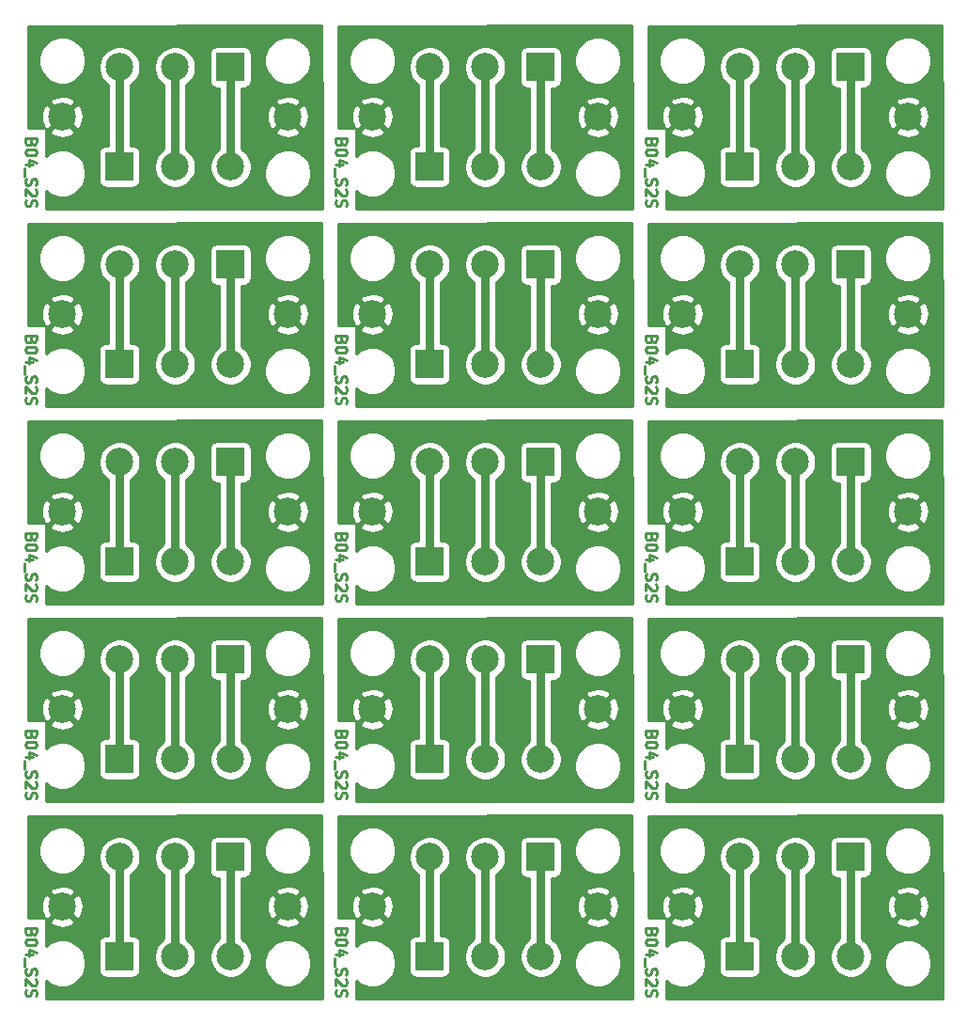
<source format=gbr>
G04 #@! TF.GenerationSoftware,KiCad,Pcbnew,5.1.5-52549c5~86~ubuntu18.04.1*
G04 #@! TF.CreationDate,2020-10-02T17:29:00-05:00*
G04 #@! TF.ProjectId,,58585858-5858-4585-9858-585858585858,rev?*
G04 #@! TF.SameCoordinates,Original*
G04 #@! TF.FileFunction,Copper,L1,Top*
G04 #@! TF.FilePolarity,Positive*
%FSLAX46Y46*%
G04 Gerber Fmt 4.6, Leading zero omitted, Abs format (unit mm)*
G04 Created by KiCad (PCBNEW 5.1.5-52549c5~86~ubuntu18.04.1) date 2020-10-02 17:29:00*
%MOMM*%
%LPD*%
G04 APERTURE LIST*
%ADD10C,0.250000*%
%ADD11R,2.500000X2.500000*%
%ADD12C,2.500000*%
%ADD13C,2.499360*%
%ADD14C,0.750000*%
%ADD15C,0.254000*%
G04 APERTURE END LIST*
D10*
X152700028Y-149353923D02*
X152652409Y-149496780D01*
X152604790Y-149544400D01*
X152509552Y-149592019D01*
X152366695Y-149592019D01*
X152271457Y-149544400D01*
X152223838Y-149496780D01*
X152176219Y-149401542D01*
X152176219Y-149020590D01*
X153176219Y-149020590D01*
X153176219Y-149353923D01*
X153128600Y-149449161D01*
X153080980Y-149496780D01*
X152985742Y-149544400D01*
X152890504Y-149544400D01*
X152795266Y-149496780D01*
X152747647Y-149449161D01*
X152700028Y-149353923D01*
X152700028Y-149020590D01*
X153176219Y-150211066D02*
X153176219Y-150306304D01*
X153128600Y-150401542D01*
X153080980Y-150449161D01*
X152985742Y-150496780D01*
X152795266Y-150544400D01*
X152557171Y-150544400D01*
X152366695Y-150496780D01*
X152271457Y-150449161D01*
X152223838Y-150401542D01*
X152176219Y-150306304D01*
X152176219Y-150211066D01*
X152223838Y-150115828D01*
X152271457Y-150068209D01*
X152366695Y-150020590D01*
X152557171Y-149972971D01*
X152795266Y-149972971D01*
X152985742Y-150020590D01*
X153080980Y-150068209D01*
X153128600Y-150115828D01*
X153176219Y-150211066D01*
X152842885Y-151401542D02*
X152176219Y-151401542D01*
X153223838Y-151163447D02*
X152509552Y-150925352D01*
X152509552Y-151544400D01*
X152080980Y-151687257D02*
X152080980Y-152449161D01*
X152223838Y-152639638D02*
X152176219Y-152782495D01*
X152176219Y-153020590D01*
X152223838Y-153115828D01*
X152271457Y-153163447D01*
X152366695Y-153211066D01*
X152461933Y-153211066D01*
X152557171Y-153163447D01*
X152604790Y-153115828D01*
X152652409Y-153020590D01*
X152700028Y-152830114D01*
X152747647Y-152734876D01*
X152795266Y-152687257D01*
X152890504Y-152639638D01*
X152985742Y-152639638D01*
X153080980Y-152687257D01*
X153128600Y-152734876D01*
X153176219Y-152830114D01*
X153176219Y-153068209D01*
X153128600Y-153211066D01*
X153080980Y-153592019D02*
X153128600Y-153639638D01*
X153176219Y-153734876D01*
X153176219Y-153972971D01*
X153128600Y-154068209D01*
X153080980Y-154115828D01*
X152985742Y-154163447D01*
X152890504Y-154163447D01*
X152747647Y-154115828D01*
X152176219Y-153544400D01*
X152176219Y-154163447D01*
X152223838Y-154544400D02*
X152176219Y-154687257D01*
X152176219Y-154925352D01*
X152223838Y-155020590D01*
X152271457Y-155068209D01*
X152366695Y-155115828D01*
X152461933Y-155115828D01*
X152557171Y-155068209D01*
X152604790Y-155020590D01*
X152652409Y-154925352D01*
X152700028Y-154734876D01*
X152747647Y-154639638D01*
X152795266Y-154592019D01*
X152890504Y-154544400D01*
X152985742Y-154544400D01*
X153080980Y-154592019D01*
X153128600Y-154639638D01*
X153176219Y-154734876D01*
X153176219Y-154972971D01*
X153128600Y-155115828D01*
X124760028Y-149353923D02*
X124712409Y-149496780D01*
X124664790Y-149544400D01*
X124569552Y-149592019D01*
X124426695Y-149592019D01*
X124331457Y-149544400D01*
X124283838Y-149496780D01*
X124236219Y-149401542D01*
X124236219Y-149020590D01*
X125236219Y-149020590D01*
X125236219Y-149353923D01*
X125188600Y-149449161D01*
X125140980Y-149496780D01*
X125045742Y-149544400D01*
X124950504Y-149544400D01*
X124855266Y-149496780D01*
X124807647Y-149449161D01*
X124760028Y-149353923D01*
X124760028Y-149020590D01*
X125236219Y-150211066D02*
X125236219Y-150306304D01*
X125188600Y-150401542D01*
X125140980Y-150449161D01*
X125045742Y-150496780D01*
X124855266Y-150544400D01*
X124617171Y-150544400D01*
X124426695Y-150496780D01*
X124331457Y-150449161D01*
X124283838Y-150401542D01*
X124236219Y-150306304D01*
X124236219Y-150211066D01*
X124283838Y-150115828D01*
X124331457Y-150068209D01*
X124426695Y-150020590D01*
X124617171Y-149972971D01*
X124855266Y-149972971D01*
X125045742Y-150020590D01*
X125140980Y-150068209D01*
X125188600Y-150115828D01*
X125236219Y-150211066D01*
X124902885Y-151401542D02*
X124236219Y-151401542D01*
X125283838Y-151163447D02*
X124569552Y-150925352D01*
X124569552Y-151544400D01*
X124140980Y-151687257D02*
X124140980Y-152449161D01*
X124283838Y-152639638D02*
X124236219Y-152782495D01*
X124236219Y-153020590D01*
X124283838Y-153115828D01*
X124331457Y-153163447D01*
X124426695Y-153211066D01*
X124521933Y-153211066D01*
X124617171Y-153163447D01*
X124664790Y-153115828D01*
X124712409Y-153020590D01*
X124760028Y-152830114D01*
X124807647Y-152734876D01*
X124855266Y-152687257D01*
X124950504Y-152639638D01*
X125045742Y-152639638D01*
X125140980Y-152687257D01*
X125188600Y-152734876D01*
X125236219Y-152830114D01*
X125236219Y-153068209D01*
X125188600Y-153211066D01*
X125140980Y-153592019D02*
X125188600Y-153639638D01*
X125236219Y-153734876D01*
X125236219Y-153972971D01*
X125188600Y-154068209D01*
X125140980Y-154115828D01*
X125045742Y-154163447D01*
X124950504Y-154163447D01*
X124807647Y-154115828D01*
X124236219Y-153544400D01*
X124236219Y-154163447D01*
X124283838Y-154544400D02*
X124236219Y-154687257D01*
X124236219Y-154925352D01*
X124283838Y-155020590D01*
X124331457Y-155068209D01*
X124426695Y-155115828D01*
X124521933Y-155115828D01*
X124617171Y-155068209D01*
X124664790Y-155020590D01*
X124712409Y-154925352D01*
X124760028Y-154734876D01*
X124807647Y-154639638D01*
X124855266Y-154592019D01*
X124950504Y-154544400D01*
X125045742Y-154544400D01*
X125140980Y-154592019D01*
X125188600Y-154639638D01*
X125236219Y-154734876D01*
X125236219Y-154972971D01*
X125188600Y-155115828D01*
X96820028Y-149353923D02*
X96772409Y-149496780D01*
X96724790Y-149544400D01*
X96629552Y-149592019D01*
X96486695Y-149592019D01*
X96391457Y-149544400D01*
X96343838Y-149496780D01*
X96296219Y-149401542D01*
X96296219Y-149020590D01*
X97296219Y-149020590D01*
X97296219Y-149353923D01*
X97248600Y-149449161D01*
X97200980Y-149496780D01*
X97105742Y-149544400D01*
X97010504Y-149544400D01*
X96915266Y-149496780D01*
X96867647Y-149449161D01*
X96820028Y-149353923D01*
X96820028Y-149020590D01*
X97296219Y-150211066D02*
X97296219Y-150306304D01*
X97248600Y-150401542D01*
X97200980Y-150449161D01*
X97105742Y-150496780D01*
X96915266Y-150544400D01*
X96677171Y-150544400D01*
X96486695Y-150496780D01*
X96391457Y-150449161D01*
X96343838Y-150401542D01*
X96296219Y-150306304D01*
X96296219Y-150211066D01*
X96343838Y-150115828D01*
X96391457Y-150068209D01*
X96486695Y-150020590D01*
X96677171Y-149972971D01*
X96915266Y-149972971D01*
X97105742Y-150020590D01*
X97200980Y-150068209D01*
X97248600Y-150115828D01*
X97296219Y-150211066D01*
X96962885Y-151401542D02*
X96296219Y-151401542D01*
X97343838Y-151163447D02*
X96629552Y-150925352D01*
X96629552Y-151544400D01*
X96200980Y-151687257D02*
X96200980Y-152449161D01*
X96343838Y-152639638D02*
X96296219Y-152782495D01*
X96296219Y-153020590D01*
X96343838Y-153115828D01*
X96391457Y-153163447D01*
X96486695Y-153211066D01*
X96581933Y-153211066D01*
X96677171Y-153163447D01*
X96724790Y-153115828D01*
X96772409Y-153020590D01*
X96820028Y-152830114D01*
X96867647Y-152734876D01*
X96915266Y-152687257D01*
X97010504Y-152639638D01*
X97105742Y-152639638D01*
X97200980Y-152687257D01*
X97248600Y-152734876D01*
X97296219Y-152830114D01*
X97296219Y-153068209D01*
X97248600Y-153211066D01*
X97200980Y-153592019D02*
X97248600Y-153639638D01*
X97296219Y-153734876D01*
X97296219Y-153972971D01*
X97248600Y-154068209D01*
X97200980Y-154115828D01*
X97105742Y-154163447D01*
X97010504Y-154163447D01*
X96867647Y-154115828D01*
X96296219Y-153544400D01*
X96296219Y-154163447D01*
X96343838Y-154544400D02*
X96296219Y-154687257D01*
X96296219Y-154925352D01*
X96343838Y-155020590D01*
X96391457Y-155068209D01*
X96486695Y-155115828D01*
X96581933Y-155115828D01*
X96677171Y-155068209D01*
X96724790Y-155020590D01*
X96772409Y-154925352D01*
X96820028Y-154734876D01*
X96867647Y-154639638D01*
X96915266Y-154592019D01*
X97010504Y-154544400D01*
X97105742Y-154544400D01*
X97200980Y-154592019D01*
X97248600Y-154639638D01*
X97296219Y-154734876D01*
X97296219Y-154972971D01*
X97248600Y-155115828D01*
X152700028Y-131573923D02*
X152652409Y-131716780D01*
X152604790Y-131764400D01*
X152509552Y-131812019D01*
X152366695Y-131812019D01*
X152271457Y-131764400D01*
X152223838Y-131716780D01*
X152176219Y-131621542D01*
X152176219Y-131240590D01*
X153176219Y-131240590D01*
X153176219Y-131573923D01*
X153128600Y-131669161D01*
X153080980Y-131716780D01*
X152985742Y-131764400D01*
X152890504Y-131764400D01*
X152795266Y-131716780D01*
X152747647Y-131669161D01*
X152700028Y-131573923D01*
X152700028Y-131240590D01*
X153176219Y-132431066D02*
X153176219Y-132526304D01*
X153128600Y-132621542D01*
X153080980Y-132669161D01*
X152985742Y-132716780D01*
X152795266Y-132764400D01*
X152557171Y-132764400D01*
X152366695Y-132716780D01*
X152271457Y-132669161D01*
X152223838Y-132621542D01*
X152176219Y-132526304D01*
X152176219Y-132431066D01*
X152223838Y-132335828D01*
X152271457Y-132288209D01*
X152366695Y-132240590D01*
X152557171Y-132192971D01*
X152795266Y-132192971D01*
X152985742Y-132240590D01*
X153080980Y-132288209D01*
X153128600Y-132335828D01*
X153176219Y-132431066D01*
X152842885Y-133621542D02*
X152176219Y-133621542D01*
X153223838Y-133383447D02*
X152509552Y-133145352D01*
X152509552Y-133764400D01*
X152080980Y-133907257D02*
X152080980Y-134669161D01*
X152223838Y-134859638D02*
X152176219Y-135002495D01*
X152176219Y-135240590D01*
X152223838Y-135335828D01*
X152271457Y-135383447D01*
X152366695Y-135431066D01*
X152461933Y-135431066D01*
X152557171Y-135383447D01*
X152604790Y-135335828D01*
X152652409Y-135240590D01*
X152700028Y-135050114D01*
X152747647Y-134954876D01*
X152795266Y-134907257D01*
X152890504Y-134859638D01*
X152985742Y-134859638D01*
X153080980Y-134907257D01*
X153128600Y-134954876D01*
X153176219Y-135050114D01*
X153176219Y-135288209D01*
X153128600Y-135431066D01*
X153080980Y-135812019D02*
X153128600Y-135859638D01*
X153176219Y-135954876D01*
X153176219Y-136192971D01*
X153128600Y-136288209D01*
X153080980Y-136335828D01*
X152985742Y-136383447D01*
X152890504Y-136383447D01*
X152747647Y-136335828D01*
X152176219Y-135764400D01*
X152176219Y-136383447D01*
X152223838Y-136764400D02*
X152176219Y-136907257D01*
X152176219Y-137145352D01*
X152223838Y-137240590D01*
X152271457Y-137288209D01*
X152366695Y-137335828D01*
X152461933Y-137335828D01*
X152557171Y-137288209D01*
X152604790Y-137240590D01*
X152652409Y-137145352D01*
X152700028Y-136954876D01*
X152747647Y-136859638D01*
X152795266Y-136812019D01*
X152890504Y-136764400D01*
X152985742Y-136764400D01*
X153080980Y-136812019D01*
X153128600Y-136859638D01*
X153176219Y-136954876D01*
X153176219Y-137192971D01*
X153128600Y-137335828D01*
X124760028Y-131573923D02*
X124712409Y-131716780D01*
X124664790Y-131764400D01*
X124569552Y-131812019D01*
X124426695Y-131812019D01*
X124331457Y-131764400D01*
X124283838Y-131716780D01*
X124236219Y-131621542D01*
X124236219Y-131240590D01*
X125236219Y-131240590D01*
X125236219Y-131573923D01*
X125188600Y-131669161D01*
X125140980Y-131716780D01*
X125045742Y-131764400D01*
X124950504Y-131764400D01*
X124855266Y-131716780D01*
X124807647Y-131669161D01*
X124760028Y-131573923D01*
X124760028Y-131240590D01*
X125236219Y-132431066D02*
X125236219Y-132526304D01*
X125188600Y-132621542D01*
X125140980Y-132669161D01*
X125045742Y-132716780D01*
X124855266Y-132764400D01*
X124617171Y-132764400D01*
X124426695Y-132716780D01*
X124331457Y-132669161D01*
X124283838Y-132621542D01*
X124236219Y-132526304D01*
X124236219Y-132431066D01*
X124283838Y-132335828D01*
X124331457Y-132288209D01*
X124426695Y-132240590D01*
X124617171Y-132192971D01*
X124855266Y-132192971D01*
X125045742Y-132240590D01*
X125140980Y-132288209D01*
X125188600Y-132335828D01*
X125236219Y-132431066D01*
X124902885Y-133621542D02*
X124236219Y-133621542D01*
X125283838Y-133383447D02*
X124569552Y-133145352D01*
X124569552Y-133764400D01*
X124140980Y-133907257D02*
X124140980Y-134669161D01*
X124283838Y-134859638D02*
X124236219Y-135002495D01*
X124236219Y-135240590D01*
X124283838Y-135335828D01*
X124331457Y-135383447D01*
X124426695Y-135431066D01*
X124521933Y-135431066D01*
X124617171Y-135383447D01*
X124664790Y-135335828D01*
X124712409Y-135240590D01*
X124760028Y-135050114D01*
X124807647Y-134954876D01*
X124855266Y-134907257D01*
X124950504Y-134859638D01*
X125045742Y-134859638D01*
X125140980Y-134907257D01*
X125188600Y-134954876D01*
X125236219Y-135050114D01*
X125236219Y-135288209D01*
X125188600Y-135431066D01*
X125140980Y-135812019D02*
X125188600Y-135859638D01*
X125236219Y-135954876D01*
X125236219Y-136192971D01*
X125188600Y-136288209D01*
X125140980Y-136335828D01*
X125045742Y-136383447D01*
X124950504Y-136383447D01*
X124807647Y-136335828D01*
X124236219Y-135764400D01*
X124236219Y-136383447D01*
X124283838Y-136764400D02*
X124236219Y-136907257D01*
X124236219Y-137145352D01*
X124283838Y-137240590D01*
X124331457Y-137288209D01*
X124426695Y-137335828D01*
X124521933Y-137335828D01*
X124617171Y-137288209D01*
X124664790Y-137240590D01*
X124712409Y-137145352D01*
X124760028Y-136954876D01*
X124807647Y-136859638D01*
X124855266Y-136812019D01*
X124950504Y-136764400D01*
X125045742Y-136764400D01*
X125140980Y-136812019D01*
X125188600Y-136859638D01*
X125236219Y-136954876D01*
X125236219Y-137192971D01*
X125188600Y-137335828D01*
X96820028Y-131573923D02*
X96772409Y-131716780D01*
X96724790Y-131764400D01*
X96629552Y-131812019D01*
X96486695Y-131812019D01*
X96391457Y-131764400D01*
X96343838Y-131716780D01*
X96296219Y-131621542D01*
X96296219Y-131240590D01*
X97296219Y-131240590D01*
X97296219Y-131573923D01*
X97248600Y-131669161D01*
X97200980Y-131716780D01*
X97105742Y-131764400D01*
X97010504Y-131764400D01*
X96915266Y-131716780D01*
X96867647Y-131669161D01*
X96820028Y-131573923D01*
X96820028Y-131240590D01*
X97296219Y-132431066D02*
X97296219Y-132526304D01*
X97248600Y-132621542D01*
X97200980Y-132669161D01*
X97105742Y-132716780D01*
X96915266Y-132764400D01*
X96677171Y-132764400D01*
X96486695Y-132716780D01*
X96391457Y-132669161D01*
X96343838Y-132621542D01*
X96296219Y-132526304D01*
X96296219Y-132431066D01*
X96343838Y-132335828D01*
X96391457Y-132288209D01*
X96486695Y-132240590D01*
X96677171Y-132192971D01*
X96915266Y-132192971D01*
X97105742Y-132240590D01*
X97200980Y-132288209D01*
X97248600Y-132335828D01*
X97296219Y-132431066D01*
X96962885Y-133621542D02*
X96296219Y-133621542D01*
X97343838Y-133383447D02*
X96629552Y-133145352D01*
X96629552Y-133764400D01*
X96200980Y-133907257D02*
X96200980Y-134669161D01*
X96343838Y-134859638D02*
X96296219Y-135002495D01*
X96296219Y-135240590D01*
X96343838Y-135335828D01*
X96391457Y-135383447D01*
X96486695Y-135431066D01*
X96581933Y-135431066D01*
X96677171Y-135383447D01*
X96724790Y-135335828D01*
X96772409Y-135240590D01*
X96820028Y-135050114D01*
X96867647Y-134954876D01*
X96915266Y-134907257D01*
X97010504Y-134859638D01*
X97105742Y-134859638D01*
X97200980Y-134907257D01*
X97248600Y-134954876D01*
X97296219Y-135050114D01*
X97296219Y-135288209D01*
X97248600Y-135431066D01*
X97200980Y-135812019D02*
X97248600Y-135859638D01*
X97296219Y-135954876D01*
X97296219Y-136192971D01*
X97248600Y-136288209D01*
X97200980Y-136335828D01*
X97105742Y-136383447D01*
X97010504Y-136383447D01*
X96867647Y-136335828D01*
X96296219Y-135764400D01*
X96296219Y-136383447D01*
X96343838Y-136764400D02*
X96296219Y-136907257D01*
X96296219Y-137145352D01*
X96343838Y-137240590D01*
X96391457Y-137288209D01*
X96486695Y-137335828D01*
X96581933Y-137335828D01*
X96677171Y-137288209D01*
X96724790Y-137240590D01*
X96772409Y-137145352D01*
X96820028Y-136954876D01*
X96867647Y-136859638D01*
X96915266Y-136812019D01*
X97010504Y-136764400D01*
X97105742Y-136764400D01*
X97200980Y-136812019D01*
X97248600Y-136859638D01*
X97296219Y-136954876D01*
X97296219Y-137192971D01*
X97248600Y-137335828D01*
X152700028Y-113793923D02*
X152652409Y-113936780D01*
X152604790Y-113984400D01*
X152509552Y-114032019D01*
X152366695Y-114032019D01*
X152271457Y-113984400D01*
X152223838Y-113936780D01*
X152176219Y-113841542D01*
X152176219Y-113460590D01*
X153176219Y-113460590D01*
X153176219Y-113793923D01*
X153128600Y-113889161D01*
X153080980Y-113936780D01*
X152985742Y-113984400D01*
X152890504Y-113984400D01*
X152795266Y-113936780D01*
X152747647Y-113889161D01*
X152700028Y-113793923D01*
X152700028Y-113460590D01*
X153176219Y-114651066D02*
X153176219Y-114746304D01*
X153128600Y-114841542D01*
X153080980Y-114889161D01*
X152985742Y-114936780D01*
X152795266Y-114984400D01*
X152557171Y-114984400D01*
X152366695Y-114936780D01*
X152271457Y-114889161D01*
X152223838Y-114841542D01*
X152176219Y-114746304D01*
X152176219Y-114651066D01*
X152223838Y-114555828D01*
X152271457Y-114508209D01*
X152366695Y-114460590D01*
X152557171Y-114412971D01*
X152795266Y-114412971D01*
X152985742Y-114460590D01*
X153080980Y-114508209D01*
X153128600Y-114555828D01*
X153176219Y-114651066D01*
X152842885Y-115841542D02*
X152176219Y-115841542D01*
X153223838Y-115603447D02*
X152509552Y-115365352D01*
X152509552Y-115984400D01*
X152080980Y-116127257D02*
X152080980Y-116889161D01*
X152223838Y-117079638D02*
X152176219Y-117222495D01*
X152176219Y-117460590D01*
X152223838Y-117555828D01*
X152271457Y-117603447D01*
X152366695Y-117651066D01*
X152461933Y-117651066D01*
X152557171Y-117603447D01*
X152604790Y-117555828D01*
X152652409Y-117460590D01*
X152700028Y-117270114D01*
X152747647Y-117174876D01*
X152795266Y-117127257D01*
X152890504Y-117079638D01*
X152985742Y-117079638D01*
X153080980Y-117127257D01*
X153128600Y-117174876D01*
X153176219Y-117270114D01*
X153176219Y-117508209D01*
X153128600Y-117651066D01*
X153080980Y-118032019D02*
X153128600Y-118079638D01*
X153176219Y-118174876D01*
X153176219Y-118412971D01*
X153128600Y-118508209D01*
X153080980Y-118555828D01*
X152985742Y-118603447D01*
X152890504Y-118603447D01*
X152747647Y-118555828D01*
X152176219Y-117984400D01*
X152176219Y-118603447D01*
X152223838Y-118984400D02*
X152176219Y-119127257D01*
X152176219Y-119365352D01*
X152223838Y-119460590D01*
X152271457Y-119508209D01*
X152366695Y-119555828D01*
X152461933Y-119555828D01*
X152557171Y-119508209D01*
X152604790Y-119460590D01*
X152652409Y-119365352D01*
X152700028Y-119174876D01*
X152747647Y-119079638D01*
X152795266Y-119032019D01*
X152890504Y-118984400D01*
X152985742Y-118984400D01*
X153080980Y-119032019D01*
X153128600Y-119079638D01*
X153176219Y-119174876D01*
X153176219Y-119412971D01*
X153128600Y-119555828D01*
X124760028Y-113793923D02*
X124712409Y-113936780D01*
X124664790Y-113984400D01*
X124569552Y-114032019D01*
X124426695Y-114032019D01*
X124331457Y-113984400D01*
X124283838Y-113936780D01*
X124236219Y-113841542D01*
X124236219Y-113460590D01*
X125236219Y-113460590D01*
X125236219Y-113793923D01*
X125188600Y-113889161D01*
X125140980Y-113936780D01*
X125045742Y-113984400D01*
X124950504Y-113984400D01*
X124855266Y-113936780D01*
X124807647Y-113889161D01*
X124760028Y-113793923D01*
X124760028Y-113460590D01*
X125236219Y-114651066D02*
X125236219Y-114746304D01*
X125188600Y-114841542D01*
X125140980Y-114889161D01*
X125045742Y-114936780D01*
X124855266Y-114984400D01*
X124617171Y-114984400D01*
X124426695Y-114936780D01*
X124331457Y-114889161D01*
X124283838Y-114841542D01*
X124236219Y-114746304D01*
X124236219Y-114651066D01*
X124283838Y-114555828D01*
X124331457Y-114508209D01*
X124426695Y-114460590D01*
X124617171Y-114412971D01*
X124855266Y-114412971D01*
X125045742Y-114460590D01*
X125140980Y-114508209D01*
X125188600Y-114555828D01*
X125236219Y-114651066D01*
X124902885Y-115841542D02*
X124236219Y-115841542D01*
X125283838Y-115603447D02*
X124569552Y-115365352D01*
X124569552Y-115984400D01*
X124140980Y-116127257D02*
X124140980Y-116889161D01*
X124283838Y-117079638D02*
X124236219Y-117222495D01*
X124236219Y-117460590D01*
X124283838Y-117555828D01*
X124331457Y-117603447D01*
X124426695Y-117651066D01*
X124521933Y-117651066D01*
X124617171Y-117603447D01*
X124664790Y-117555828D01*
X124712409Y-117460590D01*
X124760028Y-117270114D01*
X124807647Y-117174876D01*
X124855266Y-117127257D01*
X124950504Y-117079638D01*
X125045742Y-117079638D01*
X125140980Y-117127257D01*
X125188600Y-117174876D01*
X125236219Y-117270114D01*
X125236219Y-117508209D01*
X125188600Y-117651066D01*
X125140980Y-118032019D02*
X125188600Y-118079638D01*
X125236219Y-118174876D01*
X125236219Y-118412971D01*
X125188600Y-118508209D01*
X125140980Y-118555828D01*
X125045742Y-118603447D01*
X124950504Y-118603447D01*
X124807647Y-118555828D01*
X124236219Y-117984400D01*
X124236219Y-118603447D01*
X124283838Y-118984400D02*
X124236219Y-119127257D01*
X124236219Y-119365352D01*
X124283838Y-119460590D01*
X124331457Y-119508209D01*
X124426695Y-119555828D01*
X124521933Y-119555828D01*
X124617171Y-119508209D01*
X124664790Y-119460590D01*
X124712409Y-119365352D01*
X124760028Y-119174876D01*
X124807647Y-119079638D01*
X124855266Y-119032019D01*
X124950504Y-118984400D01*
X125045742Y-118984400D01*
X125140980Y-119032019D01*
X125188600Y-119079638D01*
X125236219Y-119174876D01*
X125236219Y-119412971D01*
X125188600Y-119555828D01*
X96820028Y-113793923D02*
X96772409Y-113936780D01*
X96724790Y-113984400D01*
X96629552Y-114032019D01*
X96486695Y-114032019D01*
X96391457Y-113984400D01*
X96343838Y-113936780D01*
X96296219Y-113841542D01*
X96296219Y-113460590D01*
X97296219Y-113460590D01*
X97296219Y-113793923D01*
X97248600Y-113889161D01*
X97200980Y-113936780D01*
X97105742Y-113984400D01*
X97010504Y-113984400D01*
X96915266Y-113936780D01*
X96867647Y-113889161D01*
X96820028Y-113793923D01*
X96820028Y-113460590D01*
X97296219Y-114651066D02*
X97296219Y-114746304D01*
X97248600Y-114841542D01*
X97200980Y-114889161D01*
X97105742Y-114936780D01*
X96915266Y-114984400D01*
X96677171Y-114984400D01*
X96486695Y-114936780D01*
X96391457Y-114889161D01*
X96343838Y-114841542D01*
X96296219Y-114746304D01*
X96296219Y-114651066D01*
X96343838Y-114555828D01*
X96391457Y-114508209D01*
X96486695Y-114460590D01*
X96677171Y-114412971D01*
X96915266Y-114412971D01*
X97105742Y-114460590D01*
X97200980Y-114508209D01*
X97248600Y-114555828D01*
X97296219Y-114651066D01*
X96962885Y-115841542D02*
X96296219Y-115841542D01*
X97343838Y-115603447D02*
X96629552Y-115365352D01*
X96629552Y-115984400D01*
X96200980Y-116127257D02*
X96200980Y-116889161D01*
X96343838Y-117079638D02*
X96296219Y-117222495D01*
X96296219Y-117460590D01*
X96343838Y-117555828D01*
X96391457Y-117603447D01*
X96486695Y-117651066D01*
X96581933Y-117651066D01*
X96677171Y-117603447D01*
X96724790Y-117555828D01*
X96772409Y-117460590D01*
X96820028Y-117270114D01*
X96867647Y-117174876D01*
X96915266Y-117127257D01*
X97010504Y-117079638D01*
X97105742Y-117079638D01*
X97200980Y-117127257D01*
X97248600Y-117174876D01*
X97296219Y-117270114D01*
X97296219Y-117508209D01*
X97248600Y-117651066D01*
X97200980Y-118032019D02*
X97248600Y-118079638D01*
X97296219Y-118174876D01*
X97296219Y-118412971D01*
X97248600Y-118508209D01*
X97200980Y-118555828D01*
X97105742Y-118603447D01*
X97010504Y-118603447D01*
X96867647Y-118555828D01*
X96296219Y-117984400D01*
X96296219Y-118603447D01*
X96343838Y-118984400D02*
X96296219Y-119127257D01*
X96296219Y-119365352D01*
X96343838Y-119460590D01*
X96391457Y-119508209D01*
X96486695Y-119555828D01*
X96581933Y-119555828D01*
X96677171Y-119508209D01*
X96724790Y-119460590D01*
X96772409Y-119365352D01*
X96820028Y-119174876D01*
X96867647Y-119079638D01*
X96915266Y-119032019D01*
X97010504Y-118984400D01*
X97105742Y-118984400D01*
X97200980Y-119032019D01*
X97248600Y-119079638D01*
X97296219Y-119174876D01*
X97296219Y-119412971D01*
X97248600Y-119555828D01*
X152700028Y-96013923D02*
X152652409Y-96156780D01*
X152604790Y-96204400D01*
X152509552Y-96252019D01*
X152366695Y-96252019D01*
X152271457Y-96204400D01*
X152223838Y-96156780D01*
X152176219Y-96061542D01*
X152176219Y-95680590D01*
X153176219Y-95680590D01*
X153176219Y-96013923D01*
X153128600Y-96109161D01*
X153080980Y-96156780D01*
X152985742Y-96204400D01*
X152890504Y-96204400D01*
X152795266Y-96156780D01*
X152747647Y-96109161D01*
X152700028Y-96013923D01*
X152700028Y-95680590D01*
X153176219Y-96871066D02*
X153176219Y-96966304D01*
X153128600Y-97061542D01*
X153080980Y-97109161D01*
X152985742Y-97156780D01*
X152795266Y-97204400D01*
X152557171Y-97204400D01*
X152366695Y-97156780D01*
X152271457Y-97109161D01*
X152223838Y-97061542D01*
X152176219Y-96966304D01*
X152176219Y-96871066D01*
X152223838Y-96775828D01*
X152271457Y-96728209D01*
X152366695Y-96680590D01*
X152557171Y-96632971D01*
X152795266Y-96632971D01*
X152985742Y-96680590D01*
X153080980Y-96728209D01*
X153128600Y-96775828D01*
X153176219Y-96871066D01*
X152842885Y-98061542D02*
X152176219Y-98061542D01*
X153223838Y-97823447D02*
X152509552Y-97585352D01*
X152509552Y-98204400D01*
X152080980Y-98347257D02*
X152080980Y-99109161D01*
X152223838Y-99299638D02*
X152176219Y-99442495D01*
X152176219Y-99680590D01*
X152223838Y-99775828D01*
X152271457Y-99823447D01*
X152366695Y-99871066D01*
X152461933Y-99871066D01*
X152557171Y-99823447D01*
X152604790Y-99775828D01*
X152652409Y-99680590D01*
X152700028Y-99490114D01*
X152747647Y-99394876D01*
X152795266Y-99347257D01*
X152890504Y-99299638D01*
X152985742Y-99299638D01*
X153080980Y-99347257D01*
X153128600Y-99394876D01*
X153176219Y-99490114D01*
X153176219Y-99728209D01*
X153128600Y-99871066D01*
X153080980Y-100252019D02*
X153128600Y-100299638D01*
X153176219Y-100394876D01*
X153176219Y-100632971D01*
X153128600Y-100728209D01*
X153080980Y-100775828D01*
X152985742Y-100823447D01*
X152890504Y-100823447D01*
X152747647Y-100775828D01*
X152176219Y-100204400D01*
X152176219Y-100823447D01*
X152223838Y-101204400D02*
X152176219Y-101347257D01*
X152176219Y-101585352D01*
X152223838Y-101680590D01*
X152271457Y-101728209D01*
X152366695Y-101775828D01*
X152461933Y-101775828D01*
X152557171Y-101728209D01*
X152604790Y-101680590D01*
X152652409Y-101585352D01*
X152700028Y-101394876D01*
X152747647Y-101299638D01*
X152795266Y-101252019D01*
X152890504Y-101204400D01*
X152985742Y-101204400D01*
X153080980Y-101252019D01*
X153128600Y-101299638D01*
X153176219Y-101394876D01*
X153176219Y-101632971D01*
X153128600Y-101775828D01*
X124760028Y-96013923D02*
X124712409Y-96156780D01*
X124664790Y-96204400D01*
X124569552Y-96252019D01*
X124426695Y-96252019D01*
X124331457Y-96204400D01*
X124283838Y-96156780D01*
X124236219Y-96061542D01*
X124236219Y-95680590D01*
X125236219Y-95680590D01*
X125236219Y-96013923D01*
X125188600Y-96109161D01*
X125140980Y-96156780D01*
X125045742Y-96204400D01*
X124950504Y-96204400D01*
X124855266Y-96156780D01*
X124807647Y-96109161D01*
X124760028Y-96013923D01*
X124760028Y-95680590D01*
X125236219Y-96871066D02*
X125236219Y-96966304D01*
X125188600Y-97061542D01*
X125140980Y-97109161D01*
X125045742Y-97156780D01*
X124855266Y-97204400D01*
X124617171Y-97204400D01*
X124426695Y-97156780D01*
X124331457Y-97109161D01*
X124283838Y-97061542D01*
X124236219Y-96966304D01*
X124236219Y-96871066D01*
X124283838Y-96775828D01*
X124331457Y-96728209D01*
X124426695Y-96680590D01*
X124617171Y-96632971D01*
X124855266Y-96632971D01*
X125045742Y-96680590D01*
X125140980Y-96728209D01*
X125188600Y-96775828D01*
X125236219Y-96871066D01*
X124902885Y-98061542D02*
X124236219Y-98061542D01*
X125283838Y-97823447D02*
X124569552Y-97585352D01*
X124569552Y-98204400D01*
X124140980Y-98347257D02*
X124140980Y-99109161D01*
X124283838Y-99299638D02*
X124236219Y-99442495D01*
X124236219Y-99680590D01*
X124283838Y-99775828D01*
X124331457Y-99823447D01*
X124426695Y-99871066D01*
X124521933Y-99871066D01*
X124617171Y-99823447D01*
X124664790Y-99775828D01*
X124712409Y-99680590D01*
X124760028Y-99490114D01*
X124807647Y-99394876D01*
X124855266Y-99347257D01*
X124950504Y-99299638D01*
X125045742Y-99299638D01*
X125140980Y-99347257D01*
X125188600Y-99394876D01*
X125236219Y-99490114D01*
X125236219Y-99728209D01*
X125188600Y-99871066D01*
X125140980Y-100252019D02*
X125188600Y-100299638D01*
X125236219Y-100394876D01*
X125236219Y-100632971D01*
X125188600Y-100728209D01*
X125140980Y-100775828D01*
X125045742Y-100823447D01*
X124950504Y-100823447D01*
X124807647Y-100775828D01*
X124236219Y-100204400D01*
X124236219Y-100823447D01*
X124283838Y-101204400D02*
X124236219Y-101347257D01*
X124236219Y-101585352D01*
X124283838Y-101680590D01*
X124331457Y-101728209D01*
X124426695Y-101775828D01*
X124521933Y-101775828D01*
X124617171Y-101728209D01*
X124664790Y-101680590D01*
X124712409Y-101585352D01*
X124760028Y-101394876D01*
X124807647Y-101299638D01*
X124855266Y-101252019D01*
X124950504Y-101204400D01*
X125045742Y-101204400D01*
X125140980Y-101252019D01*
X125188600Y-101299638D01*
X125236219Y-101394876D01*
X125236219Y-101632971D01*
X125188600Y-101775828D01*
X96820028Y-96013923D02*
X96772409Y-96156780D01*
X96724790Y-96204400D01*
X96629552Y-96252019D01*
X96486695Y-96252019D01*
X96391457Y-96204400D01*
X96343838Y-96156780D01*
X96296219Y-96061542D01*
X96296219Y-95680590D01*
X97296219Y-95680590D01*
X97296219Y-96013923D01*
X97248600Y-96109161D01*
X97200980Y-96156780D01*
X97105742Y-96204400D01*
X97010504Y-96204400D01*
X96915266Y-96156780D01*
X96867647Y-96109161D01*
X96820028Y-96013923D01*
X96820028Y-95680590D01*
X97296219Y-96871066D02*
X97296219Y-96966304D01*
X97248600Y-97061542D01*
X97200980Y-97109161D01*
X97105742Y-97156780D01*
X96915266Y-97204400D01*
X96677171Y-97204400D01*
X96486695Y-97156780D01*
X96391457Y-97109161D01*
X96343838Y-97061542D01*
X96296219Y-96966304D01*
X96296219Y-96871066D01*
X96343838Y-96775828D01*
X96391457Y-96728209D01*
X96486695Y-96680590D01*
X96677171Y-96632971D01*
X96915266Y-96632971D01*
X97105742Y-96680590D01*
X97200980Y-96728209D01*
X97248600Y-96775828D01*
X97296219Y-96871066D01*
X96962885Y-98061542D02*
X96296219Y-98061542D01*
X97343838Y-97823447D02*
X96629552Y-97585352D01*
X96629552Y-98204400D01*
X96200980Y-98347257D02*
X96200980Y-99109161D01*
X96343838Y-99299638D02*
X96296219Y-99442495D01*
X96296219Y-99680590D01*
X96343838Y-99775828D01*
X96391457Y-99823447D01*
X96486695Y-99871066D01*
X96581933Y-99871066D01*
X96677171Y-99823447D01*
X96724790Y-99775828D01*
X96772409Y-99680590D01*
X96820028Y-99490114D01*
X96867647Y-99394876D01*
X96915266Y-99347257D01*
X97010504Y-99299638D01*
X97105742Y-99299638D01*
X97200980Y-99347257D01*
X97248600Y-99394876D01*
X97296219Y-99490114D01*
X97296219Y-99728209D01*
X97248600Y-99871066D01*
X97200980Y-100252019D02*
X97248600Y-100299638D01*
X97296219Y-100394876D01*
X97296219Y-100632971D01*
X97248600Y-100728209D01*
X97200980Y-100775828D01*
X97105742Y-100823447D01*
X97010504Y-100823447D01*
X96867647Y-100775828D01*
X96296219Y-100204400D01*
X96296219Y-100823447D01*
X96343838Y-101204400D02*
X96296219Y-101347257D01*
X96296219Y-101585352D01*
X96343838Y-101680590D01*
X96391457Y-101728209D01*
X96486695Y-101775828D01*
X96581933Y-101775828D01*
X96677171Y-101728209D01*
X96724790Y-101680590D01*
X96772409Y-101585352D01*
X96820028Y-101394876D01*
X96867647Y-101299638D01*
X96915266Y-101252019D01*
X97010504Y-101204400D01*
X97105742Y-101204400D01*
X97200980Y-101252019D01*
X97248600Y-101299638D01*
X97296219Y-101394876D01*
X97296219Y-101632971D01*
X97248600Y-101775828D01*
X152700028Y-78233923D02*
X152652409Y-78376780D01*
X152604790Y-78424400D01*
X152509552Y-78472019D01*
X152366695Y-78472019D01*
X152271457Y-78424400D01*
X152223838Y-78376780D01*
X152176219Y-78281542D01*
X152176219Y-77900590D01*
X153176219Y-77900590D01*
X153176219Y-78233923D01*
X153128600Y-78329161D01*
X153080980Y-78376780D01*
X152985742Y-78424400D01*
X152890504Y-78424400D01*
X152795266Y-78376780D01*
X152747647Y-78329161D01*
X152700028Y-78233923D01*
X152700028Y-77900590D01*
X153176219Y-79091066D02*
X153176219Y-79186304D01*
X153128600Y-79281542D01*
X153080980Y-79329161D01*
X152985742Y-79376780D01*
X152795266Y-79424400D01*
X152557171Y-79424400D01*
X152366695Y-79376780D01*
X152271457Y-79329161D01*
X152223838Y-79281542D01*
X152176219Y-79186304D01*
X152176219Y-79091066D01*
X152223838Y-78995828D01*
X152271457Y-78948209D01*
X152366695Y-78900590D01*
X152557171Y-78852971D01*
X152795266Y-78852971D01*
X152985742Y-78900590D01*
X153080980Y-78948209D01*
X153128600Y-78995828D01*
X153176219Y-79091066D01*
X152842885Y-80281542D02*
X152176219Y-80281542D01*
X153223838Y-80043447D02*
X152509552Y-79805352D01*
X152509552Y-80424400D01*
X152080980Y-80567257D02*
X152080980Y-81329161D01*
X152223838Y-81519638D02*
X152176219Y-81662495D01*
X152176219Y-81900590D01*
X152223838Y-81995828D01*
X152271457Y-82043447D01*
X152366695Y-82091066D01*
X152461933Y-82091066D01*
X152557171Y-82043447D01*
X152604790Y-81995828D01*
X152652409Y-81900590D01*
X152700028Y-81710114D01*
X152747647Y-81614876D01*
X152795266Y-81567257D01*
X152890504Y-81519638D01*
X152985742Y-81519638D01*
X153080980Y-81567257D01*
X153128600Y-81614876D01*
X153176219Y-81710114D01*
X153176219Y-81948209D01*
X153128600Y-82091066D01*
X153080980Y-82472019D02*
X153128600Y-82519638D01*
X153176219Y-82614876D01*
X153176219Y-82852971D01*
X153128600Y-82948209D01*
X153080980Y-82995828D01*
X152985742Y-83043447D01*
X152890504Y-83043447D01*
X152747647Y-82995828D01*
X152176219Y-82424400D01*
X152176219Y-83043447D01*
X152223838Y-83424400D02*
X152176219Y-83567257D01*
X152176219Y-83805352D01*
X152223838Y-83900590D01*
X152271457Y-83948209D01*
X152366695Y-83995828D01*
X152461933Y-83995828D01*
X152557171Y-83948209D01*
X152604790Y-83900590D01*
X152652409Y-83805352D01*
X152700028Y-83614876D01*
X152747647Y-83519638D01*
X152795266Y-83472019D01*
X152890504Y-83424400D01*
X152985742Y-83424400D01*
X153080980Y-83472019D01*
X153128600Y-83519638D01*
X153176219Y-83614876D01*
X153176219Y-83852971D01*
X153128600Y-83995828D01*
X124760028Y-78233923D02*
X124712409Y-78376780D01*
X124664790Y-78424400D01*
X124569552Y-78472019D01*
X124426695Y-78472019D01*
X124331457Y-78424400D01*
X124283838Y-78376780D01*
X124236219Y-78281542D01*
X124236219Y-77900590D01*
X125236219Y-77900590D01*
X125236219Y-78233923D01*
X125188600Y-78329161D01*
X125140980Y-78376780D01*
X125045742Y-78424400D01*
X124950504Y-78424400D01*
X124855266Y-78376780D01*
X124807647Y-78329161D01*
X124760028Y-78233923D01*
X124760028Y-77900590D01*
X125236219Y-79091066D02*
X125236219Y-79186304D01*
X125188600Y-79281542D01*
X125140980Y-79329161D01*
X125045742Y-79376780D01*
X124855266Y-79424400D01*
X124617171Y-79424400D01*
X124426695Y-79376780D01*
X124331457Y-79329161D01*
X124283838Y-79281542D01*
X124236219Y-79186304D01*
X124236219Y-79091066D01*
X124283838Y-78995828D01*
X124331457Y-78948209D01*
X124426695Y-78900590D01*
X124617171Y-78852971D01*
X124855266Y-78852971D01*
X125045742Y-78900590D01*
X125140980Y-78948209D01*
X125188600Y-78995828D01*
X125236219Y-79091066D01*
X124902885Y-80281542D02*
X124236219Y-80281542D01*
X125283838Y-80043447D02*
X124569552Y-79805352D01*
X124569552Y-80424400D01*
X124140980Y-80567257D02*
X124140980Y-81329161D01*
X124283838Y-81519638D02*
X124236219Y-81662495D01*
X124236219Y-81900590D01*
X124283838Y-81995828D01*
X124331457Y-82043447D01*
X124426695Y-82091066D01*
X124521933Y-82091066D01*
X124617171Y-82043447D01*
X124664790Y-81995828D01*
X124712409Y-81900590D01*
X124760028Y-81710114D01*
X124807647Y-81614876D01*
X124855266Y-81567257D01*
X124950504Y-81519638D01*
X125045742Y-81519638D01*
X125140980Y-81567257D01*
X125188600Y-81614876D01*
X125236219Y-81710114D01*
X125236219Y-81948209D01*
X125188600Y-82091066D01*
X125140980Y-82472019D02*
X125188600Y-82519638D01*
X125236219Y-82614876D01*
X125236219Y-82852971D01*
X125188600Y-82948209D01*
X125140980Y-82995828D01*
X125045742Y-83043447D01*
X124950504Y-83043447D01*
X124807647Y-82995828D01*
X124236219Y-82424400D01*
X124236219Y-83043447D01*
X124283838Y-83424400D02*
X124236219Y-83567257D01*
X124236219Y-83805352D01*
X124283838Y-83900590D01*
X124331457Y-83948209D01*
X124426695Y-83995828D01*
X124521933Y-83995828D01*
X124617171Y-83948209D01*
X124664790Y-83900590D01*
X124712409Y-83805352D01*
X124760028Y-83614876D01*
X124807647Y-83519638D01*
X124855266Y-83472019D01*
X124950504Y-83424400D01*
X125045742Y-83424400D01*
X125140980Y-83472019D01*
X125188600Y-83519638D01*
X125236219Y-83614876D01*
X125236219Y-83852971D01*
X125188600Y-83995828D01*
X96820028Y-78233923D02*
X96772409Y-78376780D01*
X96724790Y-78424400D01*
X96629552Y-78472019D01*
X96486695Y-78472019D01*
X96391457Y-78424400D01*
X96343838Y-78376780D01*
X96296219Y-78281542D01*
X96296219Y-77900590D01*
X97296219Y-77900590D01*
X97296219Y-78233923D01*
X97248600Y-78329161D01*
X97200980Y-78376780D01*
X97105742Y-78424400D01*
X97010504Y-78424400D01*
X96915266Y-78376780D01*
X96867647Y-78329161D01*
X96820028Y-78233923D01*
X96820028Y-77900590D01*
X97296219Y-79091066D02*
X97296219Y-79186304D01*
X97248600Y-79281542D01*
X97200980Y-79329161D01*
X97105742Y-79376780D01*
X96915266Y-79424400D01*
X96677171Y-79424400D01*
X96486695Y-79376780D01*
X96391457Y-79329161D01*
X96343838Y-79281542D01*
X96296219Y-79186304D01*
X96296219Y-79091066D01*
X96343838Y-78995828D01*
X96391457Y-78948209D01*
X96486695Y-78900590D01*
X96677171Y-78852971D01*
X96915266Y-78852971D01*
X97105742Y-78900590D01*
X97200980Y-78948209D01*
X97248600Y-78995828D01*
X97296219Y-79091066D01*
X96962885Y-80281542D02*
X96296219Y-80281542D01*
X97343838Y-80043447D02*
X96629552Y-79805352D01*
X96629552Y-80424400D01*
X96200980Y-80567257D02*
X96200980Y-81329161D01*
X96343838Y-81519638D02*
X96296219Y-81662495D01*
X96296219Y-81900590D01*
X96343838Y-81995828D01*
X96391457Y-82043447D01*
X96486695Y-82091066D01*
X96581933Y-82091066D01*
X96677171Y-82043447D01*
X96724790Y-81995828D01*
X96772409Y-81900590D01*
X96820028Y-81710114D01*
X96867647Y-81614876D01*
X96915266Y-81567257D01*
X97010504Y-81519638D01*
X97105742Y-81519638D01*
X97200980Y-81567257D01*
X97248600Y-81614876D01*
X97296219Y-81710114D01*
X97296219Y-81948209D01*
X97248600Y-82091066D01*
X97200980Y-82472019D02*
X97248600Y-82519638D01*
X97296219Y-82614876D01*
X97296219Y-82852971D01*
X97248600Y-82948209D01*
X97200980Y-82995828D01*
X97105742Y-83043447D01*
X97010504Y-83043447D01*
X96867647Y-82995828D01*
X96296219Y-82424400D01*
X96296219Y-83043447D01*
X96343838Y-83424400D02*
X96296219Y-83567257D01*
X96296219Y-83805352D01*
X96343838Y-83900590D01*
X96391457Y-83948209D01*
X96486695Y-83995828D01*
X96581933Y-83995828D01*
X96677171Y-83948209D01*
X96724790Y-83900590D01*
X96772409Y-83805352D01*
X96820028Y-83614876D01*
X96867647Y-83519638D01*
X96915266Y-83472019D01*
X97010504Y-83424400D01*
X97105742Y-83424400D01*
X97200980Y-83472019D01*
X97248600Y-83519638D01*
X97296219Y-83614876D01*
X97296219Y-83852971D01*
X97248600Y-83995828D01*
D11*
X160643600Y-151556800D03*
D12*
X165643600Y-151556800D03*
X170643600Y-151556800D03*
D11*
X132703600Y-151556800D03*
D12*
X137703600Y-151556800D03*
X142703600Y-151556800D03*
D11*
X104763600Y-151556800D03*
D12*
X109763600Y-151556800D03*
X114763600Y-151556800D03*
D11*
X160643600Y-133776800D03*
D12*
X165643600Y-133776800D03*
X170643600Y-133776800D03*
D11*
X132703600Y-133776800D03*
D12*
X137703600Y-133776800D03*
X142703600Y-133776800D03*
D11*
X104763600Y-133776800D03*
D12*
X109763600Y-133776800D03*
X114763600Y-133776800D03*
D11*
X160643600Y-115996800D03*
D12*
X165643600Y-115996800D03*
X170643600Y-115996800D03*
D11*
X132703600Y-115996800D03*
D12*
X137703600Y-115996800D03*
X142703600Y-115996800D03*
D11*
X104763600Y-115996800D03*
D12*
X109763600Y-115996800D03*
X114763600Y-115996800D03*
D11*
X160643600Y-98216800D03*
D12*
X165643600Y-98216800D03*
X170643600Y-98216800D03*
D11*
X132703600Y-98216800D03*
D12*
X137703600Y-98216800D03*
X142703600Y-98216800D03*
D11*
X104763600Y-98216800D03*
D12*
X109763600Y-98216800D03*
X114763600Y-98216800D03*
D11*
X160643600Y-80436800D03*
D12*
X165643600Y-80436800D03*
X170643600Y-80436800D03*
D11*
X132703600Y-80436800D03*
D12*
X137703600Y-80436800D03*
X142703600Y-80436800D03*
D11*
X170643600Y-142595600D03*
D12*
X165643600Y-142595600D03*
X160643600Y-142595600D03*
D11*
X142703600Y-142595600D03*
D12*
X137703600Y-142595600D03*
X132703600Y-142595600D03*
D11*
X114763600Y-142595600D03*
D12*
X109763600Y-142595600D03*
X104763600Y-142595600D03*
D11*
X170643600Y-124815600D03*
D12*
X165643600Y-124815600D03*
X160643600Y-124815600D03*
D11*
X142703600Y-124815600D03*
D12*
X137703600Y-124815600D03*
X132703600Y-124815600D03*
D11*
X114763600Y-124815600D03*
D12*
X109763600Y-124815600D03*
X104763600Y-124815600D03*
D11*
X170643600Y-107035600D03*
D12*
X165643600Y-107035600D03*
X160643600Y-107035600D03*
D11*
X142703600Y-107035600D03*
D12*
X137703600Y-107035600D03*
X132703600Y-107035600D03*
D11*
X114763600Y-107035600D03*
D12*
X109763600Y-107035600D03*
X104763600Y-107035600D03*
D11*
X170643600Y-89255600D03*
D12*
X165643600Y-89255600D03*
X160643600Y-89255600D03*
D11*
X142703600Y-89255600D03*
D12*
X137703600Y-89255600D03*
X132703600Y-89255600D03*
D11*
X114763600Y-89255600D03*
D12*
X109763600Y-89255600D03*
X104763600Y-89255600D03*
D11*
X170643600Y-71475600D03*
D12*
X165643600Y-71475600D03*
X160643600Y-71475600D03*
D11*
X142703600Y-71475600D03*
D12*
X137703600Y-71475600D03*
X132703600Y-71475600D03*
D13*
X155483600Y-147076200D03*
X127543600Y-147076200D03*
X99603600Y-147076200D03*
X155483600Y-129296200D03*
X127543600Y-129296200D03*
X99603600Y-129296200D03*
X155483600Y-111516200D03*
X127543600Y-111516200D03*
X99603600Y-111516200D03*
X155483600Y-93736200D03*
X127543600Y-93736200D03*
X99603600Y-93736200D03*
X155483600Y-75956200D03*
X127543600Y-75956200D03*
X175803600Y-147076200D03*
X147863600Y-147076200D03*
X119923600Y-147076200D03*
X175803600Y-129296200D03*
X147863600Y-129296200D03*
X119923600Y-129296200D03*
X175803600Y-111516200D03*
X147863600Y-111516200D03*
X119923600Y-111516200D03*
X175803600Y-93736200D03*
X147863600Y-93736200D03*
X119923600Y-93736200D03*
X175803600Y-75956200D03*
X147863600Y-75956200D03*
D12*
X114763600Y-80436800D03*
X109763600Y-80436800D03*
D11*
X104763600Y-80436800D03*
D12*
X104763600Y-71475600D03*
X109763600Y-71475600D03*
D11*
X114763600Y-71475600D03*
D13*
X119923600Y-75956200D03*
X99603600Y-75956200D03*
D14*
X104763600Y-73243366D02*
X104763600Y-80436800D01*
X104763600Y-71475600D02*
X104763600Y-73243366D01*
X132703600Y-71475600D02*
X132703600Y-73243366D01*
X160643600Y-71475600D02*
X160643600Y-73243366D01*
X104763600Y-89255600D02*
X104763600Y-91023366D01*
X132703600Y-89255600D02*
X132703600Y-91023366D01*
X160643600Y-89255600D02*
X160643600Y-91023366D01*
X104763600Y-107035600D02*
X104763600Y-108803366D01*
X132703600Y-107035600D02*
X132703600Y-108803366D01*
X160643600Y-107035600D02*
X160643600Y-108803366D01*
X104763600Y-124815600D02*
X104763600Y-126583366D01*
X132703600Y-124815600D02*
X132703600Y-126583366D01*
X160643600Y-124815600D02*
X160643600Y-126583366D01*
X104763600Y-142595600D02*
X104763600Y-144363366D01*
X132703600Y-142595600D02*
X132703600Y-144363366D01*
X160643600Y-142595600D02*
X160643600Y-144363366D01*
X132703600Y-73243366D02*
X132703600Y-80436800D01*
X160643600Y-73243366D02*
X160643600Y-80436800D01*
X104763600Y-91023366D02*
X104763600Y-98216800D01*
X132703600Y-91023366D02*
X132703600Y-98216800D01*
X160643600Y-91023366D02*
X160643600Y-98216800D01*
X104763600Y-108803366D02*
X104763600Y-115996800D01*
X132703600Y-108803366D02*
X132703600Y-115996800D01*
X160643600Y-108803366D02*
X160643600Y-115996800D01*
X104763600Y-126583366D02*
X104763600Y-133776800D01*
X132703600Y-126583366D02*
X132703600Y-133776800D01*
X160643600Y-126583366D02*
X160643600Y-133776800D01*
X104763600Y-144363366D02*
X104763600Y-151556800D01*
X132703600Y-144363366D02*
X132703600Y-151556800D01*
X160643600Y-144363366D02*
X160643600Y-151556800D01*
X109763600Y-71475600D02*
X109763600Y-80436800D01*
X137703600Y-71475600D02*
X137703600Y-80436800D01*
X165643600Y-71475600D02*
X165643600Y-80436800D01*
X109763600Y-89255600D02*
X109763600Y-98216800D01*
X137703600Y-89255600D02*
X137703600Y-98216800D01*
X165643600Y-89255600D02*
X165643600Y-98216800D01*
X109763600Y-107035600D02*
X109763600Y-115996800D01*
X137703600Y-107035600D02*
X137703600Y-115996800D01*
X165643600Y-107035600D02*
X165643600Y-115996800D01*
X109763600Y-124815600D02*
X109763600Y-133776800D01*
X137703600Y-124815600D02*
X137703600Y-133776800D01*
X165643600Y-124815600D02*
X165643600Y-133776800D01*
X109763600Y-142595600D02*
X109763600Y-151556800D01*
X137703600Y-142595600D02*
X137703600Y-151556800D01*
X165643600Y-142595600D02*
X165643600Y-151556800D01*
X114763600Y-71475600D02*
X114763600Y-80436800D01*
X142703600Y-71475600D02*
X142703600Y-80436800D01*
X170643600Y-71475600D02*
X170643600Y-80436800D01*
X114763600Y-89255600D02*
X114763600Y-98216800D01*
X142703600Y-89255600D02*
X142703600Y-98216800D01*
X170643600Y-89255600D02*
X170643600Y-98216800D01*
X114763600Y-107035600D02*
X114763600Y-115996800D01*
X142703600Y-107035600D02*
X142703600Y-115996800D01*
X170643600Y-107035600D02*
X170643600Y-115996800D01*
X114763600Y-124815600D02*
X114763600Y-133776800D01*
X142703600Y-124815600D02*
X142703600Y-133776800D01*
X170643600Y-124815600D02*
X170643600Y-133776800D01*
X114763600Y-142595600D02*
X114763600Y-151556800D01*
X142703600Y-142595600D02*
X142703600Y-151556800D01*
X170643600Y-142595600D02*
X170643600Y-151556800D01*
D15*
G36*
X123073601Y-77721667D02*
G01*
X123073601Y-84186200D01*
X98166100Y-84186200D01*
X98166100Y-82618046D01*
X98242617Y-82694563D01*
X98592298Y-82928212D01*
X98980844Y-83089153D01*
X99393321Y-83171200D01*
X99813879Y-83171200D01*
X100226356Y-83089153D01*
X100614902Y-82928212D01*
X100964583Y-82694563D01*
X101261963Y-82397183D01*
X101495612Y-82047502D01*
X101656553Y-81658956D01*
X101738600Y-81246479D01*
X101738600Y-80825921D01*
X101656553Y-80413444D01*
X101495612Y-80024898D01*
X101261963Y-79675217D01*
X100964583Y-79377837D01*
X100678676Y-79186800D01*
X102875528Y-79186800D01*
X102875528Y-81686800D01*
X102887788Y-81811282D01*
X102924098Y-81930980D01*
X102983063Y-82041294D01*
X103062415Y-82137985D01*
X103159106Y-82217337D01*
X103269420Y-82276302D01*
X103389118Y-82312612D01*
X103513600Y-82324872D01*
X106013600Y-82324872D01*
X106138082Y-82312612D01*
X106257780Y-82276302D01*
X106368094Y-82217337D01*
X106464785Y-82137985D01*
X106544137Y-82041294D01*
X106603102Y-81930980D01*
X106639412Y-81811282D01*
X106651672Y-81686800D01*
X106651672Y-79186800D01*
X106639412Y-79062318D01*
X106603102Y-78942620D01*
X106544137Y-78832306D01*
X106464785Y-78735615D01*
X106368094Y-78656263D01*
X106257780Y-78597298D01*
X106138082Y-78560988D01*
X106013600Y-78548728D01*
X105773600Y-78548728D01*
X105773600Y-73067810D01*
X105965218Y-72939775D01*
X106227775Y-72677218D01*
X106434066Y-72368482D01*
X106576161Y-72025434D01*
X106648600Y-71661256D01*
X106648600Y-71289944D01*
X107878600Y-71289944D01*
X107878600Y-71661256D01*
X107951039Y-72025434D01*
X108093134Y-72368482D01*
X108299425Y-72677218D01*
X108561982Y-72939775D01*
X108753600Y-73067810D01*
X108753601Y-78844589D01*
X108561982Y-78972625D01*
X108299425Y-79235182D01*
X108093134Y-79543918D01*
X107951039Y-79886966D01*
X107878600Y-80251144D01*
X107878600Y-80622456D01*
X107951039Y-80986634D01*
X108093134Y-81329682D01*
X108299425Y-81638418D01*
X108561982Y-81900975D01*
X108870718Y-82107266D01*
X109213766Y-82249361D01*
X109577944Y-82321800D01*
X109949256Y-82321800D01*
X110313434Y-82249361D01*
X110656482Y-82107266D01*
X110965218Y-81900975D01*
X111227775Y-81638418D01*
X111434066Y-81329682D01*
X111576161Y-80986634D01*
X111648600Y-80622456D01*
X111648600Y-80251144D01*
X111576161Y-79886966D01*
X111434066Y-79543918D01*
X111227775Y-79235182D01*
X110965218Y-78972625D01*
X110773600Y-78844590D01*
X110773600Y-73067810D01*
X110965218Y-72939775D01*
X111227775Y-72677218D01*
X111434066Y-72368482D01*
X111576161Y-72025434D01*
X111648600Y-71661256D01*
X111648600Y-71289944D01*
X111576161Y-70925766D01*
X111434066Y-70582718D01*
X111227775Y-70273982D01*
X111179393Y-70225600D01*
X112875528Y-70225600D01*
X112875528Y-72725600D01*
X112887788Y-72850082D01*
X112924098Y-72969780D01*
X112983063Y-73080094D01*
X113062415Y-73176785D01*
X113159106Y-73256137D01*
X113269420Y-73315102D01*
X113389118Y-73351412D01*
X113513600Y-73363672D01*
X113753600Y-73363672D01*
X113753601Y-78844589D01*
X113561982Y-78972625D01*
X113299425Y-79235182D01*
X113093134Y-79543918D01*
X112951039Y-79886966D01*
X112878600Y-80251144D01*
X112878600Y-80622456D01*
X112951039Y-80986634D01*
X113093134Y-81329682D01*
X113299425Y-81638418D01*
X113561982Y-81900975D01*
X113870718Y-82107266D01*
X114213766Y-82249361D01*
X114577944Y-82321800D01*
X114949256Y-82321800D01*
X115313434Y-82249361D01*
X115656482Y-82107266D01*
X115965218Y-81900975D01*
X116227775Y-81638418D01*
X116434066Y-81329682D01*
X116576161Y-80986634D01*
X116608128Y-80825921D01*
X117788600Y-80825921D01*
X117788600Y-81246479D01*
X117870647Y-81658956D01*
X118031588Y-82047502D01*
X118265237Y-82397183D01*
X118562617Y-82694563D01*
X118912298Y-82928212D01*
X119300844Y-83089153D01*
X119713321Y-83171200D01*
X120133879Y-83171200D01*
X120546356Y-83089153D01*
X120934902Y-82928212D01*
X121284583Y-82694563D01*
X121581963Y-82397183D01*
X121815612Y-82047502D01*
X121976553Y-81658956D01*
X122058600Y-81246479D01*
X122058600Y-80825921D01*
X121976553Y-80413444D01*
X121815612Y-80024898D01*
X121581963Y-79675217D01*
X121284583Y-79377837D01*
X120934902Y-79144188D01*
X120546356Y-78983247D01*
X120133879Y-78901200D01*
X119713321Y-78901200D01*
X119300844Y-78983247D01*
X118912298Y-79144188D01*
X118562617Y-79377837D01*
X118265237Y-79675217D01*
X118031588Y-80024898D01*
X117870647Y-80413444D01*
X117788600Y-80825921D01*
X116608128Y-80825921D01*
X116648600Y-80622456D01*
X116648600Y-80251144D01*
X116576161Y-79886966D01*
X116434066Y-79543918D01*
X116227775Y-79235182D01*
X115965218Y-78972625D01*
X115773600Y-78844590D01*
X115773600Y-77269577D01*
X118789829Y-77269577D01*
X118915704Y-77559515D01*
X119247862Y-77725339D01*
X119605987Y-77823175D01*
X119976319Y-77849265D01*
X120344625Y-77802605D01*
X120696751Y-77684989D01*
X120931496Y-77559515D01*
X121057371Y-77269577D01*
X119923600Y-76135805D01*
X118789829Y-77269577D01*
X115773600Y-77269577D01*
X115773600Y-76008919D01*
X118030535Y-76008919D01*
X118077195Y-76377225D01*
X118194811Y-76729351D01*
X118320285Y-76964096D01*
X118610223Y-77089971D01*
X119743995Y-75956200D01*
X120103205Y-75956200D01*
X121236977Y-77089971D01*
X121526915Y-76964096D01*
X121692739Y-76631938D01*
X121790575Y-76273813D01*
X121816665Y-75903481D01*
X121770005Y-75535175D01*
X121652389Y-75183049D01*
X121526915Y-74948304D01*
X121236977Y-74822429D01*
X120103205Y-75956200D01*
X119743995Y-75956200D01*
X118610223Y-74822429D01*
X118320285Y-74948304D01*
X118154461Y-75280462D01*
X118056625Y-75638587D01*
X118030535Y-76008919D01*
X115773600Y-76008919D01*
X115773600Y-74642823D01*
X118789829Y-74642823D01*
X119923600Y-75776595D01*
X121057371Y-74642823D01*
X120931496Y-74352885D01*
X120599338Y-74187061D01*
X120241213Y-74089225D01*
X119870881Y-74063135D01*
X119502575Y-74109795D01*
X119150449Y-74227411D01*
X118915704Y-74352885D01*
X118789829Y-74642823D01*
X115773600Y-74642823D01*
X115773600Y-73363672D01*
X116013600Y-73363672D01*
X116138082Y-73351412D01*
X116257780Y-73315102D01*
X116368094Y-73256137D01*
X116464785Y-73176785D01*
X116544137Y-73080094D01*
X116603102Y-72969780D01*
X116639412Y-72850082D01*
X116651672Y-72725600D01*
X116651672Y-70665921D01*
X117788600Y-70665921D01*
X117788600Y-71086479D01*
X117870647Y-71498956D01*
X118031588Y-71887502D01*
X118265237Y-72237183D01*
X118562617Y-72534563D01*
X118912298Y-72768212D01*
X119300844Y-72929153D01*
X119713321Y-73011200D01*
X120133879Y-73011200D01*
X120546356Y-72929153D01*
X120934902Y-72768212D01*
X121284583Y-72534563D01*
X121581963Y-72237183D01*
X121815612Y-71887502D01*
X121976553Y-71498956D01*
X122058600Y-71086479D01*
X122058600Y-70665921D01*
X121976553Y-70253444D01*
X121815612Y-69864898D01*
X121581963Y-69515217D01*
X121284583Y-69217837D01*
X120934902Y-68984188D01*
X120546356Y-68823247D01*
X120133879Y-68741200D01*
X119713321Y-68741200D01*
X119300844Y-68823247D01*
X118912298Y-68984188D01*
X118562617Y-69217837D01*
X118265237Y-69515217D01*
X118031588Y-69864898D01*
X117870647Y-70253444D01*
X117788600Y-70665921D01*
X116651672Y-70665921D01*
X116651672Y-70225600D01*
X116639412Y-70101118D01*
X116603102Y-69981420D01*
X116544137Y-69871106D01*
X116464785Y-69774415D01*
X116368094Y-69695063D01*
X116257780Y-69636098D01*
X116138082Y-69599788D01*
X116013600Y-69587528D01*
X113513600Y-69587528D01*
X113389118Y-69599788D01*
X113269420Y-69636098D01*
X113159106Y-69695063D01*
X113062415Y-69774415D01*
X112983063Y-69871106D01*
X112924098Y-69981420D01*
X112887788Y-70101118D01*
X112875528Y-70225600D01*
X111179393Y-70225600D01*
X110965218Y-70011425D01*
X110656482Y-69805134D01*
X110313434Y-69663039D01*
X109949256Y-69590600D01*
X109577944Y-69590600D01*
X109213766Y-69663039D01*
X108870718Y-69805134D01*
X108561982Y-70011425D01*
X108299425Y-70273982D01*
X108093134Y-70582718D01*
X107951039Y-70925766D01*
X107878600Y-71289944D01*
X106648600Y-71289944D01*
X106576161Y-70925766D01*
X106434066Y-70582718D01*
X106227775Y-70273982D01*
X105965218Y-70011425D01*
X105656482Y-69805134D01*
X105313434Y-69663039D01*
X104949256Y-69590600D01*
X104577944Y-69590600D01*
X104213766Y-69663039D01*
X103870718Y-69805134D01*
X103561982Y-70011425D01*
X103299425Y-70273982D01*
X103093134Y-70582718D01*
X102951039Y-70925766D01*
X102878600Y-71289944D01*
X102878600Y-71661256D01*
X102951039Y-72025434D01*
X103093134Y-72368482D01*
X103299425Y-72677218D01*
X103561982Y-72939775D01*
X103753601Y-73067811D01*
X103753601Y-73193749D01*
X103753600Y-73193759D01*
X103753601Y-78548728D01*
X103513600Y-78548728D01*
X103389118Y-78560988D01*
X103269420Y-78597298D01*
X103159106Y-78656263D01*
X103062415Y-78735615D01*
X102983063Y-78832306D01*
X102924098Y-78942620D01*
X102887788Y-79062318D01*
X102875528Y-79186800D01*
X100678676Y-79186800D01*
X100614902Y-79144188D01*
X100226356Y-78983247D01*
X99813879Y-78901200D01*
X99393321Y-78901200D01*
X98980844Y-78983247D01*
X98592298Y-79144188D01*
X98242617Y-79377837D01*
X98166100Y-79454354D01*
X98166100Y-77269577D01*
X98469829Y-77269577D01*
X98595704Y-77559515D01*
X98927862Y-77725339D01*
X99285987Y-77823175D01*
X99656319Y-77849265D01*
X100024625Y-77802605D01*
X100376751Y-77684989D01*
X100611496Y-77559515D01*
X100737371Y-77269577D01*
X99603600Y-76135805D01*
X98469829Y-77269577D01*
X98166100Y-77269577D01*
X98166100Y-77036084D01*
X98290223Y-77089971D01*
X99423995Y-75956200D01*
X99783205Y-75956200D01*
X100916977Y-77089971D01*
X101206915Y-76964096D01*
X101372739Y-76631938D01*
X101470575Y-76273813D01*
X101496665Y-75903481D01*
X101450005Y-75535175D01*
X101332389Y-75183049D01*
X101206915Y-74948304D01*
X100916977Y-74822429D01*
X99783205Y-75956200D01*
X99423995Y-75956200D01*
X98290223Y-74822429D01*
X98000285Y-74948304D01*
X97834461Y-75280462D01*
X97736625Y-75638587D01*
X97710535Y-76008919D01*
X97757195Y-76377225D01*
X97874811Y-76729351D01*
X97967359Y-76902495D01*
X96520000Y-76902495D01*
X96520000Y-74642823D01*
X98469829Y-74642823D01*
X99603600Y-75776595D01*
X100737371Y-74642823D01*
X100611496Y-74352885D01*
X100279338Y-74187061D01*
X99921213Y-74089225D01*
X99550881Y-74063135D01*
X99182575Y-74109795D01*
X98830449Y-74227411D01*
X98595704Y-74352885D01*
X98469829Y-74642823D01*
X96520000Y-74642823D01*
X96520000Y-70665921D01*
X97468600Y-70665921D01*
X97468600Y-71086479D01*
X97550647Y-71498956D01*
X97711588Y-71887502D01*
X97945237Y-72237183D01*
X98242617Y-72534563D01*
X98592298Y-72768212D01*
X98980844Y-72929153D01*
X99393321Y-73011200D01*
X99813879Y-73011200D01*
X100226356Y-72929153D01*
X100614902Y-72768212D01*
X100964583Y-72534563D01*
X101261963Y-72237183D01*
X101495612Y-71887502D01*
X101656553Y-71498956D01*
X101738600Y-71086479D01*
X101738600Y-70665921D01*
X101656553Y-70253444D01*
X101495612Y-69864898D01*
X101261963Y-69515217D01*
X100964583Y-69217837D01*
X100614902Y-68984188D01*
X100226356Y-68823247D01*
X99813879Y-68741200D01*
X99393321Y-68741200D01*
X98980844Y-68823247D01*
X98592298Y-68984188D01*
X98242617Y-69217837D01*
X97945237Y-69515217D01*
X97711588Y-69864898D01*
X97550647Y-70253444D01*
X97468600Y-70665921D01*
X96520000Y-70665921D01*
X96520000Y-67767079D01*
X122937719Y-67741919D01*
X123073601Y-77721667D01*
G37*
X123073601Y-77721667D02*
X123073601Y-84186200D01*
X98166100Y-84186200D01*
X98166100Y-82618046D01*
X98242617Y-82694563D01*
X98592298Y-82928212D01*
X98980844Y-83089153D01*
X99393321Y-83171200D01*
X99813879Y-83171200D01*
X100226356Y-83089153D01*
X100614902Y-82928212D01*
X100964583Y-82694563D01*
X101261963Y-82397183D01*
X101495612Y-82047502D01*
X101656553Y-81658956D01*
X101738600Y-81246479D01*
X101738600Y-80825921D01*
X101656553Y-80413444D01*
X101495612Y-80024898D01*
X101261963Y-79675217D01*
X100964583Y-79377837D01*
X100678676Y-79186800D01*
X102875528Y-79186800D01*
X102875528Y-81686800D01*
X102887788Y-81811282D01*
X102924098Y-81930980D01*
X102983063Y-82041294D01*
X103062415Y-82137985D01*
X103159106Y-82217337D01*
X103269420Y-82276302D01*
X103389118Y-82312612D01*
X103513600Y-82324872D01*
X106013600Y-82324872D01*
X106138082Y-82312612D01*
X106257780Y-82276302D01*
X106368094Y-82217337D01*
X106464785Y-82137985D01*
X106544137Y-82041294D01*
X106603102Y-81930980D01*
X106639412Y-81811282D01*
X106651672Y-81686800D01*
X106651672Y-79186800D01*
X106639412Y-79062318D01*
X106603102Y-78942620D01*
X106544137Y-78832306D01*
X106464785Y-78735615D01*
X106368094Y-78656263D01*
X106257780Y-78597298D01*
X106138082Y-78560988D01*
X106013600Y-78548728D01*
X105773600Y-78548728D01*
X105773600Y-73067810D01*
X105965218Y-72939775D01*
X106227775Y-72677218D01*
X106434066Y-72368482D01*
X106576161Y-72025434D01*
X106648600Y-71661256D01*
X106648600Y-71289944D01*
X107878600Y-71289944D01*
X107878600Y-71661256D01*
X107951039Y-72025434D01*
X108093134Y-72368482D01*
X108299425Y-72677218D01*
X108561982Y-72939775D01*
X108753600Y-73067810D01*
X108753601Y-78844589D01*
X108561982Y-78972625D01*
X108299425Y-79235182D01*
X108093134Y-79543918D01*
X107951039Y-79886966D01*
X107878600Y-80251144D01*
X107878600Y-80622456D01*
X107951039Y-80986634D01*
X108093134Y-81329682D01*
X108299425Y-81638418D01*
X108561982Y-81900975D01*
X108870718Y-82107266D01*
X109213766Y-82249361D01*
X109577944Y-82321800D01*
X109949256Y-82321800D01*
X110313434Y-82249361D01*
X110656482Y-82107266D01*
X110965218Y-81900975D01*
X111227775Y-81638418D01*
X111434066Y-81329682D01*
X111576161Y-80986634D01*
X111648600Y-80622456D01*
X111648600Y-80251144D01*
X111576161Y-79886966D01*
X111434066Y-79543918D01*
X111227775Y-79235182D01*
X110965218Y-78972625D01*
X110773600Y-78844590D01*
X110773600Y-73067810D01*
X110965218Y-72939775D01*
X111227775Y-72677218D01*
X111434066Y-72368482D01*
X111576161Y-72025434D01*
X111648600Y-71661256D01*
X111648600Y-71289944D01*
X111576161Y-70925766D01*
X111434066Y-70582718D01*
X111227775Y-70273982D01*
X111179393Y-70225600D01*
X112875528Y-70225600D01*
X112875528Y-72725600D01*
X112887788Y-72850082D01*
X112924098Y-72969780D01*
X112983063Y-73080094D01*
X113062415Y-73176785D01*
X113159106Y-73256137D01*
X113269420Y-73315102D01*
X113389118Y-73351412D01*
X113513600Y-73363672D01*
X113753600Y-73363672D01*
X113753601Y-78844589D01*
X113561982Y-78972625D01*
X113299425Y-79235182D01*
X113093134Y-79543918D01*
X112951039Y-79886966D01*
X112878600Y-80251144D01*
X112878600Y-80622456D01*
X112951039Y-80986634D01*
X113093134Y-81329682D01*
X113299425Y-81638418D01*
X113561982Y-81900975D01*
X113870718Y-82107266D01*
X114213766Y-82249361D01*
X114577944Y-82321800D01*
X114949256Y-82321800D01*
X115313434Y-82249361D01*
X115656482Y-82107266D01*
X115965218Y-81900975D01*
X116227775Y-81638418D01*
X116434066Y-81329682D01*
X116576161Y-80986634D01*
X116608128Y-80825921D01*
X117788600Y-80825921D01*
X117788600Y-81246479D01*
X117870647Y-81658956D01*
X118031588Y-82047502D01*
X118265237Y-82397183D01*
X118562617Y-82694563D01*
X118912298Y-82928212D01*
X119300844Y-83089153D01*
X119713321Y-83171200D01*
X120133879Y-83171200D01*
X120546356Y-83089153D01*
X120934902Y-82928212D01*
X121284583Y-82694563D01*
X121581963Y-82397183D01*
X121815612Y-82047502D01*
X121976553Y-81658956D01*
X122058600Y-81246479D01*
X122058600Y-80825921D01*
X121976553Y-80413444D01*
X121815612Y-80024898D01*
X121581963Y-79675217D01*
X121284583Y-79377837D01*
X120934902Y-79144188D01*
X120546356Y-78983247D01*
X120133879Y-78901200D01*
X119713321Y-78901200D01*
X119300844Y-78983247D01*
X118912298Y-79144188D01*
X118562617Y-79377837D01*
X118265237Y-79675217D01*
X118031588Y-80024898D01*
X117870647Y-80413444D01*
X117788600Y-80825921D01*
X116608128Y-80825921D01*
X116648600Y-80622456D01*
X116648600Y-80251144D01*
X116576161Y-79886966D01*
X116434066Y-79543918D01*
X116227775Y-79235182D01*
X115965218Y-78972625D01*
X115773600Y-78844590D01*
X115773600Y-77269577D01*
X118789829Y-77269577D01*
X118915704Y-77559515D01*
X119247862Y-77725339D01*
X119605987Y-77823175D01*
X119976319Y-77849265D01*
X120344625Y-77802605D01*
X120696751Y-77684989D01*
X120931496Y-77559515D01*
X121057371Y-77269577D01*
X119923600Y-76135805D01*
X118789829Y-77269577D01*
X115773600Y-77269577D01*
X115773600Y-76008919D01*
X118030535Y-76008919D01*
X118077195Y-76377225D01*
X118194811Y-76729351D01*
X118320285Y-76964096D01*
X118610223Y-77089971D01*
X119743995Y-75956200D01*
X120103205Y-75956200D01*
X121236977Y-77089971D01*
X121526915Y-76964096D01*
X121692739Y-76631938D01*
X121790575Y-76273813D01*
X121816665Y-75903481D01*
X121770005Y-75535175D01*
X121652389Y-75183049D01*
X121526915Y-74948304D01*
X121236977Y-74822429D01*
X120103205Y-75956200D01*
X119743995Y-75956200D01*
X118610223Y-74822429D01*
X118320285Y-74948304D01*
X118154461Y-75280462D01*
X118056625Y-75638587D01*
X118030535Y-76008919D01*
X115773600Y-76008919D01*
X115773600Y-74642823D01*
X118789829Y-74642823D01*
X119923600Y-75776595D01*
X121057371Y-74642823D01*
X120931496Y-74352885D01*
X120599338Y-74187061D01*
X120241213Y-74089225D01*
X119870881Y-74063135D01*
X119502575Y-74109795D01*
X119150449Y-74227411D01*
X118915704Y-74352885D01*
X118789829Y-74642823D01*
X115773600Y-74642823D01*
X115773600Y-73363672D01*
X116013600Y-73363672D01*
X116138082Y-73351412D01*
X116257780Y-73315102D01*
X116368094Y-73256137D01*
X116464785Y-73176785D01*
X116544137Y-73080094D01*
X116603102Y-72969780D01*
X116639412Y-72850082D01*
X116651672Y-72725600D01*
X116651672Y-70665921D01*
X117788600Y-70665921D01*
X117788600Y-71086479D01*
X117870647Y-71498956D01*
X118031588Y-71887502D01*
X118265237Y-72237183D01*
X118562617Y-72534563D01*
X118912298Y-72768212D01*
X119300844Y-72929153D01*
X119713321Y-73011200D01*
X120133879Y-73011200D01*
X120546356Y-72929153D01*
X120934902Y-72768212D01*
X121284583Y-72534563D01*
X121581963Y-72237183D01*
X121815612Y-71887502D01*
X121976553Y-71498956D01*
X122058600Y-71086479D01*
X122058600Y-70665921D01*
X121976553Y-70253444D01*
X121815612Y-69864898D01*
X121581963Y-69515217D01*
X121284583Y-69217837D01*
X120934902Y-68984188D01*
X120546356Y-68823247D01*
X120133879Y-68741200D01*
X119713321Y-68741200D01*
X119300844Y-68823247D01*
X118912298Y-68984188D01*
X118562617Y-69217837D01*
X118265237Y-69515217D01*
X118031588Y-69864898D01*
X117870647Y-70253444D01*
X117788600Y-70665921D01*
X116651672Y-70665921D01*
X116651672Y-70225600D01*
X116639412Y-70101118D01*
X116603102Y-69981420D01*
X116544137Y-69871106D01*
X116464785Y-69774415D01*
X116368094Y-69695063D01*
X116257780Y-69636098D01*
X116138082Y-69599788D01*
X116013600Y-69587528D01*
X113513600Y-69587528D01*
X113389118Y-69599788D01*
X113269420Y-69636098D01*
X113159106Y-69695063D01*
X113062415Y-69774415D01*
X112983063Y-69871106D01*
X112924098Y-69981420D01*
X112887788Y-70101118D01*
X112875528Y-70225600D01*
X111179393Y-70225600D01*
X110965218Y-70011425D01*
X110656482Y-69805134D01*
X110313434Y-69663039D01*
X109949256Y-69590600D01*
X109577944Y-69590600D01*
X109213766Y-69663039D01*
X108870718Y-69805134D01*
X108561982Y-70011425D01*
X108299425Y-70273982D01*
X108093134Y-70582718D01*
X107951039Y-70925766D01*
X107878600Y-71289944D01*
X106648600Y-71289944D01*
X106576161Y-70925766D01*
X106434066Y-70582718D01*
X106227775Y-70273982D01*
X105965218Y-70011425D01*
X105656482Y-69805134D01*
X105313434Y-69663039D01*
X104949256Y-69590600D01*
X104577944Y-69590600D01*
X104213766Y-69663039D01*
X103870718Y-69805134D01*
X103561982Y-70011425D01*
X103299425Y-70273982D01*
X103093134Y-70582718D01*
X102951039Y-70925766D01*
X102878600Y-71289944D01*
X102878600Y-71661256D01*
X102951039Y-72025434D01*
X103093134Y-72368482D01*
X103299425Y-72677218D01*
X103561982Y-72939775D01*
X103753601Y-73067811D01*
X103753601Y-73193749D01*
X103753600Y-73193759D01*
X103753601Y-78548728D01*
X103513600Y-78548728D01*
X103389118Y-78560988D01*
X103269420Y-78597298D01*
X103159106Y-78656263D01*
X103062415Y-78735615D01*
X102983063Y-78832306D01*
X102924098Y-78942620D01*
X102887788Y-79062318D01*
X102875528Y-79186800D01*
X100678676Y-79186800D01*
X100614902Y-79144188D01*
X100226356Y-78983247D01*
X99813879Y-78901200D01*
X99393321Y-78901200D01*
X98980844Y-78983247D01*
X98592298Y-79144188D01*
X98242617Y-79377837D01*
X98166100Y-79454354D01*
X98166100Y-77269577D01*
X98469829Y-77269577D01*
X98595704Y-77559515D01*
X98927862Y-77725339D01*
X99285987Y-77823175D01*
X99656319Y-77849265D01*
X100024625Y-77802605D01*
X100376751Y-77684989D01*
X100611496Y-77559515D01*
X100737371Y-77269577D01*
X99603600Y-76135805D01*
X98469829Y-77269577D01*
X98166100Y-77269577D01*
X98166100Y-77036084D01*
X98290223Y-77089971D01*
X99423995Y-75956200D01*
X99783205Y-75956200D01*
X100916977Y-77089971D01*
X101206915Y-76964096D01*
X101372739Y-76631938D01*
X101470575Y-76273813D01*
X101496665Y-75903481D01*
X101450005Y-75535175D01*
X101332389Y-75183049D01*
X101206915Y-74948304D01*
X100916977Y-74822429D01*
X99783205Y-75956200D01*
X99423995Y-75956200D01*
X98290223Y-74822429D01*
X98000285Y-74948304D01*
X97834461Y-75280462D01*
X97736625Y-75638587D01*
X97710535Y-76008919D01*
X97757195Y-76377225D01*
X97874811Y-76729351D01*
X97967359Y-76902495D01*
X96520000Y-76902495D01*
X96520000Y-74642823D01*
X98469829Y-74642823D01*
X99603600Y-75776595D01*
X100737371Y-74642823D01*
X100611496Y-74352885D01*
X100279338Y-74187061D01*
X99921213Y-74089225D01*
X99550881Y-74063135D01*
X99182575Y-74109795D01*
X98830449Y-74227411D01*
X98595704Y-74352885D01*
X98469829Y-74642823D01*
X96520000Y-74642823D01*
X96520000Y-70665921D01*
X97468600Y-70665921D01*
X97468600Y-71086479D01*
X97550647Y-71498956D01*
X97711588Y-71887502D01*
X97945237Y-72237183D01*
X98242617Y-72534563D01*
X98592298Y-72768212D01*
X98980844Y-72929153D01*
X99393321Y-73011200D01*
X99813879Y-73011200D01*
X100226356Y-72929153D01*
X100614902Y-72768212D01*
X100964583Y-72534563D01*
X101261963Y-72237183D01*
X101495612Y-71887502D01*
X101656553Y-71498956D01*
X101738600Y-71086479D01*
X101738600Y-70665921D01*
X101656553Y-70253444D01*
X101495612Y-69864898D01*
X101261963Y-69515217D01*
X100964583Y-69217837D01*
X100614902Y-68984188D01*
X100226356Y-68823247D01*
X99813879Y-68741200D01*
X99393321Y-68741200D01*
X98980844Y-68823247D01*
X98592298Y-68984188D01*
X98242617Y-69217837D01*
X97945237Y-69515217D01*
X97711588Y-69864898D01*
X97550647Y-70253444D01*
X97468600Y-70665921D01*
X96520000Y-70665921D01*
X96520000Y-67767079D01*
X122937719Y-67741919D01*
X123073601Y-77721667D01*
G36*
X151013601Y-77721667D02*
G01*
X151013601Y-84186200D01*
X126106100Y-84186200D01*
X126106100Y-82618046D01*
X126182617Y-82694563D01*
X126532298Y-82928212D01*
X126920844Y-83089153D01*
X127333321Y-83171200D01*
X127753879Y-83171200D01*
X128166356Y-83089153D01*
X128554902Y-82928212D01*
X128904583Y-82694563D01*
X129201963Y-82397183D01*
X129435612Y-82047502D01*
X129596553Y-81658956D01*
X129678600Y-81246479D01*
X129678600Y-80825921D01*
X129596553Y-80413444D01*
X129435612Y-80024898D01*
X129201963Y-79675217D01*
X128904583Y-79377837D01*
X128618676Y-79186800D01*
X130815528Y-79186800D01*
X130815528Y-81686800D01*
X130827788Y-81811282D01*
X130864098Y-81930980D01*
X130923063Y-82041294D01*
X131002415Y-82137985D01*
X131099106Y-82217337D01*
X131209420Y-82276302D01*
X131329118Y-82312612D01*
X131453600Y-82324872D01*
X133953600Y-82324872D01*
X134078082Y-82312612D01*
X134197780Y-82276302D01*
X134308094Y-82217337D01*
X134404785Y-82137985D01*
X134484137Y-82041294D01*
X134543102Y-81930980D01*
X134579412Y-81811282D01*
X134591672Y-81686800D01*
X134591672Y-79186800D01*
X134579412Y-79062318D01*
X134543102Y-78942620D01*
X134484137Y-78832306D01*
X134404785Y-78735615D01*
X134308094Y-78656263D01*
X134197780Y-78597298D01*
X134078082Y-78560988D01*
X133953600Y-78548728D01*
X133713600Y-78548728D01*
X133713600Y-73067810D01*
X133905218Y-72939775D01*
X134167775Y-72677218D01*
X134374066Y-72368482D01*
X134516161Y-72025434D01*
X134588600Y-71661256D01*
X134588600Y-71289944D01*
X135818600Y-71289944D01*
X135818600Y-71661256D01*
X135891039Y-72025434D01*
X136033134Y-72368482D01*
X136239425Y-72677218D01*
X136501982Y-72939775D01*
X136693600Y-73067810D01*
X136693601Y-78844589D01*
X136501982Y-78972625D01*
X136239425Y-79235182D01*
X136033134Y-79543918D01*
X135891039Y-79886966D01*
X135818600Y-80251144D01*
X135818600Y-80622456D01*
X135891039Y-80986634D01*
X136033134Y-81329682D01*
X136239425Y-81638418D01*
X136501982Y-81900975D01*
X136810718Y-82107266D01*
X137153766Y-82249361D01*
X137517944Y-82321800D01*
X137889256Y-82321800D01*
X138253434Y-82249361D01*
X138596482Y-82107266D01*
X138905218Y-81900975D01*
X139167775Y-81638418D01*
X139374066Y-81329682D01*
X139516161Y-80986634D01*
X139588600Y-80622456D01*
X139588600Y-80251144D01*
X139516161Y-79886966D01*
X139374066Y-79543918D01*
X139167775Y-79235182D01*
X138905218Y-78972625D01*
X138713600Y-78844590D01*
X138713600Y-73067810D01*
X138905218Y-72939775D01*
X139167775Y-72677218D01*
X139374066Y-72368482D01*
X139516161Y-72025434D01*
X139588600Y-71661256D01*
X139588600Y-71289944D01*
X139516161Y-70925766D01*
X139374066Y-70582718D01*
X139167775Y-70273982D01*
X139119393Y-70225600D01*
X140815528Y-70225600D01*
X140815528Y-72725600D01*
X140827788Y-72850082D01*
X140864098Y-72969780D01*
X140923063Y-73080094D01*
X141002415Y-73176785D01*
X141099106Y-73256137D01*
X141209420Y-73315102D01*
X141329118Y-73351412D01*
X141453600Y-73363672D01*
X141693600Y-73363672D01*
X141693601Y-78844589D01*
X141501982Y-78972625D01*
X141239425Y-79235182D01*
X141033134Y-79543918D01*
X140891039Y-79886966D01*
X140818600Y-80251144D01*
X140818600Y-80622456D01*
X140891039Y-80986634D01*
X141033134Y-81329682D01*
X141239425Y-81638418D01*
X141501982Y-81900975D01*
X141810718Y-82107266D01*
X142153766Y-82249361D01*
X142517944Y-82321800D01*
X142889256Y-82321800D01*
X143253434Y-82249361D01*
X143596482Y-82107266D01*
X143905218Y-81900975D01*
X144167775Y-81638418D01*
X144374066Y-81329682D01*
X144516161Y-80986634D01*
X144548128Y-80825921D01*
X145728600Y-80825921D01*
X145728600Y-81246479D01*
X145810647Y-81658956D01*
X145971588Y-82047502D01*
X146205237Y-82397183D01*
X146502617Y-82694563D01*
X146852298Y-82928212D01*
X147240844Y-83089153D01*
X147653321Y-83171200D01*
X148073879Y-83171200D01*
X148486356Y-83089153D01*
X148874902Y-82928212D01*
X149224583Y-82694563D01*
X149521963Y-82397183D01*
X149755612Y-82047502D01*
X149916553Y-81658956D01*
X149998600Y-81246479D01*
X149998600Y-80825921D01*
X149916553Y-80413444D01*
X149755612Y-80024898D01*
X149521963Y-79675217D01*
X149224583Y-79377837D01*
X148874902Y-79144188D01*
X148486356Y-78983247D01*
X148073879Y-78901200D01*
X147653321Y-78901200D01*
X147240844Y-78983247D01*
X146852298Y-79144188D01*
X146502617Y-79377837D01*
X146205237Y-79675217D01*
X145971588Y-80024898D01*
X145810647Y-80413444D01*
X145728600Y-80825921D01*
X144548128Y-80825921D01*
X144588600Y-80622456D01*
X144588600Y-80251144D01*
X144516161Y-79886966D01*
X144374066Y-79543918D01*
X144167775Y-79235182D01*
X143905218Y-78972625D01*
X143713600Y-78844590D01*
X143713600Y-77269577D01*
X146729829Y-77269577D01*
X146855704Y-77559515D01*
X147187862Y-77725339D01*
X147545987Y-77823175D01*
X147916319Y-77849265D01*
X148284625Y-77802605D01*
X148636751Y-77684989D01*
X148871496Y-77559515D01*
X148997371Y-77269577D01*
X147863600Y-76135805D01*
X146729829Y-77269577D01*
X143713600Y-77269577D01*
X143713600Y-76008919D01*
X145970535Y-76008919D01*
X146017195Y-76377225D01*
X146134811Y-76729351D01*
X146260285Y-76964096D01*
X146550223Y-77089971D01*
X147683995Y-75956200D01*
X148043205Y-75956200D01*
X149176977Y-77089971D01*
X149466915Y-76964096D01*
X149632739Y-76631938D01*
X149730575Y-76273813D01*
X149756665Y-75903481D01*
X149710005Y-75535175D01*
X149592389Y-75183049D01*
X149466915Y-74948304D01*
X149176977Y-74822429D01*
X148043205Y-75956200D01*
X147683995Y-75956200D01*
X146550223Y-74822429D01*
X146260285Y-74948304D01*
X146094461Y-75280462D01*
X145996625Y-75638587D01*
X145970535Y-76008919D01*
X143713600Y-76008919D01*
X143713600Y-74642823D01*
X146729829Y-74642823D01*
X147863600Y-75776595D01*
X148997371Y-74642823D01*
X148871496Y-74352885D01*
X148539338Y-74187061D01*
X148181213Y-74089225D01*
X147810881Y-74063135D01*
X147442575Y-74109795D01*
X147090449Y-74227411D01*
X146855704Y-74352885D01*
X146729829Y-74642823D01*
X143713600Y-74642823D01*
X143713600Y-73363672D01*
X143953600Y-73363672D01*
X144078082Y-73351412D01*
X144197780Y-73315102D01*
X144308094Y-73256137D01*
X144404785Y-73176785D01*
X144484137Y-73080094D01*
X144543102Y-72969780D01*
X144579412Y-72850082D01*
X144591672Y-72725600D01*
X144591672Y-70665921D01*
X145728600Y-70665921D01*
X145728600Y-71086479D01*
X145810647Y-71498956D01*
X145971588Y-71887502D01*
X146205237Y-72237183D01*
X146502617Y-72534563D01*
X146852298Y-72768212D01*
X147240844Y-72929153D01*
X147653321Y-73011200D01*
X148073879Y-73011200D01*
X148486356Y-72929153D01*
X148874902Y-72768212D01*
X149224583Y-72534563D01*
X149521963Y-72237183D01*
X149755612Y-71887502D01*
X149916553Y-71498956D01*
X149998600Y-71086479D01*
X149998600Y-70665921D01*
X149916553Y-70253444D01*
X149755612Y-69864898D01*
X149521963Y-69515217D01*
X149224583Y-69217837D01*
X148874902Y-68984188D01*
X148486356Y-68823247D01*
X148073879Y-68741200D01*
X147653321Y-68741200D01*
X147240844Y-68823247D01*
X146852298Y-68984188D01*
X146502617Y-69217837D01*
X146205237Y-69515217D01*
X145971588Y-69864898D01*
X145810647Y-70253444D01*
X145728600Y-70665921D01*
X144591672Y-70665921D01*
X144591672Y-70225600D01*
X144579412Y-70101118D01*
X144543102Y-69981420D01*
X144484137Y-69871106D01*
X144404785Y-69774415D01*
X144308094Y-69695063D01*
X144197780Y-69636098D01*
X144078082Y-69599788D01*
X143953600Y-69587528D01*
X141453600Y-69587528D01*
X141329118Y-69599788D01*
X141209420Y-69636098D01*
X141099106Y-69695063D01*
X141002415Y-69774415D01*
X140923063Y-69871106D01*
X140864098Y-69981420D01*
X140827788Y-70101118D01*
X140815528Y-70225600D01*
X139119393Y-70225600D01*
X138905218Y-70011425D01*
X138596482Y-69805134D01*
X138253434Y-69663039D01*
X137889256Y-69590600D01*
X137517944Y-69590600D01*
X137153766Y-69663039D01*
X136810718Y-69805134D01*
X136501982Y-70011425D01*
X136239425Y-70273982D01*
X136033134Y-70582718D01*
X135891039Y-70925766D01*
X135818600Y-71289944D01*
X134588600Y-71289944D01*
X134516161Y-70925766D01*
X134374066Y-70582718D01*
X134167775Y-70273982D01*
X133905218Y-70011425D01*
X133596482Y-69805134D01*
X133253434Y-69663039D01*
X132889256Y-69590600D01*
X132517944Y-69590600D01*
X132153766Y-69663039D01*
X131810718Y-69805134D01*
X131501982Y-70011425D01*
X131239425Y-70273982D01*
X131033134Y-70582718D01*
X130891039Y-70925766D01*
X130818600Y-71289944D01*
X130818600Y-71661256D01*
X130891039Y-72025434D01*
X131033134Y-72368482D01*
X131239425Y-72677218D01*
X131501982Y-72939775D01*
X131693601Y-73067811D01*
X131693601Y-73193749D01*
X131693600Y-73193759D01*
X131693601Y-78548728D01*
X131453600Y-78548728D01*
X131329118Y-78560988D01*
X131209420Y-78597298D01*
X131099106Y-78656263D01*
X131002415Y-78735615D01*
X130923063Y-78832306D01*
X130864098Y-78942620D01*
X130827788Y-79062318D01*
X130815528Y-79186800D01*
X128618676Y-79186800D01*
X128554902Y-79144188D01*
X128166356Y-78983247D01*
X127753879Y-78901200D01*
X127333321Y-78901200D01*
X126920844Y-78983247D01*
X126532298Y-79144188D01*
X126182617Y-79377837D01*
X126106100Y-79454354D01*
X126106100Y-77269577D01*
X126409829Y-77269577D01*
X126535704Y-77559515D01*
X126867862Y-77725339D01*
X127225987Y-77823175D01*
X127596319Y-77849265D01*
X127964625Y-77802605D01*
X128316751Y-77684989D01*
X128551496Y-77559515D01*
X128677371Y-77269577D01*
X127543600Y-76135805D01*
X126409829Y-77269577D01*
X126106100Y-77269577D01*
X126106100Y-77036084D01*
X126230223Y-77089971D01*
X127363995Y-75956200D01*
X127723205Y-75956200D01*
X128856977Y-77089971D01*
X129146915Y-76964096D01*
X129312739Y-76631938D01*
X129410575Y-76273813D01*
X129436665Y-75903481D01*
X129390005Y-75535175D01*
X129272389Y-75183049D01*
X129146915Y-74948304D01*
X128856977Y-74822429D01*
X127723205Y-75956200D01*
X127363995Y-75956200D01*
X126230223Y-74822429D01*
X125940285Y-74948304D01*
X125774461Y-75280462D01*
X125676625Y-75638587D01*
X125650535Y-76008919D01*
X125697195Y-76377225D01*
X125814811Y-76729351D01*
X125907359Y-76902495D01*
X124460000Y-76902495D01*
X124460000Y-74642823D01*
X126409829Y-74642823D01*
X127543600Y-75776595D01*
X128677371Y-74642823D01*
X128551496Y-74352885D01*
X128219338Y-74187061D01*
X127861213Y-74089225D01*
X127490881Y-74063135D01*
X127122575Y-74109795D01*
X126770449Y-74227411D01*
X126535704Y-74352885D01*
X126409829Y-74642823D01*
X124460000Y-74642823D01*
X124460000Y-70665921D01*
X125408600Y-70665921D01*
X125408600Y-71086479D01*
X125490647Y-71498956D01*
X125651588Y-71887502D01*
X125885237Y-72237183D01*
X126182617Y-72534563D01*
X126532298Y-72768212D01*
X126920844Y-72929153D01*
X127333321Y-73011200D01*
X127753879Y-73011200D01*
X128166356Y-72929153D01*
X128554902Y-72768212D01*
X128904583Y-72534563D01*
X129201963Y-72237183D01*
X129435612Y-71887502D01*
X129596553Y-71498956D01*
X129678600Y-71086479D01*
X129678600Y-70665921D01*
X129596553Y-70253444D01*
X129435612Y-69864898D01*
X129201963Y-69515217D01*
X128904583Y-69217837D01*
X128554902Y-68984188D01*
X128166356Y-68823247D01*
X127753879Y-68741200D01*
X127333321Y-68741200D01*
X126920844Y-68823247D01*
X126532298Y-68984188D01*
X126182617Y-69217837D01*
X125885237Y-69515217D01*
X125651588Y-69864898D01*
X125490647Y-70253444D01*
X125408600Y-70665921D01*
X124460000Y-70665921D01*
X124460000Y-67767079D01*
X150877719Y-67741919D01*
X151013601Y-77721667D01*
G37*
X151013601Y-77721667D02*
X151013601Y-84186200D01*
X126106100Y-84186200D01*
X126106100Y-82618046D01*
X126182617Y-82694563D01*
X126532298Y-82928212D01*
X126920844Y-83089153D01*
X127333321Y-83171200D01*
X127753879Y-83171200D01*
X128166356Y-83089153D01*
X128554902Y-82928212D01*
X128904583Y-82694563D01*
X129201963Y-82397183D01*
X129435612Y-82047502D01*
X129596553Y-81658956D01*
X129678600Y-81246479D01*
X129678600Y-80825921D01*
X129596553Y-80413444D01*
X129435612Y-80024898D01*
X129201963Y-79675217D01*
X128904583Y-79377837D01*
X128618676Y-79186800D01*
X130815528Y-79186800D01*
X130815528Y-81686800D01*
X130827788Y-81811282D01*
X130864098Y-81930980D01*
X130923063Y-82041294D01*
X131002415Y-82137985D01*
X131099106Y-82217337D01*
X131209420Y-82276302D01*
X131329118Y-82312612D01*
X131453600Y-82324872D01*
X133953600Y-82324872D01*
X134078082Y-82312612D01*
X134197780Y-82276302D01*
X134308094Y-82217337D01*
X134404785Y-82137985D01*
X134484137Y-82041294D01*
X134543102Y-81930980D01*
X134579412Y-81811282D01*
X134591672Y-81686800D01*
X134591672Y-79186800D01*
X134579412Y-79062318D01*
X134543102Y-78942620D01*
X134484137Y-78832306D01*
X134404785Y-78735615D01*
X134308094Y-78656263D01*
X134197780Y-78597298D01*
X134078082Y-78560988D01*
X133953600Y-78548728D01*
X133713600Y-78548728D01*
X133713600Y-73067810D01*
X133905218Y-72939775D01*
X134167775Y-72677218D01*
X134374066Y-72368482D01*
X134516161Y-72025434D01*
X134588600Y-71661256D01*
X134588600Y-71289944D01*
X135818600Y-71289944D01*
X135818600Y-71661256D01*
X135891039Y-72025434D01*
X136033134Y-72368482D01*
X136239425Y-72677218D01*
X136501982Y-72939775D01*
X136693600Y-73067810D01*
X136693601Y-78844589D01*
X136501982Y-78972625D01*
X136239425Y-79235182D01*
X136033134Y-79543918D01*
X135891039Y-79886966D01*
X135818600Y-80251144D01*
X135818600Y-80622456D01*
X135891039Y-80986634D01*
X136033134Y-81329682D01*
X136239425Y-81638418D01*
X136501982Y-81900975D01*
X136810718Y-82107266D01*
X137153766Y-82249361D01*
X137517944Y-82321800D01*
X137889256Y-82321800D01*
X138253434Y-82249361D01*
X138596482Y-82107266D01*
X138905218Y-81900975D01*
X139167775Y-81638418D01*
X139374066Y-81329682D01*
X139516161Y-80986634D01*
X139588600Y-80622456D01*
X139588600Y-80251144D01*
X139516161Y-79886966D01*
X139374066Y-79543918D01*
X139167775Y-79235182D01*
X138905218Y-78972625D01*
X138713600Y-78844590D01*
X138713600Y-73067810D01*
X138905218Y-72939775D01*
X139167775Y-72677218D01*
X139374066Y-72368482D01*
X139516161Y-72025434D01*
X139588600Y-71661256D01*
X139588600Y-71289944D01*
X139516161Y-70925766D01*
X139374066Y-70582718D01*
X139167775Y-70273982D01*
X139119393Y-70225600D01*
X140815528Y-70225600D01*
X140815528Y-72725600D01*
X140827788Y-72850082D01*
X140864098Y-72969780D01*
X140923063Y-73080094D01*
X141002415Y-73176785D01*
X141099106Y-73256137D01*
X141209420Y-73315102D01*
X141329118Y-73351412D01*
X141453600Y-73363672D01*
X141693600Y-73363672D01*
X141693601Y-78844589D01*
X141501982Y-78972625D01*
X141239425Y-79235182D01*
X141033134Y-79543918D01*
X140891039Y-79886966D01*
X140818600Y-80251144D01*
X140818600Y-80622456D01*
X140891039Y-80986634D01*
X141033134Y-81329682D01*
X141239425Y-81638418D01*
X141501982Y-81900975D01*
X141810718Y-82107266D01*
X142153766Y-82249361D01*
X142517944Y-82321800D01*
X142889256Y-82321800D01*
X143253434Y-82249361D01*
X143596482Y-82107266D01*
X143905218Y-81900975D01*
X144167775Y-81638418D01*
X144374066Y-81329682D01*
X144516161Y-80986634D01*
X144548128Y-80825921D01*
X145728600Y-80825921D01*
X145728600Y-81246479D01*
X145810647Y-81658956D01*
X145971588Y-82047502D01*
X146205237Y-82397183D01*
X146502617Y-82694563D01*
X146852298Y-82928212D01*
X147240844Y-83089153D01*
X147653321Y-83171200D01*
X148073879Y-83171200D01*
X148486356Y-83089153D01*
X148874902Y-82928212D01*
X149224583Y-82694563D01*
X149521963Y-82397183D01*
X149755612Y-82047502D01*
X149916553Y-81658956D01*
X149998600Y-81246479D01*
X149998600Y-80825921D01*
X149916553Y-80413444D01*
X149755612Y-80024898D01*
X149521963Y-79675217D01*
X149224583Y-79377837D01*
X148874902Y-79144188D01*
X148486356Y-78983247D01*
X148073879Y-78901200D01*
X147653321Y-78901200D01*
X147240844Y-78983247D01*
X146852298Y-79144188D01*
X146502617Y-79377837D01*
X146205237Y-79675217D01*
X145971588Y-80024898D01*
X145810647Y-80413444D01*
X145728600Y-80825921D01*
X144548128Y-80825921D01*
X144588600Y-80622456D01*
X144588600Y-80251144D01*
X144516161Y-79886966D01*
X144374066Y-79543918D01*
X144167775Y-79235182D01*
X143905218Y-78972625D01*
X143713600Y-78844590D01*
X143713600Y-77269577D01*
X146729829Y-77269577D01*
X146855704Y-77559515D01*
X147187862Y-77725339D01*
X147545987Y-77823175D01*
X147916319Y-77849265D01*
X148284625Y-77802605D01*
X148636751Y-77684989D01*
X148871496Y-77559515D01*
X148997371Y-77269577D01*
X147863600Y-76135805D01*
X146729829Y-77269577D01*
X143713600Y-77269577D01*
X143713600Y-76008919D01*
X145970535Y-76008919D01*
X146017195Y-76377225D01*
X146134811Y-76729351D01*
X146260285Y-76964096D01*
X146550223Y-77089971D01*
X147683995Y-75956200D01*
X148043205Y-75956200D01*
X149176977Y-77089971D01*
X149466915Y-76964096D01*
X149632739Y-76631938D01*
X149730575Y-76273813D01*
X149756665Y-75903481D01*
X149710005Y-75535175D01*
X149592389Y-75183049D01*
X149466915Y-74948304D01*
X149176977Y-74822429D01*
X148043205Y-75956200D01*
X147683995Y-75956200D01*
X146550223Y-74822429D01*
X146260285Y-74948304D01*
X146094461Y-75280462D01*
X145996625Y-75638587D01*
X145970535Y-76008919D01*
X143713600Y-76008919D01*
X143713600Y-74642823D01*
X146729829Y-74642823D01*
X147863600Y-75776595D01*
X148997371Y-74642823D01*
X148871496Y-74352885D01*
X148539338Y-74187061D01*
X148181213Y-74089225D01*
X147810881Y-74063135D01*
X147442575Y-74109795D01*
X147090449Y-74227411D01*
X146855704Y-74352885D01*
X146729829Y-74642823D01*
X143713600Y-74642823D01*
X143713600Y-73363672D01*
X143953600Y-73363672D01*
X144078082Y-73351412D01*
X144197780Y-73315102D01*
X144308094Y-73256137D01*
X144404785Y-73176785D01*
X144484137Y-73080094D01*
X144543102Y-72969780D01*
X144579412Y-72850082D01*
X144591672Y-72725600D01*
X144591672Y-70665921D01*
X145728600Y-70665921D01*
X145728600Y-71086479D01*
X145810647Y-71498956D01*
X145971588Y-71887502D01*
X146205237Y-72237183D01*
X146502617Y-72534563D01*
X146852298Y-72768212D01*
X147240844Y-72929153D01*
X147653321Y-73011200D01*
X148073879Y-73011200D01*
X148486356Y-72929153D01*
X148874902Y-72768212D01*
X149224583Y-72534563D01*
X149521963Y-72237183D01*
X149755612Y-71887502D01*
X149916553Y-71498956D01*
X149998600Y-71086479D01*
X149998600Y-70665921D01*
X149916553Y-70253444D01*
X149755612Y-69864898D01*
X149521963Y-69515217D01*
X149224583Y-69217837D01*
X148874902Y-68984188D01*
X148486356Y-68823247D01*
X148073879Y-68741200D01*
X147653321Y-68741200D01*
X147240844Y-68823247D01*
X146852298Y-68984188D01*
X146502617Y-69217837D01*
X146205237Y-69515217D01*
X145971588Y-69864898D01*
X145810647Y-70253444D01*
X145728600Y-70665921D01*
X144591672Y-70665921D01*
X144591672Y-70225600D01*
X144579412Y-70101118D01*
X144543102Y-69981420D01*
X144484137Y-69871106D01*
X144404785Y-69774415D01*
X144308094Y-69695063D01*
X144197780Y-69636098D01*
X144078082Y-69599788D01*
X143953600Y-69587528D01*
X141453600Y-69587528D01*
X141329118Y-69599788D01*
X141209420Y-69636098D01*
X141099106Y-69695063D01*
X141002415Y-69774415D01*
X140923063Y-69871106D01*
X140864098Y-69981420D01*
X140827788Y-70101118D01*
X140815528Y-70225600D01*
X139119393Y-70225600D01*
X138905218Y-70011425D01*
X138596482Y-69805134D01*
X138253434Y-69663039D01*
X137889256Y-69590600D01*
X137517944Y-69590600D01*
X137153766Y-69663039D01*
X136810718Y-69805134D01*
X136501982Y-70011425D01*
X136239425Y-70273982D01*
X136033134Y-70582718D01*
X135891039Y-70925766D01*
X135818600Y-71289944D01*
X134588600Y-71289944D01*
X134516161Y-70925766D01*
X134374066Y-70582718D01*
X134167775Y-70273982D01*
X133905218Y-70011425D01*
X133596482Y-69805134D01*
X133253434Y-69663039D01*
X132889256Y-69590600D01*
X132517944Y-69590600D01*
X132153766Y-69663039D01*
X131810718Y-69805134D01*
X131501982Y-70011425D01*
X131239425Y-70273982D01*
X131033134Y-70582718D01*
X130891039Y-70925766D01*
X130818600Y-71289944D01*
X130818600Y-71661256D01*
X130891039Y-72025434D01*
X131033134Y-72368482D01*
X131239425Y-72677218D01*
X131501982Y-72939775D01*
X131693601Y-73067811D01*
X131693601Y-73193749D01*
X131693600Y-73193759D01*
X131693601Y-78548728D01*
X131453600Y-78548728D01*
X131329118Y-78560988D01*
X131209420Y-78597298D01*
X131099106Y-78656263D01*
X131002415Y-78735615D01*
X130923063Y-78832306D01*
X130864098Y-78942620D01*
X130827788Y-79062318D01*
X130815528Y-79186800D01*
X128618676Y-79186800D01*
X128554902Y-79144188D01*
X128166356Y-78983247D01*
X127753879Y-78901200D01*
X127333321Y-78901200D01*
X126920844Y-78983247D01*
X126532298Y-79144188D01*
X126182617Y-79377837D01*
X126106100Y-79454354D01*
X126106100Y-77269577D01*
X126409829Y-77269577D01*
X126535704Y-77559515D01*
X126867862Y-77725339D01*
X127225987Y-77823175D01*
X127596319Y-77849265D01*
X127964625Y-77802605D01*
X128316751Y-77684989D01*
X128551496Y-77559515D01*
X128677371Y-77269577D01*
X127543600Y-76135805D01*
X126409829Y-77269577D01*
X126106100Y-77269577D01*
X126106100Y-77036084D01*
X126230223Y-77089971D01*
X127363995Y-75956200D01*
X127723205Y-75956200D01*
X128856977Y-77089971D01*
X129146915Y-76964096D01*
X129312739Y-76631938D01*
X129410575Y-76273813D01*
X129436665Y-75903481D01*
X129390005Y-75535175D01*
X129272389Y-75183049D01*
X129146915Y-74948304D01*
X128856977Y-74822429D01*
X127723205Y-75956200D01*
X127363995Y-75956200D01*
X126230223Y-74822429D01*
X125940285Y-74948304D01*
X125774461Y-75280462D01*
X125676625Y-75638587D01*
X125650535Y-76008919D01*
X125697195Y-76377225D01*
X125814811Y-76729351D01*
X125907359Y-76902495D01*
X124460000Y-76902495D01*
X124460000Y-74642823D01*
X126409829Y-74642823D01*
X127543600Y-75776595D01*
X128677371Y-74642823D01*
X128551496Y-74352885D01*
X128219338Y-74187061D01*
X127861213Y-74089225D01*
X127490881Y-74063135D01*
X127122575Y-74109795D01*
X126770449Y-74227411D01*
X126535704Y-74352885D01*
X126409829Y-74642823D01*
X124460000Y-74642823D01*
X124460000Y-70665921D01*
X125408600Y-70665921D01*
X125408600Y-71086479D01*
X125490647Y-71498956D01*
X125651588Y-71887502D01*
X125885237Y-72237183D01*
X126182617Y-72534563D01*
X126532298Y-72768212D01*
X126920844Y-72929153D01*
X127333321Y-73011200D01*
X127753879Y-73011200D01*
X128166356Y-72929153D01*
X128554902Y-72768212D01*
X128904583Y-72534563D01*
X129201963Y-72237183D01*
X129435612Y-71887502D01*
X129596553Y-71498956D01*
X129678600Y-71086479D01*
X129678600Y-70665921D01*
X129596553Y-70253444D01*
X129435612Y-69864898D01*
X129201963Y-69515217D01*
X128904583Y-69217837D01*
X128554902Y-68984188D01*
X128166356Y-68823247D01*
X127753879Y-68741200D01*
X127333321Y-68741200D01*
X126920844Y-68823247D01*
X126532298Y-68984188D01*
X126182617Y-69217837D01*
X125885237Y-69515217D01*
X125651588Y-69864898D01*
X125490647Y-70253444D01*
X125408600Y-70665921D01*
X124460000Y-70665921D01*
X124460000Y-67767079D01*
X150877719Y-67741919D01*
X151013601Y-77721667D01*
G36*
X178953601Y-77721667D02*
G01*
X178953601Y-84186200D01*
X154046100Y-84186200D01*
X154046100Y-82618046D01*
X154122617Y-82694563D01*
X154472298Y-82928212D01*
X154860844Y-83089153D01*
X155273321Y-83171200D01*
X155693879Y-83171200D01*
X156106356Y-83089153D01*
X156494902Y-82928212D01*
X156844583Y-82694563D01*
X157141963Y-82397183D01*
X157375612Y-82047502D01*
X157536553Y-81658956D01*
X157618600Y-81246479D01*
X157618600Y-80825921D01*
X157536553Y-80413444D01*
X157375612Y-80024898D01*
X157141963Y-79675217D01*
X156844583Y-79377837D01*
X156558676Y-79186800D01*
X158755528Y-79186800D01*
X158755528Y-81686800D01*
X158767788Y-81811282D01*
X158804098Y-81930980D01*
X158863063Y-82041294D01*
X158942415Y-82137985D01*
X159039106Y-82217337D01*
X159149420Y-82276302D01*
X159269118Y-82312612D01*
X159393600Y-82324872D01*
X161893600Y-82324872D01*
X162018082Y-82312612D01*
X162137780Y-82276302D01*
X162248094Y-82217337D01*
X162344785Y-82137985D01*
X162424137Y-82041294D01*
X162483102Y-81930980D01*
X162519412Y-81811282D01*
X162531672Y-81686800D01*
X162531672Y-79186800D01*
X162519412Y-79062318D01*
X162483102Y-78942620D01*
X162424137Y-78832306D01*
X162344785Y-78735615D01*
X162248094Y-78656263D01*
X162137780Y-78597298D01*
X162018082Y-78560988D01*
X161893600Y-78548728D01*
X161653600Y-78548728D01*
X161653600Y-73067810D01*
X161845218Y-72939775D01*
X162107775Y-72677218D01*
X162314066Y-72368482D01*
X162456161Y-72025434D01*
X162528600Y-71661256D01*
X162528600Y-71289944D01*
X163758600Y-71289944D01*
X163758600Y-71661256D01*
X163831039Y-72025434D01*
X163973134Y-72368482D01*
X164179425Y-72677218D01*
X164441982Y-72939775D01*
X164633600Y-73067810D01*
X164633601Y-78844589D01*
X164441982Y-78972625D01*
X164179425Y-79235182D01*
X163973134Y-79543918D01*
X163831039Y-79886966D01*
X163758600Y-80251144D01*
X163758600Y-80622456D01*
X163831039Y-80986634D01*
X163973134Y-81329682D01*
X164179425Y-81638418D01*
X164441982Y-81900975D01*
X164750718Y-82107266D01*
X165093766Y-82249361D01*
X165457944Y-82321800D01*
X165829256Y-82321800D01*
X166193434Y-82249361D01*
X166536482Y-82107266D01*
X166845218Y-81900975D01*
X167107775Y-81638418D01*
X167314066Y-81329682D01*
X167456161Y-80986634D01*
X167528600Y-80622456D01*
X167528600Y-80251144D01*
X167456161Y-79886966D01*
X167314066Y-79543918D01*
X167107775Y-79235182D01*
X166845218Y-78972625D01*
X166653600Y-78844590D01*
X166653600Y-73067810D01*
X166845218Y-72939775D01*
X167107775Y-72677218D01*
X167314066Y-72368482D01*
X167456161Y-72025434D01*
X167528600Y-71661256D01*
X167528600Y-71289944D01*
X167456161Y-70925766D01*
X167314066Y-70582718D01*
X167107775Y-70273982D01*
X167059393Y-70225600D01*
X168755528Y-70225600D01*
X168755528Y-72725600D01*
X168767788Y-72850082D01*
X168804098Y-72969780D01*
X168863063Y-73080094D01*
X168942415Y-73176785D01*
X169039106Y-73256137D01*
X169149420Y-73315102D01*
X169269118Y-73351412D01*
X169393600Y-73363672D01*
X169633600Y-73363672D01*
X169633601Y-78844589D01*
X169441982Y-78972625D01*
X169179425Y-79235182D01*
X168973134Y-79543918D01*
X168831039Y-79886966D01*
X168758600Y-80251144D01*
X168758600Y-80622456D01*
X168831039Y-80986634D01*
X168973134Y-81329682D01*
X169179425Y-81638418D01*
X169441982Y-81900975D01*
X169750718Y-82107266D01*
X170093766Y-82249361D01*
X170457944Y-82321800D01*
X170829256Y-82321800D01*
X171193434Y-82249361D01*
X171536482Y-82107266D01*
X171845218Y-81900975D01*
X172107775Y-81638418D01*
X172314066Y-81329682D01*
X172456161Y-80986634D01*
X172488128Y-80825921D01*
X173668600Y-80825921D01*
X173668600Y-81246479D01*
X173750647Y-81658956D01*
X173911588Y-82047502D01*
X174145237Y-82397183D01*
X174442617Y-82694563D01*
X174792298Y-82928212D01*
X175180844Y-83089153D01*
X175593321Y-83171200D01*
X176013879Y-83171200D01*
X176426356Y-83089153D01*
X176814902Y-82928212D01*
X177164583Y-82694563D01*
X177461963Y-82397183D01*
X177695612Y-82047502D01*
X177856553Y-81658956D01*
X177938600Y-81246479D01*
X177938600Y-80825921D01*
X177856553Y-80413444D01*
X177695612Y-80024898D01*
X177461963Y-79675217D01*
X177164583Y-79377837D01*
X176814902Y-79144188D01*
X176426356Y-78983247D01*
X176013879Y-78901200D01*
X175593321Y-78901200D01*
X175180844Y-78983247D01*
X174792298Y-79144188D01*
X174442617Y-79377837D01*
X174145237Y-79675217D01*
X173911588Y-80024898D01*
X173750647Y-80413444D01*
X173668600Y-80825921D01*
X172488128Y-80825921D01*
X172528600Y-80622456D01*
X172528600Y-80251144D01*
X172456161Y-79886966D01*
X172314066Y-79543918D01*
X172107775Y-79235182D01*
X171845218Y-78972625D01*
X171653600Y-78844590D01*
X171653600Y-77269577D01*
X174669829Y-77269577D01*
X174795704Y-77559515D01*
X175127862Y-77725339D01*
X175485987Y-77823175D01*
X175856319Y-77849265D01*
X176224625Y-77802605D01*
X176576751Y-77684989D01*
X176811496Y-77559515D01*
X176937371Y-77269577D01*
X175803600Y-76135805D01*
X174669829Y-77269577D01*
X171653600Y-77269577D01*
X171653600Y-76008919D01*
X173910535Y-76008919D01*
X173957195Y-76377225D01*
X174074811Y-76729351D01*
X174200285Y-76964096D01*
X174490223Y-77089971D01*
X175623995Y-75956200D01*
X175983205Y-75956200D01*
X177116977Y-77089971D01*
X177406915Y-76964096D01*
X177572739Y-76631938D01*
X177670575Y-76273813D01*
X177696665Y-75903481D01*
X177650005Y-75535175D01*
X177532389Y-75183049D01*
X177406915Y-74948304D01*
X177116977Y-74822429D01*
X175983205Y-75956200D01*
X175623995Y-75956200D01*
X174490223Y-74822429D01*
X174200285Y-74948304D01*
X174034461Y-75280462D01*
X173936625Y-75638587D01*
X173910535Y-76008919D01*
X171653600Y-76008919D01*
X171653600Y-74642823D01*
X174669829Y-74642823D01*
X175803600Y-75776595D01*
X176937371Y-74642823D01*
X176811496Y-74352885D01*
X176479338Y-74187061D01*
X176121213Y-74089225D01*
X175750881Y-74063135D01*
X175382575Y-74109795D01*
X175030449Y-74227411D01*
X174795704Y-74352885D01*
X174669829Y-74642823D01*
X171653600Y-74642823D01*
X171653600Y-73363672D01*
X171893600Y-73363672D01*
X172018082Y-73351412D01*
X172137780Y-73315102D01*
X172248094Y-73256137D01*
X172344785Y-73176785D01*
X172424137Y-73080094D01*
X172483102Y-72969780D01*
X172519412Y-72850082D01*
X172531672Y-72725600D01*
X172531672Y-70665921D01*
X173668600Y-70665921D01*
X173668600Y-71086479D01*
X173750647Y-71498956D01*
X173911588Y-71887502D01*
X174145237Y-72237183D01*
X174442617Y-72534563D01*
X174792298Y-72768212D01*
X175180844Y-72929153D01*
X175593321Y-73011200D01*
X176013879Y-73011200D01*
X176426356Y-72929153D01*
X176814902Y-72768212D01*
X177164583Y-72534563D01*
X177461963Y-72237183D01*
X177695612Y-71887502D01*
X177856553Y-71498956D01*
X177938600Y-71086479D01*
X177938600Y-70665921D01*
X177856553Y-70253444D01*
X177695612Y-69864898D01*
X177461963Y-69515217D01*
X177164583Y-69217837D01*
X176814902Y-68984188D01*
X176426356Y-68823247D01*
X176013879Y-68741200D01*
X175593321Y-68741200D01*
X175180844Y-68823247D01*
X174792298Y-68984188D01*
X174442617Y-69217837D01*
X174145237Y-69515217D01*
X173911588Y-69864898D01*
X173750647Y-70253444D01*
X173668600Y-70665921D01*
X172531672Y-70665921D01*
X172531672Y-70225600D01*
X172519412Y-70101118D01*
X172483102Y-69981420D01*
X172424137Y-69871106D01*
X172344785Y-69774415D01*
X172248094Y-69695063D01*
X172137780Y-69636098D01*
X172018082Y-69599788D01*
X171893600Y-69587528D01*
X169393600Y-69587528D01*
X169269118Y-69599788D01*
X169149420Y-69636098D01*
X169039106Y-69695063D01*
X168942415Y-69774415D01*
X168863063Y-69871106D01*
X168804098Y-69981420D01*
X168767788Y-70101118D01*
X168755528Y-70225600D01*
X167059393Y-70225600D01*
X166845218Y-70011425D01*
X166536482Y-69805134D01*
X166193434Y-69663039D01*
X165829256Y-69590600D01*
X165457944Y-69590600D01*
X165093766Y-69663039D01*
X164750718Y-69805134D01*
X164441982Y-70011425D01*
X164179425Y-70273982D01*
X163973134Y-70582718D01*
X163831039Y-70925766D01*
X163758600Y-71289944D01*
X162528600Y-71289944D01*
X162456161Y-70925766D01*
X162314066Y-70582718D01*
X162107775Y-70273982D01*
X161845218Y-70011425D01*
X161536482Y-69805134D01*
X161193434Y-69663039D01*
X160829256Y-69590600D01*
X160457944Y-69590600D01*
X160093766Y-69663039D01*
X159750718Y-69805134D01*
X159441982Y-70011425D01*
X159179425Y-70273982D01*
X158973134Y-70582718D01*
X158831039Y-70925766D01*
X158758600Y-71289944D01*
X158758600Y-71661256D01*
X158831039Y-72025434D01*
X158973134Y-72368482D01*
X159179425Y-72677218D01*
X159441982Y-72939775D01*
X159633601Y-73067811D01*
X159633601Y-73193749D01*
X159633600Y-73193759D01*
X159633601Y-78548728D01*
X159393600Y-78548728D01*
X159269118Y-78560988D01*
X159149420Y-78597298D01*
X159039106Y-78656263D01*
X158942415Y-78735615D01*
X158863063Y-78832306D01*
X158804098Y-78942620D01*
X158767788Y-79062318D01*
X158755528Y-79186800D01*
X156558676Y-79186800D01*
X156494902Y-79144188D01*
X156106356Y-78983247D01*
X155693879Y-78901200D01*
X155273321Y-78901200D01*
X154860844Y-78983247D01*
X154472298Y-79144188D01*
X154122617Y-79377837D01*
X154046100Y-79454354D01*
X154046100Y-77269577D01*
X154349829Y-77269577D01*
X154475704Y-77559515D01*
X154807862Y-77725339D01*
X155165987Y-77823175D01*
X155536319Y-77849265D01*
X155904625Y-77802605D01*
X156256751Y-77684989D01*
X156491496Y-77559515D01*
X156617371Y-77269577D01*
X155483600Y-76135805D01*
X154349829Y-77269577D01*
X154046100Y-77269577D01*
X154046100Y-77036084D01*
X154170223Y-77089971D01*
X155303995Y-75956200D01*
X155663205Y-75956200D01*
X156796977Y-77089971D01*
X157086915Y-76964096D01*
X157252739Y-76631938D01*
X157350575Y-76273813D01*
X157376665Y-75903481D01*
X157330005Y-75535175D01*
X157212389Y-75183049D01*
X157086915Y-74948304D01*
X156796977Y-74822429D01*
X155663205Y-75956200D01*
X155303995Y-75956200D01*
X154170223Y-74822429D01*
X153880285Y-74948304D01*
X153714461Y-75280462D01*
X153616625Y-75638587D01*
X153590535Y-76008919D01*
X153637195Y-76377225D01*
X153754811Y-76729351D01*
X153847359Y-76902495D01*
X152400000Y-76902495D01*
X152400000Y-74642823D01*
X154349829Y-74642823D01*
X155483600Y-75776595D01*
X156617371Y-74642823D01*
X156491496Y-74352885D01*
X156159338Y-74187061D01*
X155801213Y-74089225D01*
X155430881Y-74063135D01*
X155062575Y-74109795D01*
X154710449Y-74227411D01*
X154475704Y-74352885D01*
X154349829Y-74642823D01*
X152400000Y-74642823D01*
X152400000Y-70665921D01*
X153348600Y-70665921D01*
X153348600Y-71086479D01*
X153430647Y-71498956D01*
X153591588Y-71887502D01*
X153825237Y-72237183D01*
X154122617Y-72534563D01*
X154472298Y-72768212D01*
X154860844Y-72929153D01*
X155273321Y-73011200D01*
X155693879Y-73011200D01*
X156106356Y-72929153D01*
X156494902Y-72768212D01*
X156844583Y-72534563D01*
X157141963Y-72237183D01*
X157375612Y-71887502D01*
X157536553Y-71498956D01*
X157618600Y-71086479D01*
X157618600Y-70665921D01*
X157536553Y-70253444D01*
X157375612Y-69864898D01*
X157141963Y-69515217D01*
X156844583Y-69217837D01*
X156494902Y-68984188D01*
X156106356Y-68823247D01*
X155693879Y-68741200D01*
X155273321Y-68741200D01*
X154860844Y-68823247D01*
X154472298Y-68984188D01*
X154122617Y-69217837D01*
X153825237Y-69515217D01*
X153591588Y-69864898D01*
X153430647Y-70253444D01*
X153348600Y-70665921D01*
X152400000Y-70665921D01*
X152400000Y-67767079D01*
X178817719Y-67741919D01*
X178953601Y-77721667D01*
G37*
X178953601Y-77721667D02*
X178953601Y-84186200D01*
X154046100Y-84186200D01*
X154046100Y-82618046D01*
X154122617Y-82694563D01*
X154472298Y-82928212D01*
X154860844Y-83089153D01*
X155273321Y-83171200D01*
X155693879Y-83171200D01*
X156106356Y-83089153D01*
X156494902Y-82928212D01*
X156844583Y-82694563D01*
X157141963Y-82397183D01*
X157375612Y-82047502D01*
X157536553Y-81658956D01*
X157618600Y-81246479D01*
X157618600Y-80825921D01*
X157536553Y-80413444D01*
X157375612Y-80024898D01*
X157141963Y-79675217D01*
X156844583Y-79377837D01*
X156558676Y-79186800D01*
X158755528Y-79186800D01*
X158755528Y-81686800D01*
X158767788Y-81811282D01*
X158804098Y-81930980D01*
X158863063Y-82041294D01*
X158942415Y-82137985D01*
X159039106Y-82217337D01*
X159149420Y-82276302D01*
X159269118Y-82312612D01*
X159393600Y-82324872D01*
X161893600Y-82324872D01*
X162018082Y-82312612D01*
X162137780Y-82276302D01*
X162248094Y-82217337D01*
X162344785Y-82137985D01*
X162424137Y-82041294D01*
X162483102Y-81930980D01*
X162519412Y-81811282D01*
X162531672Y-81686800D01*
X162531672Y-79186800D01*
X162519412Y-79062318D01*
X162483102Y-78942620D01*
X162424137Y-78832306D01*
X162344785Y-78735615D01*
X162248094Y-78656263D01*
X162137780Y-78597298D01*
X162018082Y-78560988D01*
X161893600Y-78548728D01*
X161653600Y-78548728D01*
X161653600Y-73067810D01*
X161845218Y-72939775D01*
X162107775Y-72677218D01*
X162314066Y-72368482D01*
X162456161Y-72025434D01*
X162528600Y-71661256D01*
X162528600Y-71289944D01*
X163758600Y-71289944D01*
X163758600Y-71661256D01*
X163831039Y-72025434D01*
X163973134Y-72368482D01*
X164179425Y-72677218D01*
X164441982Y-72939775D01*
X164633600Y-73067810D01*
X164633601Y-78844589D01*
X164441982Y-78972625D01*
X164179425Y-79235182D01*
X163973134Y-79543918D01*
X163831039Y-79886966D01*
X163758600Y-80251144D01*
X163758600Y-80622456D01*
X163831039Y-80986634D01*
X163973134Y-81329682D01*
X164179425Y-81638418D01*
X164441982Y-81900975D01*
X164750718Y-82107266D01*
X165093766Y-82249361D01*
X165457944Y-82321800D01*
X165829256Y-82321800D01*
X166193434Y-82249361D01*
X166536482Y-82107266D01*
X166845218Y-81900975D01*
X167107775Y-81638418D01*
X167314066Y-81329682D01*
X167456161Y-80986634D01*
X167528600Y-80622456D01*
X167528600Y-80251144D01*
X167456161Y-79886966D01*
X167314066Y-79543918D01*
X167107775Y-79235182D01*
X166845218Y-78972625D01*
X166653600Y-78844590D01*
X166653600Y-73067810D01*
X166845218Y-72939775D01*
X167107775Y-72677218D01*
X167314066Y-72368482D01*
X167456161Y-72025434D01*
X167528600Y-71661256D01*
X167528600Y-71289944D01*
X167456161Y-70925766D01*
X167314066Y-70582718D01*
X167107775Y-70273982D01*
X167059393Y-70225600D01*
X168755528Y-70225600D01*
X168755528Y-72725600D01*
X168767788Y-72850082D01*
X168804098Y-72969780D01*
X168863063Y-73080094D01*
X168942415Y-73176785D01*
X169039106Y-73256137D01*
X169149420Y-73315102D01*
X169269118Y-73351412D01*
X169393600Y-73363672D01*
X169633600Y-73363672D01*
X169633601Y-78844589D01*
X169441982Y-78972625D01*
X169179425Y-79235182D01*
X168973134Y-79543918D01*
X168831039Y-79886966D01*
X168758600Y-80251144D01*
X168758600Y-80622456D01*
X168831039Y-80986634D01*
X168973134Y-81329682D01*
X169179425Y-81638418D01*
X169441982Y-81900975D01*
X169750718Y-82107266D01*
X170093766Y-82249361D01*
X170457944Y-82321800D01*
X170829256Y-82321800D01*
X171193434Y-82249361D01*
X171536482Y-82107266D01*
X171845218Y-81900975D01*
X172107775Y-81638418D01*
X172314066Y-81329682D01*
X172456161Y-80986634D01*
X172488128Y-80825921D01*
X173668600Y-80825921D01*
X173668600Y-81246479D01*
X173750647Y-81658956D01*
X173911588Y-82047502D01*
X174145237Y-82397183D01*
X174442617Y-82694563D01*
X174792298Y-82928212D01*
X175180844Y-83089153D01*
X175593321Y-83171200D01*
X176013879Y-83171200D01*
X176426356Y-83089153D01*
X176814902Y-82928212D01*
X177164583Y-82694563D01*
X177461963Y-82397183D01*
X177695612Y-82047502D01*
X177856553Y-81658956D01*
X177938600Y-81246479D01*
X177938600Y-80825921D01*
X177856553Y-80413444D01*
X177695612Y-80024898D01*
X177461963Y-79675217D01*
X177164583Y-79377837D01*
X176814902Y-79144188D01*
X176426356Y-78983247D01*
X176013879Y-78901200D01*
X175593321Y-78901200D01*
X175180844Y-78983247D01*
X174792298Y-79144188D01*
X174442617Y-79377837D01*
X174145237Y-79675217D01*
X173911588Y-80024898D01*
X173750647Y-80413444D01*
X173668600Y-80825921D01*
X172488128Y-80825921D01*
X172528600Y-80622456D01*
X172528600Y-80251144D01*
X172456161Y-79886966D01*
X172314066Y-79543918D01*
X172107775Y-79235182D01*
X171845218Y-78972625D01*
X171653600Y-78844590D01*
X171653600Y-77269577D01*
X174669829Y-77269577D01*
X174795704Y-77559515D01*
X175127862Y-77725339D01*
X175485987Y-77823175D01*
X175856319Y-77849265D01*
X176224625Y-77802605D01*
X176576751Y-77684989D01*
X176811496Y-77559515D01*
X176937371Y-77269577D01*
X175803600Y-76135805D01*
X174669829Y-77269577D01*
X171653600Y-77269577D01*
X171653600Y-76008919D01*
X173910535Y-76008919D01*
X173957195Y-76377225D01*
X174074811Y-76729351D01*
X174200285Y-76964096D01*
X174490223Y-77089971D01*
X175623995Y-75956200D01*
X175983205Y-75956200D01*
X177116977Y-77089971D01*
X177406915Y-76964096D01*
X177572739Y-76631938D01*
X177670575Y-76273813D01*
X177696665Y-75903481D01*
X177650005Y-75535175D01*
X177532389Y-75183049D01*
X177406915Y-74948304D01*
X177116977Y-74822429D01*
X175983205Y-75956200D01*
X175623995Y-75956200D01*
X174490223Y-74822429D01*
X174200285Y-74948304D01*
X174034461Y-75280462D01*
X173936625Y-75638587D01*
X173910535Y-76008919D01*
X171653600Y-76008919D01*
X171653600Y-74642823D01*
X174669829Y-74642823D01*
X175803600Y-75776595D01*
X176937371Y-74642823D01*
X176811496Y-74352885D01*
X176479338Y-74187061D01*
X176121213Y-74089225D01*
X175750881Y-74063135D01*
X175382575Y-74109795D01*
X175030449Y-74227411D01*
X174795704Y-74352885D01*
X174669829Y-74642823D01*
X171653600Y-74642823D01*
X171653600Y-73363672D01*
X171893600Y-73363672D01*
X172018082Y-73351412D01*
X172137780Y-73315102D01*
X172248094Y-73256137D01*
X172344785Y-73176785D01*
X172424137Y-73080094D01*
X172483102Y-72969780D01*
X172519412Y-72850082D01*
X172531672Y-72725600D01*
X172531672Y-70665921D01*
X173668600Y-70665921D01*
X173668600Y-71086479D01*
X173750647Y-71498956D01*
X173911588Y-71887502D01*
X174145237Y-72237183D01*
X174442617Y-72534563D01*
X174792298Y-72768212D01*
X175180844Y-72929153D01*
X175593321Y-73011200D01*
X176013879Y-73011200D01*
X176426356Y-72929153D01*
X176814902Y-72768212D01*
X177164583Y-72534563D01*
X177461963Y-72237183D01*
X177695612Y-71887502D01*
X177856553Y-71498956D01*
X177938600Y-71086479D01*
X177938600Y-70665921D01*
X177856553Y-70253444D01*
X177695612Y-69864898D01*
X177461963Y-69515217D01*
X177164583Y-69217837D01*
X176814902Y-68984188D01*
X176426356Y-68823247D01*
X176013879Y-68741200D01*
X175593321Y-68741200D01*
X175180844Y-68823247D01*
X174792298Y-68984188D01*
X174442617Y-69217837D01*
X174145237Y-69515217D01*
X173911588Y-69864898D01*
X173750647Y-70253444D01*
X173668600Y-70665921D01*
X172531672Y-70665921D01*
X172531672Y-70225600D01*
X172519412Y-70101118D01*
X172483102Y-69981420D01*
X172424137Y-69871106D01*
X172344785Y-69774415D01*
X172248094Y-69695063D01*
X172137780Y-69636098D01*
X172018082Y-69599788D01*
X171893600Y-69587528D01*
X169393600Y-69587528D01*
X169269118Y-69599788D01*
X169149420Y-69636098D01*
X169039106Y-69695063D01*
X168942415Y-69774415D01*
X168863063Y-69871106D01*
X168804098Y-69981420D01*
X168767788Y-70101118D01*
X168755528Y-70225600D01*
X167059393Y-70225600D01*
X166845218Y-70011425D01*
X166536482Y-69805134D01*
X166193434Y-69663039D01*
X165829256Y-69590600D01*
X165457944Y-69590600D01*
X165093766Y-69663039D01*
X164750718Y-69805134D01*
X164441982Y-70011425D01*
X164179425Y-70273982D01*
X163973134Y-70582718D01*
X163831039Y-70925766D01*
X163758600Y-71289944D01*
X162528600Y-71289944D01*
X162456161Y-70925766D01*
X162314066Y-70582718D01*
X162107775Y-70273982D01*
X161845218Y-70011425D01*
X161536482Y-69805134D01*
X161193434Y-69663039D01*
X160829256Y-69590600D01*
X160457944Y-69590600D01*
X160093766Y-69663039D01*
X159750718Y-69805134D01*
X159441982Y-70011425D01*
X159179425Y-70273982D01*
X158973134Y-70582718D01*
X158831039Y-70925766D01*
X158758600Y-71289944D01*
X158758600Y-71661256D01*
X158831039Y-72025434D01*
X158973134Y-72368482D01*
X159179425Y-72677218D01*
X159441982Y-72939775D01*
X159633601Y-73067811D01*
X159633601Y-73193749D01*
X159633600Y-73193759D01*
X159633601Y-78548728D01*
X159393600Y-78548728D01*
X159269118Y-78560988D01*
X159149420Y-78597298D01*
X159039106Y-78656263D01*
X158942415Y-78735615D01*
X158863063Y-78832306D01*
X158804098Y-78942620D01*
X158767788Y-79062318D01*
X158755528Y-79186800D01*
X156558676Y-79186800D01*
X156494902Y-79144188D01*
X156106356Y-78983247D01*
X155693879Y-78901200D01*
X155273321Y-78901200D01*
X154860844Y-78983247D01*
X154472298Y-79144188D01*
X154122617Y-79377837D01*
X154046100Y-79454354D01*
X154046100Y-77269577D01*
X154349829Y-77269577D01*
X154475704Y-77559515D01*
X154807862Y-77725339D01*
X155165987Y-77823175D01*
X155536319Y-77849265D01*
X155904625Y-77802605D01*
X156256751Y-77684989D01*
X156491496Y-77559515D01*
X156617371Y-77269577D01*
X155483600Y-76135805D01*
X154349829Y-77269577D01*
X154046100Y-77269577D01*
X154046100Y-77036084D01*
X154170223Y-77089971D01*
X155303995Y-75956200D01*
X155663205Y-75956200D01*
X156796977Y-77089971D01*
X157086915Y-76964096D01*
X157252739Y-76631938D01*
X157350575Y-76273813D01*
X157376665Y-75903481D01*
X157330005Y-75535175D01*
X157212389Y-75183049D01*
X157086915Y-74948304D01*
X156796977Y-74822429D01*
X155663205Y-75956200D01*
X155303995Y-75956200D01*
X154170223Y-74822429D01*
X153880285Y-74948304D01*
X153714461Y-75280462D01*
X153616625Y-75638587D01*
X153590535Y-76008919D01*
X153637195Y-76377225D01*
X153754811Y-76729351D01*
X153847359Y-76902495D01*
X152400000Y-76902495D01*
X152400000Y-74642823D01*
X154349829Y-74642823D01*
X155483600Y-75776595D01*
X156617371Y-74642823D01*
X156491496Y-74352885D01*
X156159338Y-74187061D01*
X155801213Y-74089225D01*
X155430881Y-74063135D01*
X155062575Y-74109795D01*
X154710449Y-74227411D01*
X154475704Y-74352885D01*
X154349829Y-74642823D01*
X152400000Y-74642823D01*
X152400000Y-70665921D01*
X153348600Y-70665921D01*
X153348600Y-71086479D01*
X153430647Y-71498956D01*
X153591588Y-71887502D01*
X153825237Y-72237183D01*
X154122617Y-72534563D01*
X154472298Y-72768212D01*
X154860844Y-72929153D01*
X155273321Y-73011200D01*
X155693879Y-73011200D01*
X156106356Y-72929153D01*
X156494902Y-72768212D01*
X156844583Y-72534563D01*
X157141963Y-72237183D01*
X157375612Y-71887502D01*
X157536553Y-71498956D01*
X157618600Y-71086479D01*
X157618600Y-70665921D01*
X157536553Y-70253444D01*
X157375612Y-69864898D01*
X157141963Y-69515217D01*
X156844583Y-69217837D01*
X156494902Y-68984188D01*
X156106356Y-68823247D01*
X155693879Y-68741200D01*
X155273321Y-68741200D01*
X154860844Y-68823247D01*
X154472298Y-68984188D01*
X154122617Y-69217837D01*
X153825237Y-69515217D01*
X153591588Y-69864898D01*
X153430647Y-70253444D01*
X153348600Y-70665921D01*
X152400000Y-70665921D01*
X152400000Y-67767079D01*
X178817719Y-67741919D01*
X178953601Y-77721667D01*
G36*
X123073601Y-95501667D02*
G01*
X123073601Y-101966200D01*
X98166100Y-101966200D01*
X98166100Y-100398046D01*
X98242617Y-100474563D01*
X98592298Y-100708212D01*
X98980844Y-100869153D01*
X99393321Y-100951200D01*
X99813879Y-100951200D01*
X100226356Y-100869153D01*
X100614902Y-100708212D01*
X100964583Y-100474563D01*
X101261963Y-100177183D01*
X101495612Y-99827502D01*
X101656553Y-99438956D01*
X101738600Y-99026479D01*
X101738600Y-98605921D01*
X101656553Y-98193444D01*
X101495612Y-97804898D01*
X101261963Y-97455217D01*
X100964583Y-97157837D01*
X100678676Y-96966800D01*
X102875528Y-96966800D01*
X102875528Y-99466800D01*
X102887788Y-99591282D01*
X102924098Y-99710980D01*
X102983063Y-99821294D01*
X103062415Y-99917985D01*
X103159106Y-99997337D01*
X103269420Y-100056302D01*
X103389118Y-100092612D01*
X103513600Y-100104872D01*
X106013600Y-100104872D01*
X106138082Y-100092612D01*
X106257780Y-100056302D01*
X106368094Y-99997337D01*
X106464785Y-99917985D01*
X106544137Y-99821294D01*
X106603102Y-99710980D01*
X106639412Y-99591282D01*
X106651672Y-99466800D01*
X106651672Y-96966800D01*
X106639412Y-96842318D01*
X106603102Y-96722620D01*
X106544137Y-96612306D01*
X106464785Y-96515615D01*
X106368094Y-96436263D01*
X106257780Y-96377298D01*
X106138082Y-96340988D01*
X106013600Y-96328728D01*
X105773600Y-96328728D01*
X105773600Y-90847810D01*
X105965218Y-90719775D01*
X106227775Y-90457218D01*
X106434066Y-90148482D01*
X106576161Y-89805434D01*
X106648600Y-89441256D01*
X106648600Y-89069944D01*
X107878600Y-89069944D01*
X107878600Y-89441256D01*
X107951039Y-89805434D01*
X108093134Y-90148482D01*
X108299425Y-90457218D01*
X108561982Y-90719775D01*
X108753600Y-90847810D01*
X108753601Y-96624589D01*
X108561982Y-96752625D01*
X108299425Y-97015182D01*
X108093134Y-97323918D01*
X107951039Y-97666966D01*
X107878600Y-98031144D01*
X107878600Y-98402456D01*
X107951039Y-98766634D01*
X108093134Y-99109682D01*
X108299425Y-99418418D01*
X108561982Y-99680975D01*
X108870718Y-99887266D01*
X109213766Y-100029361D01*
X109577944Y-100101800D01*
X109949256Y-100101800D01*
X110313434Y-100029361D01*
X110656482Y-99887266D01*
X110965218Y-99680975D01*
X111227775Y-99418418D01*
X111434066Y-99109682D01*
X111576161Y-98766634D01*
X111648600Y-98402456D01*
X111648600Y-98031144D01*
X111576161Y-97666966D01*
X111434066Y-97323918D01*
X111227775Y-97015182D01*
X110965218Y-96752625D01*
X110773600Y-96624590D01*
X110773600Y-90847810D01*
X110965218Y-90719775D01*
X111227775Y-90457218D01*
X111434066Y-90148482D01*
X111576161Y-89805434D01*
X111648600Y-89441256D01*
X111648600Y-89069944D01*
X111576161Y-88705766D01*
X111434066Y-88362718D01*
X111227775Y-88053982D01*
X111179393Y-88005600D01*
X112875528Y-88005600D01*
X112875528Y-90505600D01*
X112887788Y-90630082D01*
X112924098Y-90749780D01*
X112983063Y-90860094D01*
X113062415Y-90956785D01*
X113159106Y-91036137D01*
X113269420Y-91095102D01*
X113389118Y-91131412D01*
X113513600Y-91143672D01*
X113753600Y-91143672D01*
X113753601Y-96624589D01*
X113561982Y-96752625D01*
X113299425Y-97015182D01*
X113093134Y-97323918D01*
X112951039Y-97666966D01*
X112878600Y-98031144D01*
X112878600Y-98402456D01*
X112951039Y-98766634D01*
X113093134Y-99109682D01*
X113299425Y-99418418D01*
X113561982Y-99680975D01*
X113870718Y-99887266D01*
X114213766Y-100029361D01*
X114577944Y-100101800D01*
X114949256Y-100101800D01*
X115313434Y-100029361D01*
X115656482Y-99887266D01*
X115965218Y-99680975D01*
X116227775Y-99418418D01*
X116434066Y-99109682D01*
X116576161Y-98766634D01*
X116608128Y-98605921D01*
X117788600Y-98605921D01*
X117788600Y-99026479D01*
X117870647Y-99438956D01*
X118031588Y-99827502D01*
X118265237Y-100177183D01*
X118562617Y-100474563D01*
X118912298Y-100708212D01*
X119300844Y-100869153D01*
X119713321Y-100951200D01*
X120133879Y-100951200D01*
X120546356Y-100869153D01*
X120934902Y-100708212D01*
X121284583Y-100474563D01*
X121581963Y-100177183D01*
X121815612Y-99827502D01*
X121976553Y-99438956D01*
X122058600Y-99026479D01*
X122058600Y-98605921D01*
X121976553Y-98193444D01*
X121815612Y-97804898D01*
X121581963Y-97455217D01*
X121284583Y-97157837D01*
X120934902Y-96924188D01*
X120546356Y-96763247D01*
X120133879Y-96681200D01*
X119713321Y-96681200D01*
X119300844Y-96763247D01*
X118912298Y-96924188D01*
X118562617Y-97157837D01*
X118265237Y-97455217D01*
X118031588Y-97804898D01*
X117870647Y-98193444D01*
X117788600Y-98605921D01*
X116608128Y-98605921D01*
X116648600Y-98402456D01*
X116648600Y-98031144D01*
X116576161Y-97666966D01*
X116434066Y-97323918D01*
X116227775Y-97015182D01*
X115965218Y-96752625D01*
X115773600Y-96624590D01*
X115773600Y-95049577D01*
X118789829Y-95049577D01*
X118915704Y-95339515D01*
X119247862Y-95505339D01*
X119605987Y-95603175D01*
X119976319Y-95629265D01*
X120344625Y-95582605D01*
X120696751Y-95464989D01*
X120931496Y-95339515D01*
X121057371Y-95049577D01*
X119923600Y-93915805D01*
X118789829Y-95049577D01*
X115773600Y-95049577D01*
X115773600Y-93788919D01*
X118030535Y-93788919D01*
X118077195Y-94157225D01*
X118194811Y-94509351D01*
X118320285Y-94744096D01*
X118610223Y-94869971D01*
X119743995Y-93736200D01*
X120103205Y-93736200D01*
X121236977Y-94869971D01*
X121526915Y-94744096D01*
X121692739Y-94411938D01*
X121790575Y-94053813D01*
X121816665Y-93683481D01*
X121770005Y-93315175D01*
X121652389Y-92963049D01*
X121526915Y-92728304D01*
X121236977Y-92602429D01*
X120103205Y-93736200D01*
X119743995Y-93736200D01*
X118610223Y-92602429D01*
X118320285Y-92728304D01*
X118154461Y-93060462D01*
X118056625Y-93418587D01*
X118030535Y-93788919D01*
X115773600Y-93788919D01*
X115773600Y-92422823D01*
X118789829Y-92422823D01*
X119923600Y-93556595D01*
X121057371Y-92422823D01*
X120931496Y-92132885D01*
X120599338Y-91967061D01*
X120241213Y-91869225D01*
X119870881Y-91843135D01*
X119502575Y-91889795D01*
X119150449Y-92007411D01*
X118915704Y-92132885D01*
X118789829Y-92422823D01*
X115773600Y-92422823D01*
X115773600Y-91143672D01*
X116013600Y-91143672D01*
X116138082Y-91131412D01*
X116257780Y-91095102D01*
X116368094Y-91036137D01*
X116464785Y-90956785D01*
X116544137Y-90860094D01*
X116603102Y-90749780D01*
X116639412Y-90630082D01*
X116651672Y-90505600D01*
X116651672Y-88445921D01*
X117788600Y-88445921D01*
X117788600Y-88866479D01*
X117870647Y-89278956D01*
X118031588Y-89667502D01*
X118265237Y-90017183D01*
X118562617Y-90314563D01*
X118912298Y-90548212D01*
X119300844Y-90709153D01*
X119713321Y-90791200D01*
X120133879Y-90791200D01*
X120546356Y-90709153D01*
X120934902Y-90548212D01*
X121284583Y-90314563D01*
X121581963Y-90017183D01*
X121815612Y-89667502D01*
X121976553Y-89278956D01*
X122058600Y-88866479D01*
X122058600Y-88445921D01*
X121976553Y-88033444D01*
X121815612Y-87644898D01*
X121581963Y-87295217D01*
X121284583Y-86997837D01*
X120934902Y-86764188D01*
X120546356Y-86603247D01*
X120133879Y-86521200D01*
X119713321Y-86521200D01*
X119300844Y-86603247D01*
X118912298Y-86764188D01*
X118562617Y-86997837D01*
X118265237Y-87295217D01*
X118031588Y-87644898D01*
X117870647Y-88033444D01*
X117788600Y-88445921D01*
X116651672Y-88445921D01*
X116651672Y-88005600D01*
X116639412Y-87881118D01*
X116603102Y-87761420D01*
X116544137Y-87651106D01*
X116464785Y-87554415D01*
X116368094Y-87475063D01*
X116257780Y-87416098D01*
X116138082Y-87379788D01*
X116013600Y-87367528D01*
X113513600Y-87367528D01*
X113389118Y-87379788D01*
X113269420Y-87416098D01*
X113159106Y-87475063D01*
X113062415Y-87554415D01*
X112983063Y-87651106D01*
X112924098Y-87761420D01*
X112887788Y-87881118D01*
X112875528Y-88005600D01*
X111179393Y-88005600D01*
X110965218Y-87791425D01*
X110656482Y-87585134D01*
X110313434Y-87443039D01*
X109949256Y-87370600D01*
X109577944Y-87370600D01*
X109213766Y-87443039D01*
X108870718Y-87585134D01*
X108561982Y-87791425D01*
X108299425Y-88053982D01*
X108093134Y-88362718D01*
X107951039Y-88705766D01*
X107878600Y-89069944D01*
X106648600Y-89069944D01*
X106576161Y-88705766D01*
X106434066Y-88362718D01*
X106227775Y-88053982D01*
X105965218Y-87791425D01*
X105656482Y-87585134D01*
X105313434Y-87443039D01*
X104949256Y-87370600D01*
X104577944Y-87370600D01*
X104213766Y-87443039D01*
X103870718Y-87585134D01*
X103561982Y-87791425D01*
X103299425Y-88053982D01*
X103093134Y-88362718D01*
X102951039Y-88705766D01*
X102878600Y-89069944D01*
X102878600Y-89441256D01*
X102951039Y-89805434D01*
X103093134Y-90148482D01*
X103299425Y-90457218D01*
X103561982Y-90719775D01*
X103753601Y-90847811D01*
X103753601Y-90973749D01*
X103753600Y-90973759D01*
X103753601Y-96328728D01*
X103513600Y-96328728D01*
X103389118Y-96340988D01*
X103269420Y-96377298D01*
X103159106Y-96436263D01*
X103062415Y-96515615D01*
X102983063Y-96612306D01*
X102924098Y-96722620D01*
X102887788Y-96842318D01*
X102875528Y-96966800D01*
X100678676Y-96966800D01*
X100614902Y-96924188D01*
X100226356Y-96763247D01*
X99813879Y-96681200D01*
X99393321Y-96681200D01*
X98980844Y-96763247D01*
X98592298Y-96924188D01*
X98242617Y-97157837D01*
X98166100Y-97234354D01*
X98166100Y-95049577D01*
X98469829Y-95049577D01*
X98595704Y-95339515D01*
X98927862Y-95505339D01*
X99285987Y-95603175D01*
X99656319Y-95629265D01*
X100024625Y-95582605D01*
X100376751Y-95464989D01*
X100611496Y-95339515D01*
X100737371Y-95049577D01*
X99603600Y-93915805D01*
X98469829Y-95049577D01*
X98166100Y-95049577D01*
X98166100Y-94816084D01*
X98290223Y-94869971D01*
X99423995Y-93736200D01*
X99783205Y-93736200D01*
X100916977Y-94869971D01*
X101206915Y-94744096D01*
X101372739Y-94411938D01*
X101470575Y-94053813D01*
X101496665Y-93683481D01*
X101450005Y-93315175D01*
X101332389Y-92963049D01*
X101206915Y-92728304D01*
X100916977Y-92602429D01*
X99783205Y-93736200D01*
X99423995Y-93736200D01*
X98290223Y-92602429D01*
X98000285Y-92728304D01*
X97834461Y-93060462D01*
X97736625Y-93418587D01*
X97710535Y-93788919D01*
X97757195Y-94157225D01*
X97874811Y-94509351D01*
X97967359Y-94682495D01*
X96520000Y-94682495D01*
X96520000Y-92422823D01*
X98469829Y-92422823D01*
X99603600Y-93556595D01*
X100737371Y-92422823D01*
X100611496Y-92132885D01*
X100279338Y-91967061D01*
X99921213Y-91869225D01*
X99550881Y-91843135D01*
X99182575Y-91889795D01*
X98830449Y-92007411D01*
X98595704Y-92132885D01*
X98469829Y-92422823D01*
X96520000Y-92422823D01*
X96520000Y-88445921D01*
X97468600Y-88445921D01*
X97468600Y-88866479D01*
X97550647Y-89278956D01*
X97711588Y-89667502D01*
X97945237Y-90017183D01*
X98242617Y-90314563D01*
X98592298Y-90548212D01*
X98980844Y-90709153D01*
X99393321Y-90791200D01*
X99813879Y-90791200D01*
X100226356Y-90709153D01*
X100614902Y-90548212D01*
X100964583Y-90314563D01*
X101261963Y-90017183D01*
X101495612Y-89667502D01*
X101656553Y-89278956D01*
X101738600Y-88866479D01*
X101738600Y-88445921D01*
X101656553Y-88033444D01*
X101495612Y-87644898D01*
X101261963Y-87295217D01*
X100964583Y-86997837D01*
X100614902Y-86764188D01*
X100226356Y-86603247D01*
X99813879Y-86521200D01*
X99393321Y-86521200D01*
X98980844Y-86603247D01*
X98592298Y-86764188D01*
X98242617Y-86997837D01*
X97945237Y-87295217D01*
X97711588Y-87644898D01*
X97550647Y-88033444D01*
X97468600Y-88445921D01*
X96520000Y-88445921D01*
X96520000Y-85547079D01*
X122937719Y-85521919D01*
X123073601Y-95501667D01*
G37*
X123073601Y-95501667D02*
X123073601Y-101966200D01*
X98166100Y-101966200D01*
X98166100Y-100398046D01*
X98242617Y-100474563D01*
X98592298Y-100708212D01*
X98980844Y-100869153D01*
X99393321Y-100951200D01*
X99813879Y-100951200D01*
X100226356Y-100869153D01*
X100614902Y-100708212D01*
X100964583Y-100474563D01*
X101261963Y-100177183D01*
X101495612Y-99827502D01*
X101656553Y-99438956D01*
X101738600Y-99026479D01*
X101738600Y-98605921D01*
X101656553Y-98193444D01*
X101495612Y-97804898D01*
X101261963Y-97455217D01*
X100964583Y-97157837D01*
X100678676Y-96966800D01*
X102875528Y-96966800D01*
X102875528Y-99466800D01*
X102887788Y-99591282D01*
X102924098Y-99710980D01*
X102983063Y-99821294D01*
X103062415Y-99917985D01*
X103159106Y-99997337D01*
X103269420Y-100056302D01*
X103389118Y-100092612D01*
X103513600Y-100104872D01*
X106013600Y-100104872D01*
X106138082Y-100092612D01*
X106257780Y-100056302D01*
X106368094Y-99997337D01*
X106464785Y-99917985D01*
X106544137Y-99821294D01*
X106603102Y-99710980D01*
X106639412Y-99591282D01*
X106651672Y-99466800D01*
X106651672Y-96966800D01*
X106639412Y-96842318D01*
X106603102Y-96722620D01*
X106544137Y-96612306D01*
X106464785Y-96515615D01*
X106368094Y-96436263D01*
X106257780Y-96377298D01*
X106138082Y-96340988D01*
X106013600Y-96328728D01*
X105773600Y-96328728D01*
X105773600Y-90847810D01*
X105965218Y-90719775D01*
X106227775Y-90457218D01*
X106434066Y-90148482D01*
X106576161Y-89805434D01*
X106648600Y-89441256D01*
X106648600Y-89069944D01*
X107878600Y-89069944D01*
X107878600Y-89441256D01*
X107951039Y-89805434D01*
X108093134Y-90148482D01*
X108299425Y-90457218D01*
X108561982Y-90719775D01*
X108753600Y-90847810D01*
X108753601Y-96624589D01*
X108561982Y-96752625D01*
X108299425Y-97015182D01*
X108093134Y-97323918D01*
X107951039Y-97666966D01*
X107878600Y-98031144D01*
X107878600Y-98402456D01*
X107951039Y-98766634D01*
X108093134Y-99109682D01*
X108299425Y-99418418D01*
X108561982Y-99680975D01*
X108870718Y-99887266D01*
X109213766Y-100029361D01*
X109577944Y-100101800D01*
X109949256Y-100101800D01*
X110313434Y-100029361D01*
X110656482Y-99887266D01*
X110965218Y-99680975D01*
X111227775Y-99418418D01*
X111434066Y-99109682D01*
X111576161Y-98766634D01*
X111648600Y-98402456D01*
X111648600Y-98031144D01*
X111576161Y-97666966D01*
X111434066Y-97323918D01*
X111227775Y-97015182D01*
X110965218Y-96752625D01*
X110773600Y-96624590D01*
X110773600Y-90847810D01*
X110965218Y-90719775D01*
X111227775Y-90457218D01*
X111434066Y-90148482D01*
X111576161Y-89805434D01*
X111648600Y-89441256D01*
X111648600Y-89069944D01*
X111576161Y-88705766D01*
X111434066Y-88362718D01*
X111227775Y-88053982D01*
X111179393Y-88005600D01*
X112875528Y-88005600D01*
X112875528Y-90505600D01*
X112887788Y-90630082D01*
X112924098Y-90749780D01*
X112983063Y-90860094D01*
X113062415Y-90956785D01*
X113159106Y-91036137D01*
X113269420Y-91095102D01*
X113389118Y-91131412D01*
X113513600Y-91143672D01*
X113753600Y-91143672D01*
X113753601Y-96624589D01*
X113561982Y-96752625D01*
X113299425Y-97015182D01*
X113093134Y-97323918D01*
X112951039Y-97666966D01*
X112878600Y-98031144D01*
X112878600Y-98402456D01*
X112951039Y-98766634D01*
X113093134Y-99109682D01*
X113299425Y-99418418D01*
X113561982Y-99680975D01*
X113870718Y-99887266D01*
X114213766Y-100029361D01*
X114577944Y-100101800D01*
X114949256Y-100101800D01*
X115313434Y-100029361D01*
X115656482Y-99887266D01*
X115965218Y-99680975D01*
X116227775Y-99418418D01*
X116434066Y-99109682D01*
X116576161Y-98766634D01*
X116608128Y-98605921D01*
X117788600Y-98605921D01*
X117788600Y-99026479D01*
X117870647Y-99438956D01*
X118031588Y-99827502D01*
X118265237Y-100177183D01*
X118562617Y-100474563D01*
X118912298Y-100708212D01*
X119300844Y-100869153D01*
X119713321Y-100951200D01*
X120133879Y-100951200D01*
X120546356Y-100869153D01*
X120934902Y-100708212D01*
X121284583Y-100474563D01*
X121581963Y-100177183D01*
X121815612Y-99827502D01*
X121976553Y-99438956D01*
X122058600Y-99026479D01*
X122058600Y-98605921D01*
X121976553Y-98193444D01*
X121815612Y-97804898D01*
X121581963Y-97455217D01*
X121284583Y-97157837D01*
X120934902Y-96924188D01*
X120546356Y-96763247D01*
X120133879Y-96681200D01*
X119713321Y-96681200D01*
X119300844Y-96763247D01*
X118912298Y-96924188D01*
X118562617Y-97157837D01*
X118265237Y-97455217D01*
X118031588Y-97804898D01*
X117870647Y-98193444D01*
X117788600Y-98605921D01*
X116608128Y-98605921D01*
X116648600Y-98402456D01*
X116648600Y-98031144D01*
X116576161Y-97666966D01*
X116434066Y-97323918D01*
X116227775Y-97015182D01*
X115965218Y-96752625D01*
X115773600Y-96624590D01*
X115773600Y-95049577D01*
X118789829Y-95049577D01*
X118915704Y-95339515D01*
X119247862Y-95505339D01*
X119605987Y-95603175D01*
X119976319Y-95629265D01*
X120344625Y-95582605D01*
X120696751Y-95464989D01*
X120931496Y-95339515D01*
X121057371Y-95049577D01*
X119923600Y-93915805D01*
X118789829Y-95049577D01*
X115773600Y-95049577D01*
X115773600Y-93788919D01*
X118030535Y-93788919D01*
X118077195Y-94157225D01*
X118194811Y-94509351D01*
X118320285Y-94744096D01*
X118610223Y-94869971D01*
X119743995Y-93736200D01*
X120103205Y-93736200D01*
X121236977Y-94869971D01*
X121526915Y-94744096D01*
X121692739Y-94411938D01*
X121790575Y-94053813D01*
X121816665Y-93683481D01*
X121770005Y-93315175D01*
X121652389Y-92963049D01*
X121526915Y-92728304D01*
X121236977Y-92602429D01*
X120103205Y-93736200D01*
X119743995Y-93736200D01*
X118610223Y-92602429D01*
X118320285Y-92728304D01*
X118154461Y-93060462D01*
X118056625Y-93418587D01*
X118030535Y-93788919D01*
X115773600Y-93788919D01*
X115773600Y-92422823D01*
X118789829Y-92422823D01*
X119923600Y-93556595D01*
X121057371Y-92422823D01*
X120931496Y-92132885D01*
X120599338Y-91967061D01*
X120241213Y-91869225D01*
X119870881Y-91843135D01*
X119502575Y-91889795D01*
X119150449Y-92007411D01*
X118915704Y-92132885D01*
X118789829Y-92422823D01*
X115773600Y-92422823D01*
X115773600Y-91143672D01*
X116013600Y-91143672D01*
X116138082Y-91131412D01*
X116257780Y-91095102D01*
X116368094Y-91036137D01*
X116464785Y-90956785D01*
X116544137Y-90860094D01*
X116603102Y-90749780D01*
X116639412Y-90630082D01*
X116651672Y-90505600D01*
X116651672Y-88445921D01*
X117788600Y-88445921D01*
X117788600Y-88866479D01*
X117870647Y-89278956D01*
X118031588Y-89667502D01*
X118265237Y-90017183D01*
X118562617Y-90314563D01*
X118912298Y-90548212D01*
X119300844Y-90709153D01*
X119713321Y-90791200D01*
X120133879Y-90791200D01*
X120546356Y-90709153D01*
X120934902Y-90548212D01*
X121284583Y-90314563D01*
X121581963Y-90017183D01*
X121815612Y-89667502D01*
X121976553Y-89278956D01*
X122058600Y-88866479D01*
X122058600Y-88445921D01*
X121976553Y-88033444D01*
X121815612Y-87644898D01*
X121581963Y-87295217D01*
X121284583Y-86997837D01*
X120934902Y-86764188D01*
X120546356Y-86603247D01*
X120133879Y-86521200D01*
X119713321Y-86521200D01*
X119300844Y-86603247D01*
X118912298Y-86764188D01*
X118562617Y-86997837D01*
X118265237Y-87295217D01*
X118031588Y-87644898D01*
X117870647Y-88033444D01*
X117788600Y-88445921D01*
X116651672Y-88445921D01*
X116651672Y-88005600D01*
X116639412Y-87881118D01*
X116603102Y-87761420D01*
X116544137Y-87651106D01*
X116464785Y-87554415D01*
X116368094Y-87475063D01*
X116257780Y-87416098D01*
X116138082Y-87379788D01*
X116013600Y-87367528D01*
X113513600Y-87367528D01*
X113389118Y-87379788D01*
X113269420Y-87416098D01*
X113159106Y-87475063D01*
X113062415Y-87554415D01*
X112983063Y-87651106D01*
X112924098Y-87761420D01*
X112887788Y-87881118D01*
X112875528Y-88005600D01*
X111179393Y-88005600D01*
X110965218Y-87791425D01*
X110656482Y-87585134D01*
X110313434Y-87443039D01*
X109949256Y-87370600D01*
X109577944Y-87370600D01*
X109213766Y-87443039D01*
X108870718Y-87585134D01*
X108561982Y-87791425D01*
X108299425Y-88053982D01*
X108093134Y-88362718D01*
X107951039Y-88705766D01*
X107878600Y-89069944D01*
X106648600Y-89069944D01*
X106576161Y-88705766D01*
X106434066Y-88362718D01*
X106227775Y-88053982D01*
X105965218Y-87791425D01*
X105656482Y-87585134D01*
X105313434Y-87443039D01*
X104949256Y-87370600D01*
X104577944Y-87370600D01*
X104213766Y-87443039D01*
X103870718Y-87585134D01*
X103561982Y-87791425D01*
X103299425Y-88053982D01*
X103093134Y-88362718D01*
X102951039Y-88705766D01*
X102878600Y-89069944D01*
X102878600Y-89441256D01*
X102951039Y-89805434D01*
X103093134Y-90148482D01*
X103299425Y-90457218D01*
X103561982Y-90719775D01*
X103753601Y-90847811D01*
X103753601Y-90973749D01*
X103753600Y-90973759D01*
X103753601Y-96328728D01*
X103513600Y-96328728D01*
X103389118Y-96340988D01*
X103269420Y-96377298D01*
X103159106Y-96436263D01*
X103062415Y-96515615D01*
X102983063Y-96612306D01*
X102924098Y-96722620D01*
X102887788Y-96842318D01*
X102875528Y-96966800D01*
X100678676Y-96966800D01*
X100614902Y-96924188D01*
X100226356Y-96763247D01*
X99813879Y-96681200D01*
X99393321Y-96681200D01*
X98980844Y-96763247D01*
X98592298Y-96924188D01*
X98242617Y-97157837D01*
X98166100Y-97234354D01*
X98166100Y-95049577D01*
X98469829Y-95049577D01*
X98595704Y-95339515D01*
X98927862Y-95505339D01*
X99285987Y-95603175D01*
X99656319Y-95629265D01*
X100024625Y-95582605D01*
X100376751Y-95464989D01*
X100611496Y-95339515D01*
X100737371Y-95049577D01*
X99603600Y-93915805D01*
X98469829Y-95049577D01*
X98166100Y-95049577D01*
X98166100Y-94816084D01*
X98290223Y-94869971D01*
X99423995Y-93736200D01*
X99783205Y-93736200D01*
X100916977Y-94869971D01*
X101206915Y-94744096D01*
X101372739Y-94411938D01*
X101470575Y-94053813D01*
X101496665Y-93683481D01*
X101450005Y-93315175D01*
X101332389Y-92963049D01*
X101206915Y-92728304D01*
X100916977Y-92602429D01*
X99783205Y-93736200D01*
X99423995Y-93736200D01*
X98290223Y-92602429D01*
X98000285Y-92728304D01*
X97834461Y-93060462D01*
X97736625Y-93418587D01*
X97710535Y-93788919D01*
X97757195Y-94157225D01*
X97874811Y-94509351D01*
X97967359Y-94682495D01*
X96520000Y-94682495D01*
X96520000Y-92422823D01*
X98469829Y-92422823D01*
X99603600Y-93556595D01*
X100737371Y-92422823D01*
X100611496Y-92132885D01*
X100279338Y-91967061D01*
X99921213Y-91869225D01*
X99550881Y-91843135D01*
X99182575Y-91889795D01*
X98830449Y-92007411D01*
X98595704Y-92132885D01*
X98469829Y-92422823D01*
X96520000Y-92422823D01*
X96520000Y-88445921D01*
X97468600Y-88445921D01*
X97468600Y-88866479D01*
X97550647Y-89278956D01*
X97711588Y-89667502D01*
X97945237Y-90017183D01*
X98242617Y-90314563D01*
X98592298Y-90548212D01*
X98980844Y-90709153D01*
X99393321Y-90791200D01*
X99813879Y-90791200D01*
X100226356Y-90709153D01*
X100614902Y-90548212D01*
X100964583Y-90314563D01*
X101261963Y-90017183D01*
X101495612Y-89667502D01*
X101656553Y-89278956D01*
X101738600Y-88866479D01*
X101738600Y-88445921D01*
X101656553Y-88033444D01*
X101495612Y-87644898D01*
X101261963Y-87295217D01*
X100964583Y-86997837D01*
X100614902Y-86764188D01*
X100226356Y-86603247D01*
X99813879Y-86521200D01*
X99393321Y-86521200D01*
X98980844Y-86603247D01*
X98592298Y-86764188D01*
X98242617Y-86997837D01*
X97945237Y-87295217D01*
X97711588Y-87644898D01*
X97550647Y-88033444D01*
X97468600Y-88445921D01*
X96520000Y-88445921D01*
X96520000Y-85547079D01*
X122937719Y-85521919D01*
X123073601Y-95501667D01*
G36*
X151013601Y-95501667D02*
G01*
X151013601Y-101966200D01*
X126106100Y-101966200D01*
X126106100Y-100398046D01*
X126182617Y-100474563D01*
X126532298Y-100708212D01*
X126920844Y-100869153D01*
X127333321Y-100951200D01*
X127753879Y-100951200D01*
X128166356Y-100869153D01*
X128554902Y-100708212D01*
X128904583Y-100474563D01*
X129201963Y-100177183D01*
X129435612Y-99827502D01*
X129596553Y-99438956D01*
X129678600Y-99026479D01*
X129678600Y-98605921D01*
X129596553Y-98193444D01*
X129435612Y-97804898D01*
X129201963Y-97455217D01*
X128904583Y-97157837D01*
X128618676Y-96966800D01*
X130815528Y-96966800D01*
X130815528Y-99466800D01*
X130827788Y-99591282D01*
X130864098Y-99710980D01*
X130923063Y-99821294D01*
X131002415Y-99917985D01*
X131099106Y-99997337D01*
X131209420Y-100056302D01*
X131329118Y-100092612D01*
X131453600Y-100104872D01*
X133953600Y-100104872D01*
X134078082Y-100092612D01*
X134197780Y-100056302D01*
X134308094Y-99997337D01*
X134404785Y-99917985D01*
X134484137Y-99821294D01*
X134543102Y-99710980D01*
X134579412Y-99591282D01*
X134591672Y-99466800D01*
X134591672Y-96966800D01*
X134579412Y-96842318D01*
X134543102Y-96722620D01*
X134484137Y-96612306D01*
X134404785Y-96515615D01*
X134308094Y-96436263D01*
X134197780Y-96377298D01*
X134078082Y-96340988D01*
X133953600Y-96328728D01*
X133713600Y-96328728D01*
X133713600Y-90847810D01*
X133905218Y-90719775D01*
X134167775Y-90457218D01*
X134374066Y-90148482D01*
X134516161Y-89805434D01*
X134588600Y-89441256D01*
X134588600Y-89069944D01*
X135818600Y-89069944D01*
X135818600Y-89441256D01*
X135891039Y-89805434D01*
X136033134Y-90148482D01*
X136239425Y-90457218D01*
X136501982Y-90719775D01*
X136693600Y-90847810D01*
X136693601Y-96624589D01*
X136501982Y-96752625D01*
X136239425Y-97015182D01*
X136033134Y-97323918D01*
X135891039Y-97666966D01*
X135818600Y-98031144D01*
X135818600Y-98402456D01*
X135891039Y-98766634D01*
X136033134Y-99109682D01*
X136239425Y-99418418D01*
X136501982Y-99680975D01*
X136810718Y-99887266D01*
X137153766Y-100029361D01*
X137517944Y-100101800D01*
X137889256Y-100101800D01*
X138253434Y-100029361D01*
X138596482Y-99887266D01*
X138905218Y-99680975D01*
X139167775Y-99418418D01*
X139374066Y-99109682D01*
X139516161Y-98766634D01*
X139588600Y-98402456D01*
X139588600Y-98031144D01*
X139516161Y-97666966D01*
X139374066Y-97323918D01*
X139167775Y-97015182D01*
X138905218Y-96752625D01*
X138713600Y-96624590D01*
X138713600Y-90847810D01*
X138905218Y-90719775D01*
X139167775Y-90457218D01*
X139374066Y-90148482D01*
X139516161Y-89805434D01*
X139588600Y-89441256D01*
X139588600Y-89069944D01*
X139516161Y-88705766D01*
X139374066Y-88362718D01*
X139167775Y-88053982D01*
X139119393Y-88005600D01*
X140815528Y-88005600D01*
X140815528Y-90505600D01*
X140827788Y-90630082D01*
X140864098Y-90749780D01*
X140923063Y-90860094D01*
X141002415Y-90956785D01*
X141099106Y-91036137D01*
X141209420Y-91095102D01*
X141329118Y-91131412D01*
X141453600Y-91143672D01*
X141693600Y-91143672D01*
X141693601Y-96624589D01*
X141501982Y-96752625D01*
X141239425Y-97015182D01*
X141033134Y-97323918D01*
X140891039Y-97666966D01*
X140818600Y-98031144D01*
X140818600Y-98402456D01*
X140891039Y-98766634D01*
X141033134Y-99109682D01*
X141239425Y-99418418D01*
X141501982Y-99680975D01*
X141810718Y-99887266D01*
X142153766Y-100029361D01*
X142517944Y-100101800D01*
X142889256Y-100101800D01*
X143253434Y-100029361D01*
X143596482Y-99887266D01*
X143905218Y-99680975D01*
X144167775Y-99418418D01*
X144374066Y-99109682D01*
X144516161Y-98766634D01*
X144548128Y-98605921D01*
X145728600Y-98605921D01*
X145728600Y-99026479D01*
X145810647Y-99438956D01*
X145971588Y-99827502D01*
X146205237Y-100177183D01*
X146502617Y-100474563D01*
X146852298Y-100708212D01*
X147240844Y-100869153D01*
X147653321Y-100951200D01*
X148073879Y-100951200D01*
X148486356Y-100869153D01*
X148874902Y-100708212D01*
X149224583Y-100474563D01*
X149521963Y-100177183D01*
X149755612Y-99827502D01*
X149916553Y-99438956D01*
X149998600Y-99026479D01*
X149998600Y-98605921D01*
X149916553Y-98193444D01*
X149755612Y-97804898D01*
X149521963Y-97455217D01*
X149224583Y-97157837D01*
X148874902Y-96924188D01*
X148486356Y-96763247D01*
X148073879Y-96681200D01*
X147653321Y-96681200D01*
X147240844Y-96763247D01*
X146852298Y-96924188D01*
X146502617Y-97157837D01*
X146205237Y-97455217D01*
X145971588Y-97804898D01*
X145810647Y-98193444D01*
X145728600Y-98605921D01*
X144548128Y-98605921D01*
X144588600Y-98402456D01*
X144588600Y-98031144D01*
X144516161Y-97666966D01*
X144374066Y-97323918D01*
X144167775Y-97015182D01*
X143905218Y-96752625D01*
X143713600Y-96624590D01*
X143713600Y-95049577D01*
X146729829Y-95049577D01*
X146855704Y-95339515D01*
X147187862Y-95505339D01*
X147545987Y-95603175D01*
X147916319Y-95629265D01*
X148284625Y-95582605D01*
X148636751Y-95464989D01*
X148871496Y-95339515D01*
X148997371Y-95049577D01*
X147863600Y-93915805D01*
X146729829Y-95049577D01*
X143713600Y-95049577D01*
X143713600Y-93788919D01*
X145970535Y-93788919D01*
X146017195Y-94157225D01*
X146134811Y-94509351D01*
X146260285Y-94744096D01*
X146550223Y-94869971D01*
X147683995Y-93736200D01*
X148043205Y-93736200D01*
X149176977Y-94869971D01*
X149466915Y-94744096D01*
X149632739Y-94411938D01*
X149730575Y-94053813D01*
X149756665Y-93683481D01*
X149710005Y-93315175D01*
X149592389Y-92963049D01*
X149466915Y-92728304D01*
X149176977Y-92602429D01*
X148043205Y-93736200D01*
X147683995Y-93736200D01*
X146550223Y-92602429D01*
X146260285Y-92728304D01*
X146094461Y-93060462D01*
X145996625Y-93418587D01*
X145970535Y-93788919D01*
X143713600Y-93788919D01*
X143713600Y-92422823D01*
X146729829Y-92422823D01*
X147863600Y-93556595D01*
X148997371Y-92422823D01*
X148871496Y-92132885D01*
X148539338Y-91967061D01*
X148181213Y-91869225D01*
X147810881Y-91843135D01*
X147442575Y-91889795D01*
X147090449Y-92007411D01*
X146855704Y-92132885D01*
X146729829Y-92422823D01*
X143713600Y-92422823D01*
X143713600Y-91143672D01*
X143953600Y-91143672D01*
X144078082Y-91131412D01*
X144197780Y-91095102D01*
X144308094Y-91036137D01*
X144404785Y-90956785D01*
X144484137Y-90860094D01*
X144543102Y-90749780D01*
X144579412Y-90630082D01*
X144591672Y-90505600D01*
X144591672Y-88445921D01*
X145728600Y-88445921D01*
X145728600Y-88866479D01*
X145810647Y-89278956D01*
X145971588Y-89667502D01*
X146205237Y-90017183D01*
X146502617Y-90314563D01*
X146852298Y-90548212D01*
X147240844Y-90709153D01*
X147653321Y-90791200D01*
X148073879Y-90791200D01*
X148486356Y-90709153D01*
X148874902Y-90548212D01*
X149224583Y-90314563D01*
X149521963Y-90017183D01*
X149755612Y-89667502D01*
X149916553Y-89278956D01*
X149998600Y-88866479D01*
X149998600Y-88445921D01*
X149916553Y-88033444D01*
X149755612Y-87644898D01*
X149521963Y-87295217D01*
X149224583Y-86997837D01*
X148874902Y-86764188D01*
X148486356Y-86603247D01*
X148073879Y-86521200D01*
X147653321Y-86521200D01*
X147240844Y-86603247D01*
X146852298Y-86764188D01*
X146502617Y-86997837D01*
X146205237Y-87295217D01*
X145971588Y-87644898D01*
X145810647Y-88033444D01*
X145728600Y-88445921D01*
X144591672Y-88445921D01*
X144591672Y-88005600D01*
X144579412Y-87881118D01*
X144543102Y-87761420D01*
X144484137Y-87651106D01*
X144404785Y-87554415D01*
X144308094Y-87475063D01*
X144197780Y-87416098D01*
X144078082Y-87379788D01*
X143953600Y-87367528D01*
X141453600Y-87367528D01*
X141329118Y-87379788D01*
X141209420Y-87416098D01*
X141099106Y-87475063D01*
X141002415Y-87554415D01*
X140923063Y-87651106D01*
X140864098Y-87761420D01*
X140827788Y-87881118D01*
X140815528Y-88005600D01*
X139119393Y-88005600D01*
X138905218Y-87791425D01*
X138596482Y-87585134D01*
X138253434Y-87443039D01*
X137889256Y-87370600D01*
X137517944Y-87370600D01*
X137153766Y-87443039D01*
X136810718Y-87585134D01*
X136501982Y-87791425D01*
X136239425Y-88053982D01*
X136033134Y-88362718D01*
X135891039Y-88705766D01*
X135818600Y-89069944D01*
X134588600Y-89069944D01*
X134516161Y-88705766D01*
X134374066Y-88362718D01*
X134167775Y-88053982D01*
X133905218Y-87791425D01*
X133596482Y-87585134D01*
X133253434Y-87443039D01*
X132889256Y-87370600D01*
X132517944Y-87370600D01*
X132153766Y-87443039D01*
X131810718Y-87585134D01*
X131501982Y-87791425D01*
X131239425Y-88053982D01*
X131033134Y-88362718D01*
X130891039Y-88705766D01*
X130818600Y-89069944D01*
X130818600Y-89441256D01*
X130891039Y-89805434D01*
X131033134Y-90148482D01*
X131239425Y-90457218D01*
X131501982Y-90719775D01*
X131693601Y-90847811D01*
X131693601Y-90973749D01*
X131693600Y-90973759D01*
X131693601Y-96328728D01*
X131453600Y-96328728D01*
X131329118Y-96340988D01*
X131209420Y-96377298D01*
X131099106Y-96436263D01*
X131002415Y-96515615D01*
X130923063Y-96612306D01*
X130864098Y-96722620D01*
X130827788Y-96842318D01*
X130815528Y-96966800D01*
X128618676Y-96966800D01*
X128554902Y-96924188D01*
X128166356Y-96763247D01*
X127753879Y-96681200D01*
X127333321Y-96681200D01*
X126920844Y-96763247D01*
X126532298Y-96924188D01*
X126182617Y-97157837D01*
X126106100Y-97234354D01*
X126106100Y-95049577D01*
X126409829Y-95049577D01*
X126535704Y-95339515D01*
X126867862Y-95505339D01*
X127225987Y-95603175D01*
X127596319Y-95629265D01*
X127964625Y-95582605D01*
X128316751Y-95464989D01*
X128551496Y-95339515D01*
X128677371Y-95049577D01*
X127543600Y-93915805D01*
X126409829Y-95049577D01*
X126106100Y-95049577D01*
X126106100Y-94816084D01*
X126230223Y-94869971D01*
X127363995Y-93736200D01*
X127723205Y-93736200D01*
X128856977Y-94869971D01*
X129146915Y-94744096D01*
X129312739Y-94411938D01*
X129410575Y-94053813D01*
X129436665Y-93683481D01*
X129390005Y-93315175D01*
X129272389Y-92963049D01*
X129146915Y-92728304D01*
X128856977Y-92602429D01*
X127723205Y-93736200D01*
X127363995Y-93736200D01*
X126230223Y-92602429D01*
X125940285Y-92728304D01*
X125774461Y-93060462D01*
X125676625Y-93418587D01*
X125650535Y-93788919D01*
X125697195Y-94157225D01*
X125814811Y-94509351D01*
X125907359Y-94682495D01*
X124460000Y-94682495D01*
X124460000Y-92422823D01*
X126409829Y-92422823D01*
X127543600Y-93556595D01*
X128677371Y-92422823D01*
X128551496Y-92132885D01*
X128219338Y-91967061D01*
X127861213Y-91869225D01*
X127490881Y-91843135D01*
X127122575Y-91889795D01*
X126770449Y-92007411D01*
X126535704Y-92132885D01*
X126409829Y-92422823D01*
X124460000Y-92422823D01*
X124460000Y-88445921D01*
X125408600Y-88445921D01*
X125408600Y-88866479D01*
X125490647Y-89278956D01*
X125651588Y-89667502D01*
X125885237Y-90017183D01*
X126182617Y-90314563D01*
X126532298Y-90548212D01*
X126920844Y-90709153D01*
X127333321Y-90791200D01*
X127753879Y-90791200D01*
X128166356Y-90709153D01*
X128554902Y-90548212D01*
X128904583Y-90314563D01*
X129201963Y-90017183D01*
X129435612Y-89667502D01*
X129596553Y-89278956D01*
X129678600Y-88866479D01*
X129678600Y-88445921D01*
X129596553Y-88033444D01*
X129435612Y-87644898D01*
X129201963Y-87295217D01*
X128904583Y-86997837D01*
X128554902Y-86764188D01*
X128166356Y-86603247D01*
X127753879Y-86521200D01*
X127333321Y-86521200D01*
X126920844Y-86603247D01*
X126532298Y-86764188D01*
X126182617Y-86997837D01*
X125885237Y-87295217D01*
X125651588Y-87644898D01*
X125490647Y-88033444D01*
X125408600Y-88445921D01*
X124460000Y-88445921D01*
X124460000Y-85547079D01*
X150877719Y-85521919D01*
X151013601Y-95501667D01*
G37*
X151013601Y-95501667D02*
X151013601Y-101966200D01*
X126106100Y-101966200D01*
X126106100Y-100398046D01*
X126182617Y-100474563D01*
X126532298Y-100708212D01*
X126920844Y-100869153D01*
X127333321Y-100951200D01*
X127753879Y-100951200D01*
X128166356Y-100869153D01*
X128554902Y-100708212D01*
X128904583Y-100474563D01*
X129201963Y-100177183D01*
X129435612Y-99827502D01*
X129596553Y-99438956D01*
X129678600Y-99026479D01*
X129678600Y-98605921D01*
X129596553Y-98193444D01*
X129435612Y-97804898D01*
X129201963Y-97455217D01*
X128904583Y-97157837D01*
X128618676Y-96966800D01*
X130815528Y-96966800D01*
X130815528Y-99466800D01*
X130827788Y-99591282D01*
X130864098Y-99710980D01*
X130923063Y-99821294D01*
X131002415Y-99917985D01*
X131099106Y-99997337D01*
X131209420Y-100056302D01*
X131329118Y-100092612D01*
X131453600Y-100104872D01*
X133953600Y-100104872D01*
X134078082Y-100092612D01*
X134197780Y-100056302D01*
X134308094Y-99997337D01*
X134404785Y-99917985D01*
X134484137Y-99821294D01*
X134543102Y-99710980D01*
X134579412Y-99591282D01*
X134591672Y-99466800D01*
X134591672Y-96966800D01*
X134579412Y-96842318D01*
X134543102Y-96722620D01*
X134484137Y-96612306D01*
X134404785Y-96515615D01*
X134308094Y-96436263D01*
X134197780Y-96377298D01*
X134078082Y-96340988D01*
X133953600Y-96328728D01*
X133713600Y-96328728D01*
X133713600Y-90847810D01*
X133905218Y-90719775D01*
X134167775Y-90457218D01*
X134374066Y-90148482D01*
X134516161Y-89805434D01*
X134588600Y-89441256D01*
X134588600Y-89069944D01*
X135818600Y-89069944D01*
X135818600Y-89441256D01*
X135891039Y-89805434D01*
X136033134Y-90148482D01*
X136239425Y-90457218D01*
X136501982Y-90719775D01*
X136693600Y-90847810D01*
X136693601Y-96624589D01*
X136501982Y-96752625D01*
X136239425Y-97015182D01*
X136033134Y-97323918D01*
X135891039Y-97666966D01*
X135818600Y-98031144D01*
X135818600Y-98402456D01*
X135891039Y-98766634D01*
X136033134Y-99109682D01*
X136239425Y-99418418D01*
X136501982Y-99680975D01*
X136810718Y-99887266D01*
X137153766Y-100029361D01*
X137517944Y-100101800D01*
X137889256Y-100101800D01*
X138253434Y-100029361D01*
X138596482Y-99887266D01*
X138905218Y-99680975D01*
X139167775Y-99418418D01*
X139374066Y-99109682D01*
X139516161Y-98766634D01*
X139588600Y-98402456D01*
X139588600Y-98031144D01*
X139516161Y-97666966D01*
X139374066Y-97323918D01*
X139167775Y-97015182D01*
X138905218Y-96752625D01*
X138713600Y-96624590D01*
X138713600Y-90847810D01*
X138905218Y-90719775D01*
X139167775Y-90457218D01*
X139374066Y-90148482D01*
X139516161Y-89805434D01*
X139588600Y-89441256D01*
X139588600Y-89069944D01*
X139516161Y-88705766D01*
X139374066Y-88362718D01*
X139167775Y-88053982D01*
X139119393Y-88005600D01*
X140815528Y-88005600D01*
X140815528Y-90505600D01*
X140827788Y-90630082D01*
X140864098Y-90749780D01*
X140923063Y-90860094D01*
X141002415Y-90956785D01*
X141099106Y-91036137D01*
X141209420Y-91095102D01*
X141329118Y-91131412D01*
X141453600Y-91143672D01*
X141693600Y-91143672D01*
X141693601Y-96624589D01*
X141501982Y-96752625D01*
X141239425Y-97015182D01*
X141033134Y-97323918D01*
X140891039Y-97666966D01*
X140818600Y-98031144D01*
X140818600Y-98402456D01*
X140891039Y-98766634D01*
X141033134Y-99109682D01*
X141239425Y-99418418D01*
X141501982Y-99680975D01*
X141810718Y-99887266D01*
X142153766Y-100029361D01*
X142517944Y-100101800D01*
X142889256Y-100101800D01*
X143253434Y-100029361D01*
X143596482Y-99887266D01*
X143905218Y-99680975D01*
X144167775Y-99418418D01*
X144374066Y-99109682D01*
X144516161Y-98766634D01*
X144548128Y-98605921D01*
X145728600Y-98605921D01*
X145728600Y-99026479D01*
X145810647Y-99438956D01*
X145971588Y-99827502D01*
X146205237Y-100177183D01*
X146502617Y-100474563D01*
X146852298Y-100708212D01*
X147240844Y-100869153D01*
X147653321Y-100951200D01*
X148073879Y-100951200D01*
X148486356Y-100869153D01*
X148874902Y-100708212D01*
X149224583Y-100474563D01*
X149521963Y-100177183D01*
X149755612Y-99827502D01*
X149916553Y-99438956D01*
X149998600Y-99026479D01*
X149998600Y-98605921D01*
X149916553Y-98193444D01*
X149755612Y-97804898D01*
X149521963Y-97455217D01*
X149224583Y-97157837D01*
X148874902Y-96924188D01*
X148486356Y-96763247D01*
X148073879Y-96681200D01*
X147653321Y-96681200D01*
X147240844Y-96763247D01*
X146852298Y-96924188D01*
X146502617Y-97157837D01*
X146205237Y-97455217D01*
X145971588Y-97804898D01*
X145810647Y-98193444D01*
X145728600Y-98605921D01*
X144548128Y-98605921D01*
X144588600Y-98402456D01*
X144588600Y-98031144D01*
X144516161Y-97666966D01*
X144374066Y-97323918D01*
X144167775Y-97015182D01*
X143905218Y-96752625D01*
X143713600Y-96624590D01*
X143713600Y-95049577D01*
X146729829Y-95049577D01*
X146855704Y-95339515D01*
X147187862Y-95505339D01*
X147545987Y-95603175D01*
X147916319Y-95629265D01*
X148284625Y-95582605D01*
X148636751Y-95464989D01*
X148871496Y-95339515D01*
X148997371Y-95049577D01*
X147863600Y-93915805D01*
X146729829Y-95049577D01*
X143713600Y-95049577D01*
X143713600Y-93788919D01*
X145970535Y-93788919D01*
X146017195Y-94157225D01*
X146134811Y-94509351D01*
X146260285Y-94744096D01*
X146550223Y-94869971D01*
X147683995Y-93736200D01*
X148043205Y-93736200D01*
X149176977Y-94869971D01*
X149466915Y-94744096D01*
X149632739Y-94411938D01*
X149730575Y-94053813D01*
X149756665Y-93683481D01*
X149710005Y-93315175D01*
X149592389Y-92963049D01*
X149466915Y-92728304D01*
X149176977Y-92602429D01*
X148043205Y-93736200D01*
X147683995Y-93736200D01*
X146550223Y-92602429D01*
X146260285Y-92728304D01*
X146094461Y-93060462D01*
X145996625Y-93418587D01*
X145970535Y-93788919D01*
X143713600Y-93788919D01*
X143713600Y-92422823D01*
X146729829Y-92422823D01*
X147863600Y-93556595D01*
X148997371Y-92422823D01*
X148871496Y-92132885D01*
X148539338Y-91967061D01*
X148181213Y-91869225D01*
X147810881Y-91843135D01*
X147442575Y-91889795D01*
X147090449Y-92007411D01*
X146855704Y-92132885D01*
X146729829Y-92422823D01*
X143713600Y-92422823D01*
X143713600Y-91143672D01*
X143953600Y-91143672D01*
X144078082Y-91131412D01*
X144197780Y-91095102D01*
X144308094Y-91036137D01*
X144404785Y-90956785D01*
X144484137Y-90860094D01*
X144543102Y-90749780D01*
X144579412Y-90630082D01*
X144591672Y-90505600D01*
X144591672Y-88445921D01*
X145728600Y-88445921D01*
X145728600Y-88866479D01*
X145810647Y-89278956D01*
X145971588Y-89667502D01*
X146205237Y-90017183D01*
X146502617Y-90314563D01*
X146852298Y-90548212D01*
X147240844Y-90709153D01*
X147653321Y-90791200D01*
X148073879Y-90791200D01*
X148486356Y-90709153D01*
X148874902Y-90548212D01*
X149224583Y-90314563D01*
X149521963Y-90017183D01*
X149755612Y-89667502D01*
X149916553Y-89278956D01*
X149998600Y-88866479D01*
X149998600Y-88445921D01*
X149916553Y-88033444D01*
X149755612Y-87644898D01*
X149521963Y-87295217D01*
X149224583Y-86997837D01*
X148874902Y-86764188D01*
X148486356Y-86603247D01*
X148073879Y-86521200D01*
X147653321Y-86521200D01*
X147240844Y-86603247D01*
X146852298Y-86764188D01*
X146502617Y-86997837D01*
X146205237Y-87295217D01*
X145971588Y-87644898D01*
X145810647Y-88033444D01*
X145728600Y-88445921D01*
X144591672Y-88445921D01*
X144591672Y-88005600D01*
X144579412Y-87881118D01*
X144543102Y-87761420D01*
X144484137Y-87651106D01*
X144404785Y-87554415D01*
X144308094Y-87475063D01*
X144197780Y-87416098D01*
X144078082Y-87379788D01*
X143953600Y-87367528D01*
X141453600Y-87367528D01*
X141329118Y-87379788D01*
X141209420Y-87416098D01*
X141099106Y-87475063D01*
X141002415Y-87554415D01*
X140923063Y-87651106D01*
X140864098Y-87761420D01*
X140827788Y-87881118D01*
X140815528Y-88005600D01*
X139119393Y-88005600D01*
X138905218Y-87791425D01*
X138596482Y-87585134D01*
X138253434Y-87443039D01*
X137889256Y-87370600D01*
X137517944Y-87370600D01*
X137153766Y-87443039D01*
X136810718Y-87585134D01*
X136501982Y-87791425D01*
X136239425Y-88053982D01*
X136033134Y-88362718D01*
X135891039Y-88705766D01*
X135818600Y-89069944D01*
X134588600Y-89069944D01*
X134516161Y-88705766D01*
X134374066Y-88362718D01*
X134167775Y-88053982D01*
X133905218Y-87791425D01*
X133596482Y-87585134D01*
X133253434Y-87443039D01*
X132889256Y-87370600D01*
X132517944Y-87370600D01*
X132153766Y-87443039D01*
X131810718Y-87585134D01*
X131501982Y-87791425D01*
X131239425Y-88053982D01*
X131033134Y-88362718D01*
X130891039Y-88705766D01*
X130818600Y-89069944D01*
X130818600Y-89441256D01*
X130891039Y-89805434D01*
X131033134Y-90148482D01*
X131239425Y-90457218D01*
X131501982Y-90719775D01*
X131693601Y-90847811D01*
X131693601Y-90973749D01*
X131693600Y-90973759D01*
X131693601Y-96328728D01*
X131453600Y-96328728D01*
X131329118Y-96340988D01*
X131209420Y-96377298D01*
X131099106Y-96436263D01*
X131002415Y-96515615D01*
X130923063Y-96612306D01*
X130864098Y-96722620D01*
X130827788Y-96842318D01*
X130815528Y-96966800D01*
X128618676Y-96966800D01*
X128554902Y-96924188D01*
X128166356Y-96763247D01*
X127753879Y-96681200D01*
X127333321Y-96681200D01*
X126920844Y-96763247D01*
X126532298Y-96924188D01*
X126182617Y-97157837D01*
X126106100Y-97234354D01*
X126106100Y-95049577D01*
X126409829Y-95049577D01*
X126535704Y-95339515D01*
X126867862Y-95505339D01*
X127225987Y-95603175D01*
X127596319Y-95629265D01*
X127964625Y-95582605D01*
X128316751Y-95464989D01*
X128551496Y-95339515D01*
X128677371Y-95049577D01*
X127543600Y-93915805D01*
X126409829Y-95049577D01*
X126106100Y-95049577D01*
X126106100Y-94816084D01*
X126230223Y-94869971D01*
X127363995Y-93736200D01*
X127723205Y-93736200D01*
X128856977Y-94869971D01*
X129146915Y-94744096D01*
X129312739Y-94411938D01*
X129410575Y-94053813D01*
X129436665Y-93683481D01*
X129390005Y-93315175D01*
X129272389Y-92963049D01*
X129146915Y-92728304D01*
X128856977Y-92602429D01*
X127723205Y-93736200D01*
X127363995Y-93736200D01*
X126230223Y-92602429D01*
X125940285Y-92728304D01*
X125774461Y-93060462D01*
X125676625Y-93418587D01*
X125650535Y-93788919D01*
X125697195Y-94157225D01*
X125814811Y-94509351D01*
X125907359Y-94682495D01*
X124460000Y-94682495D01*
X124460000Y-92422823D01*
X126409829Y-92422823D01*
X127543600Y-93556595D01*
X128677371Y-92422823D01*
X128551496Y-92132885D01*
X128219338Y-91967061D01*
X127861213Y-91869225D01*
X127490881Y-91843135D01*
X127122575Y-91889795D01*
X126770449Y-92007411D01*
X126535704Y-92132885D01*
X126409829Y-92422823D01*
X124460000Y-92422823D01*
X124460000Y-88445921D01*
X125408600Y-88445921D01*
X125408600Y-88866479D01*
X125490647Y-89278956D01*
X125651588Y-89667502D01*
X125885237Y-90017183D01*
X126182617Y-90314563D01*
X126532298Y-90548212D01*
X126920844Y-90709153D01*
X127333321Y-90791200D01*
X127753879Y-90791200D01*
X128166356Y-90709153D01*
X128554902Y-90548212D01*
X128904583Y-90314563D01*
X129201963Y-90017183D01*
X129435612Y-89667502D01*
X129596553Y-89278956D01*
X129678600Y-88866479D01*
X129678600Y-88445921D01*
X129596553Y-88033444D01*
X129435612Y-87644898D01*
X129201963Y-87295217D01*
X128904583Y-86997837D01*
X128554902Y-86764188D01*
X128166356Y-86603247D01*
X127753879Y-86521200D01*
X127333321Y-86521200D01*
X126920844Y-86603247D01*
X126532298Y-86764188D01*
X126182617Y-86997837D01*
X125885237Y-87295217D01*
X125651588Y-87644898D01*
X125490647Y-88033444D01*
X125408600Y-88445921D01*
X124460000Y-88445921D01*
X124460000Y-85547079D01*
X150877719Y-85521919D01*
X151013601Y-95501667D01*
G36*
X178953601Y-95501667D02*
G01*
X178953601Y-101966200D01*
X154046100Y-101966200D01*
X154046100Y-100398046D01*
X154122617Y-100474563D01*
X154472298Y-100708212D01*
X154860844Y-100869153D01*
X155273321Y-100951200D01*
X155693879Y-100951200D01*
X156106356Y-100869153D01*
X156494902Y-100708212D01*
X156844583Y-100474563D01*
X157141963Y-100177183D01*
X157375612Y-99827502D01*
X157536553Y-99438956D01*
X157618600Y-99026479D01*
X157618600Y-98605921D01*
X157536553Y-98193444D01*
X157375612Y-97804898D01*
X157141963Y-97455217D01*
X156844583Y-97157837D01*
X156558676Y-96966800D01*
X158755528Y-96966800D01*
X158755528Y-99466800D01*
X158767788Y-99591282D01*
X158804098Y-99710980D01*
X158863063Y-99821294D01*
X158942415Y-99917985D01*
X159039106Y-99997337D01*
X159149420Y-100056302D01*
X159269118Y-100092612D01*
X159393600Y-100104872D01*
X161893600Y-100104872D01*
X162018082Y-100092612D01*
X162137780Y-100056302D01*
X162248094Y-99997337D01*
X162344785Y-99917985D01*
X162424137Y-99821294D01*
X162483102Y-99710980D01*
X162519412Y-99591282D01*
X162531672Y-99466800D01*
X162531672Y-96966800D01*
X162519412Y-96842318D01*
X162483102Y-96722620D01*
X162424137Y-96612306D01*
X162344785Y-96515615D01*
X162248094Y-96436263D01*
X162137780Y-96377298D01*
X162018082Y-96340988D01*
X161893600Y-96328728D01*
X161653600Y-96328728D01*
X161653600Y-90847810D01*
X161845218Y-90719775D01*
X162107775Y-90457218D01*
X162314066Y-90148482D01*
X162456161Y-89805434D01*
X162528600Y-89441256D01*
X162528600Y-89069944D01*
X163758600Y-89069944D01*
X163758600Y-89441256D01*
X163831039Y-89805434D01*
X163973134Y-90148482D01*
X164179425Y-90457218D01*
X164441982Y-90719775D01*
X164633600Y-90847810D01*
X164633601Y-96624589D01*
X164441982Y-96752625D01*
X164179425Y-97015182D01*
X163973134Y-97323918D01*
X163831039Y-97666966D01*
X163758600Y-98031144D01*
X163758600Y-98402456D01*
X163831039Y-98766634D01*
X163973134Y-99109682D01*
X164179425Y-99418418D01*
X164441982Y-99680975D01*
X164750718Y-99887266D01*
X165093766Y-100029361D01*
X165457944Y-100101800D01*
X165829256Y-100101800D01*
X166193434Y-100029361D01*
X166536482Y-99887266D01*
X166845218Y-99680975D01*
X167107775Y-99418418D01*
X167314066Y-99109682D01*
X167456161Y-98766634D01*
X167528600Y-98402456D01*
X167528600Y-98031144D01*
X167456161Y-97666966D01*
X167314066Y-97323918D01*
X167107775Y-97015182D01*
X166845218Y-96752625D01*
X166653600Y-96624590D01*
X166653600Y-90847810D01*
X166845218Y-90719775D01*
X167107775Y-90457218D01*
X167314066Y-90148482D01*
X167456161Y-89805434D01*
X167528600Y-89441256D01*
X167528600Y-89069944D01*
X167456161Y-88705766D01*
X167314066Y-88362718D01*
X167107775Y-88053982D01*
X167059393Y-88005600D01*
X168755528Y-88005600D01*
X168755528Y-90505600D01*
X168767788Y-90630082D01*
X168804098Y-90749780D01*
X168863063Y-90860094D01*
X168942415Y-90956785D01*
X169039106Y-91036137D01*
X169149420Y-91095102D01*
X169269118Y-91131412D01*
X169393600Y-91143672D01*
X169633600Y-91143672D01*
X169633601Y-96624589D01*
X169441982Y-96752625D01*
X169179425Y-97015182D01*
X168973134Y-97323918D01*
X168831039Y-97666966D01*
X168758600Y-98031144D01*
X168758600Y-98402456D01*
X168831039Y-98766634D01*
X168973134Y-99109682D01*
X169179425Y-99418418D01*
X169441982Y-99680975D01*
X169750718Y-99887266D01*
X170093766Y-100029361D01*
X170457944Y-100101800D01*
X170829256Y-100101800D01*
X171193434Y-100029361D01*
X171536482Y-99887266D01*
X171845218Y-99680975D01*
X172107775Y-99418418D01*
X172314066Y-99109682D01*
X172456161Y-98766634D01*
X172488128Y-98605921D01*
X173668600Y-98605921D01*
X173668600Y-99026479D01*
X173750647Y-99438956D01*
X173911588Y-99827502D01*
X174145237Y-100177183D01*
X174442617Y-100474563D01*
X174792298Y-100708212D01*
X175180844Y-100869153D01*
X175593321Y-100951200D01*
X176013879Y-100951200D01*
X176426356Y-100869153D01*
X176814902Y-100708212D01*
X177164583Y-100474563D01*
X177461963Y-100177183D01*
X177695612Y-99827502D01*
X177856553Y-99438956D01*
X177938600Y-99026479D01*
X177938600Y-98605921D01*
X177856553Y-98193444D01*
X177695612Y-97804898D01*
X177461963Y-97455217D01*
X177164583Y-97157837D01*
X176814902Y-96924188D01*
X176426356Y-96763247D01*
X176013879Y-96681200D01*
X175593321Y-96681200D01*
X175180844Y-96763247D01*
X174792298Y-96924188D01*
X174442617Y-97157837D01*
X174145237Y-97455217D01*
X173911588Y-97804898D01*
X173750647Y-98193444D01*
X173668600Y-98605921D01*
X172488128Y-98605921D01*
X172528600Y-98402456D01*
X172528600Y-98031144D01*
X172456161Y-97666966D01*
X172314066Y-97323918D01*
X172107775Y-97015182D01*
X171845218Y-96752625D01*
X171653600Y-96624590D01*
X171653600Y-95049577D01*
X174669829Y-95049577D01*
X174795704Y-95339515D01*
X175127862Y-95505339D01*
X175485987Y-95603175D01*
X175856319Y-95629265D01*
X176224625Y-95582605D01*
X176576751Y-95464989D01*
X176811496Y-95339515D01*
X176937371Y-95049577D01*
X175803600Y-93915805D01*
X174669829Y-95049577D01*
X171653600Y-95049577D01*
X171653600Y-93788919D01*
X173910535Y-93788919D01*
X173957195Y-94157225D01*
X174074811Y-94509351D01*
X174200285Y-94744096D01*
X174490223Y-94869971D01*
X175623995Y-93736200D01*
X175983205Y-93736200D01*
X177116977Y-94869971D01*
X177406915Y-94744096D01*
X177572739Y-94411938D01*
X177670575Y-94053813D01*
X177696665Y-93683481D01*
X177650005Y-93315175D01*
X177532389Y-92963049D01*
X177406915Y-92728304D01*
X177116977Y-92602429D01*
X175983205Y-93736200D01*
X175623995Y-93736200D01*
X174490223Y-92602429D01*
X174200285Y-92728304D01*
X174034461Y-93060462D01*
X173936625Y-93418587D01*
X173910535Y-93788919D01*
X171653600Y-93788919D01*
X171653600Y-92422823D01*
X174669829Y-92422823D01*
X175803600Y-93556595D01*
X176937371Y-92422823D01*
X176811496Y-92132885D01*
X176479338Y-91967061D01*
X176121213Y-91869225D01*
X175750881Y-91843135D01*
X175382575Y-91889795D01*
X175030449Y-92007411D01*
X174795704Y-92132885D01*
X174669829Y-92422823D01*
X171653600Y-92422823D01*
X171653600Y-91143672D01*
X171893600Y-91143672D01*
X172018082Y-91131412D01*
X172137780Y-91095102D01*
X172248094Y-91036137D01*
X172344785Y-90956785D01*
X172424137Y-90860094D01*
X172483102Y-90749780D01*
X172519412Y-90630082D01*
X172531672Y-90505600D01*
X172531672Y-88445921D01*
X173668600Y-88445921D01*
X173668600Y-88866479D01*
X173750647Y-89278956D01*
X173911588Y-89667502D01*
X174145237Y-90017183D01*
X174442617Y-90314563D01*
X174792298Y-90548212D01*
X175180844Y-90709153D01*
X175593321Y-90791200D01*
X176013879Y-90791200D01*
X176426356Y-90709153D01*
X176814902Y-90548212D01*
X177164583Y-90314563D01*
X177461963Y-90017183D01*
X177695612Y-89667502D01*
X177856553Y-89278956D01*
X177938600Y-88866479D01*
X177938600Y-88445921D01*
X177856553Y-88033444D01*
X177695612Y-87644898D01*
X177461963Y-87295217D01*
X177164583Y-86997837D01*
X176814902Y-86764188D01*
X176426356Y-86603247D01*
X176013879Y-86521200D01*
X175593321Y-86521200D01*
X175180844Y-86603247D01*
X174792298Y-86764188D01*
X174442617Y-86997837D01*
X174145237Y-87295217D01*
X173911588Y-87644898D01*
X173750647Y-88033444D01*
X173668600Y-88445921D01*
X172531672Y-88445921D01*
X172531672Y-88005600D01*
X172519412Y-87881118D01*
X172483102Y-87761420D01*
X172424137Y-87651106D01*
X172344785Y-87554415D01*
X172248094Y-87475063D01*
X172137780Y-87416098D01*
X172018082Y-87379788D01*
X171893600Y-87367528D01*
X169393600Y-87367528D01*
X169269118Y-87379788D01*
X169149420Y-87416098D01*
X169039106Y-87475063D01*
X168942415Y-87554415D01*
X168863063Y-87651106D01*
X168804098Y-87761420D01*
X168767788Y-87881118D01*
X168755528Y-88005600D01*
X167059393Y-88005600D01*
X166845218Y-87791425D01*
X166536482Y-87585134D01*
X166193434Y-87443039D01*
X165829256Y-87370600D01*
X165457944Y-87370600D01*
X165093766Y-87443039D01*
X164750718Y-87585134D01*
X164441982Y-87791425D01*
X164179425Y-88053982D01*
X163973134Y-88362718D01*
X163831039Y-88705766D01*
X163758600Y-89069944D01*
X162528600Y-89069944D01*
X162456161Y-88705766D01*
X162314066Y-88362718D01*
X162107775Y-88053982D01*
X161845218Y-87791425D01*
X161536482Y-87585134D01*
X161193434Y-87443039D01*
X160829256Y-87370600D01*
X160457944Y-87370600D01*
X160093766Y-87443039D01*
X159750718Y-87585134D01*
X159441982Y-87791425D01*
X159179425Y-88053982D01*
X158973134Y-88362718D01*
X158831039Y-88705766D01*
X158758600Y-89069944D01*
X158758600Y-89441256D01*
X158831039Y-89805434D01*
X158973134Y-90148482D01*
X159179425Y-90457218D01*
X159441982Y-90719775D01*
X159633601Y-90847811D01*
X159633601Y-90973749D01*
X159633600Y-90973759D01*
X159633601Y-96328728D01*
X159393600Y-96328728D01*
X159269118Y-96340988D01*
X159149420Y-96377298D01*
X159039106Y-96436263D01*
X158942415Y-96515615D01*
X158863063Y-96612306D01*
X158804098Y-96722620D01*
X158767788Y-96842318D01*
X158755528Y-96966800D01*
X156558676Y-96966800D01*
X156494902Y-96924188D01*
X156106356Y-96763247D01*
X155693879Y-96681200D01*
X155273321Y-96681200D01*
X154860844Y-96763247D01*
X154472298Y-96924188D01*
X154122617Y-97157837D01*
X154046100Y-97234354D01*
X154046100Y-95049577D01*
X154349829Y-95049577D01*
X154475704Y-95339515D01*
X154807862Y-95505339D01*
X155165987Y-95603175D01*
X155536319Y-95629265D01*
X155904625Y-95582605D01*
X156256751Y-95464989D01*
X156491496Y-95339515D01*
X156617371Y-95049577D01*
X155483600Y-93915805D01*
X154349829Y-95049577D01*
X154046100Y-95049577D01*
X154046100Y-94816084D01*
X154170223Y-94869971D01*
X155303995Y-93736200D01*
X155663205Y-93736200D01*
X156796977Y-94869971D01*
X157086915Y-94744096D01*
X157252739Y-94411938D01*
X157350575Y-94053813D01*
X157376665Y-93683481D01*
X157330005Y-93315175D01*
X157212389Y-92963049D01*
X157086915Y-92728304D01*
X156796977Y-92602429D01*
X155663205Y-93736200D01*
X155303995Y-93736200D01*
X154170223Y-92602429D01*
X153880285Y-92728304D01*
X153714461Y-93060462D01*
X153616625Y-93418587D01*
X153590535Y-93788919D01*
X153637195Y-94157225D01*
X153754811Y-94509351D01*
X153847359Y-94682495D01*
X152400000Y-94682495D01*
X152400000Y-92422823D01*
X154349829Y-92422823D01*
X155483600Y-93556595D01*
X156617371Y-92422823D01*
X156491496Y-92132885D01*
X156159338Y-91967061D01*
X155801213Y-91869225D01*
X155430881Y-91843135D01*
X155062575Y-91889795D01*
X154710449Y-92007411D01*
X154475704Y-92132885D01*
X154349829Y-92422823D01*
X152400000Y-92422823D01*
X152400000Y-88445921D01*
X153348600Y-88445921D01*
X153348600Y-88866479D01*
X153430647Y-89278956D01*
X153591588Y-89667502D01*
X153825237Y-90017183D01*
X154122617Y-90314563D01*
X154472298Y-90548212D01*
X154860844Y-90709153D01*
X155273321Y-90791200D01*
X155693879Y-90791200D01*
X156106356Y-90709153D01*
X156494902Y-90548212D01*
X156844583Y-90314563D01*
X157141963Y-90017183D01*
X157375612Y-89667502D01*
X157536553Y-89278956D01*
X157618600Y-88866479D01*
X157618600Y-88445921D01*
X157536553Y-88033444D01*
X157375612Y-87644898D01*
X157141963Y-87295217D01*
X156844583Y-86997837D01*
X156494902Y-86764188D01*
X156106356Y-86603247D01*
X155693879Y-86521200D01*
X155273321Y-86521200D01*
X154860844Y-86603247D01*
X154472298Y-86764188D01*
X154122617Y-86997837D01*
X153825237Y-87295217D01*
X153591588Y-87644898D01*
X153430647Y-88033444D01*
X153348600Y-88445921D01*
X152400000Y-88445921D01*
X152400000Y-85547079D01*
X178817719Y-85521919D01*
X178953601Y-95501667D01*
G37*
X178953601Y-95501667D02*
X178953601Y-101966200D01*
X154046100Y-101966200D01*
X154046100Y-100398046D01*
X154122617Y-100474563D01*
X154472298Y-100708212D01*
X154860844Y-100869153D01*
X155273321Y-100951200D01*
X155693879Y-100951200D01*
X156106356Y-100869153D01*
X156494902Y-100708212D01*
X156844583Y-100474563D01*
X157141963Y-100177183D01*
X157375612Y-99827502D01*
X157536553Y-99438956D01*
X157618600Y-99026479D01*
X157618600Y-98605921D01*
X157536553Y-98193444D01*
X157375612Y-97804898D01*
X157141963Y-97455217D01*
X156844583Y-97157837D01*
X156558676Y-96966800D01*
X158755528Y-96966800D01*
X158755528Y-99466800D01*
X158767788Y-99591282D01*
X158804098Y-99710980D01*
X158863063Y-99821294D01*
X158942415Y-99917985D01*
X159039106Y-99997337D01*
X159149420Y-100056302D01*
X159269118Y-100092612D01*
X159393600Y-100104872D01*
X161893600Y-100104872D01*
X162018082Y-100092612D01*
X162137780Y-100056302D01*
X162248094Y-99997337D01*
X162344785Y-99917985D01*
X162424137Y-99821294D01*
X162483102Y-99710980D01*
X162519412Y-99591282D01*
X162531672Y-99466800D01*
X162531672Y-96966800D01*
X162519412Y-96842318D01*
X162483102Y-96722620D01*
X162424137Y-96612306D01*
X162344785Y-96515615D01*
X162248094Y-96436263D01*
X162137780Y-96377298D01*
X162018082Y-96340988D01*
X161893600Y-96328728D01*
X161653600Y-96328728D01*
X161653600Y-90847810D01*
X161845218Y-90719775D01*
X162107775Y-90457218D01*
X162314066Y-90148482D01*
X162456161Y-89805434D01*
X162528600Y-89441256D01*
X162528600Y-89069944D01*
X163758600Y-89069944D01*
X163758600Y-89441256D01*
X163831039Y-89805434D01*
X163973134Y-90148482D01*
X164179425Y-90457218D01*
X164441982Y-90719775D01*
X164633600Y-90847810D01*
X164633601Y-96624589D01*
X164441982Y-96752625D01*
X164179425Y-97015182D01*
X163973134Y-97323918D01*
X163831039Y-97666966D01*
X163758600Y-98031144D01*
X163758600Y-98402456D01*
X163831039Y-98766634D01*
X163973134Y-99109682D01*
X164179425Y-99418418D01*
X164441982Y-99680975D01*
X164750718Y-99887266D01*
X165093766Y-100029361D01*
X165457944Y-100101800D01*
X165829256Y-100101800D01*
X166193434Y-100029361D01*
X166536482Y-99887266D01*
X166845218Y-99680975D01*
X167107775Y-99418418D01*
X167314066Y-99109682D01*
X167456161Y-98766634D01*
X167528600Y-98402456D01*
X167528600Y-98031144D01*
X167456161Y-97666966D01*
X167314066Y-97323918D01*
X167107775Y-97015182D01*
X166845218Y-96752625D01*
X166653600Y-96624590D01*
X166653600Y-90847810D01*
X166845218Y-90719775D01*
X167107775Y-90457218D01*
X167314066Y-90148482D01*
X167456161Y-89805434D01*
X167528600Y-89441256D01*
X167528600Y-89069944D01*
X167456161Y-88705766D01*
X167314066Y-88362718D01*
X167107775Y-88053982D01*
X167059393Y-88005600D01*
X168755528Y-88005600D01*
X168755528Y-90505600D01*
X168767788Y-90630082D01*
X168804098Y-90749780D01*
X168863063Y-90860094D01*
X168942415Y-90956785D01*
X169039106Y-91036137D01*
X169149420Y-91095102D01*
X169269118Y-91131412D01*
X169393600Y-91143672D01*
X169633600Y-91143672D01*
X169633601Y-96624589D01*
X169441982Y-96752625D01*
X169179425Y-97015182D01*
X168973134Y-97323918D01*
X168831039Y-97666966D01*
X168758600Y-98031144D01*
X168758600Y-98402456D01*
X168831039Y-98766634D01*
X168973134Y-99109682D01*
X169179425Y-99418418D01*
X169441982Y-99680975D01*
X169750718Y-99887266D01*
X170093766Y-100029361D01*
X170457944Y-100101800D01*
X170829256Y-100101800D01*
X171193434Y-100029361D01*
X171536482Y-99887266D01*
X171845218Y-99680975D01*
X172107775Y-99418418D01*
X172314066Y-99109682D01*
X172456161Y-98766634D01*
X172488128Y-98605921D01*
X173668600Y-98605921D01*
X173668600Y-99026479D01*
X173750647Y-99438956D01*
X173911588Y-99827502D01*
X174145237Y-100177183D01*
X174442617Y-100474563D01*
X174792298Y-100708212D01*
X175180844Y-100869153D01*
X175593321Y-100951200D01*
X176013879Y-100951200D01*
X176426356Y-100869153D01*
X176814902Y-100708212D01*
X177164583Y-100474563D01*
X177461963Y-100177183D01*
X177695612Y-99827502D01*
X177856553Y-99438956D01*
X177938600Y-99026479D01*
X177938600Y-98605921D01*
X177856553Y-98193444D01*
X177695612Y-97804898D01*
X177461963Y-97455217D01*
X177164583Y-97157837D01*
X176814902Y-96924188D01*
X176426356Y-96763247D01*
X176013879Y-96681200D01*
X175593321Y-96681200D01*
X175180844Y-96763247D01*
X174792298Y-96924188D01*
X174442617Y-97157837D01*
X174145237Y-97455217D01*
X173911588Y-97804898D01*
X173750647Y-98193444D01*
X173668600Y-98605921D01*
X172488128Y-98605921D01*
X172528600Y-98402456D01*
X172528600Y-98031144D01*
X172456161Y-97666966D01*
X172314066Y-97323918D01*
X172107775Y-97015182D01*
X171845218Y-96752625D01*
X171653600Y-96624590D01*
X171653600Y-95049577D01*
X174669829Y-95049577D01*
X174795704Y-95339515D01*
X175127862Y-95505339D01*
X175485987Y-95603175D01*
X175856319Y-95629265D01*
X176224625Y-95582605D01*
X176576751Y-95464989D01*
X176811496Y-95339515D01*
X176937371Y-95049577D01*
X175803600Y-93915805D01*
X174669829Y-95049577D01*
X171653600Y-95049577D01*
X171653600Y-93788919D01*
X173910535Y-93788919D01*
X173957195Y-94157225D01*
X174074811Y-94509351D01*
X174200285Y-94744096D01*
X174490223Y-94869971D01*
X175623995Y-93736200D01*
X175983205Y-93736200D01*
X177116977Y-94869971D01*
X177406915Y-94744096D01*
X177572739Y-94411938D01*
X177670575Y-94053813D01*
X177696665Y-93683481D01*
X177650005Y-93315175D01*
X177532389Y-92963049D01*
X177406915Y-92728304D01*
X177116977Y-92602429D01*
X175983205Y-93736200D01*
X175623995Y-93736200D01*
X174490223Y-92602429D01*
X174200285Y-92728304D01*
X174034461Y-93060462D01*
X173936625Y-93418587D01*
X173910535Y-93788919D01*
X171653600Y-93788919D01*
X171653600Y-92422823D01*
X174669829Y-92422823D01*
X175803600Y-93556595D01*
X176937371Y-92422823D01*
X176811496Y-92132885D01*
X176479338Y-91967061D01*
X176121213Y-91869225D01*
X175750881Y-91843135D01*
X175382575Y-91889795D01*
X175030449Y-92007411D01*
X174795704Y-92132885D01*
X174669829Y-92422823D01*
X171653600Y-92422823D01*
X171653600Y-91143672D01*
X171893600Y-91143672D01*
X172018082Y-91131412D01*
X172137780Y-91095102D01*
X172248094Y-91036137D01*
X172344785Y-90956785D01*
X172424137Y-90860094D01*
X172483102Y-90749780D01*
X172519412Y-90630082D01*
X172531672Y-90505600D01*
X172531672Y-88445921D01*
X173668600Y-88445921D01*
X173668600Y-88866479D01*
X173750647Y-89278956D01*
X173911588Y-89667502D01*
X174145237Y-90017183D01*
X174442617Y-90314563D01*
X174792298Y-90548212D01*
X175180844Y-90709153D01*
X175593321Y-90791200D01*
X176013879Y-90791200D01*
X176426356Y-90709153D01*
X176814902Y-90548212D01*
X177164583Y-90314563D01*
X177461963Y-90017183D01*
X177695612Y-89667502D01*
X177856553Y-89278956D01*
X177938600Y-88866479D01*
X177938600Y-88445921D01*
X177856553Y-88033444D01*
X177695612Y-87644898D01*
X177461963Y-87295217D01*
X177164583Y-86997837D01*
X176814902Y-86764188D01*
X176426356Y-86603247D01*
X176013879Y-86521200D01*
X175593321Y-86521200D01*
X175180844Y-86603247D01*
X174792298Y-86764188D01*
X174442617Y-86997837D01*
X174145237Y-87295217D01*
X173911588Y-87644898D01*
X173750647Y-88033444D01*
X173668600Y-88445921D01*
X172531672Y-88445921D01*
X172531672Y-88005600D01*
X172519412Y-87881118D01*
X172483102Y-87761420D01*
X172424137Y-87651106D01*
X172344785Y-87554415D01*
X172248094Y-87475063D01*
X172137780Y-87416098D01*
X172018082Y-87379788D01*
X171893600Y-87367528D01*
X169393600Y-87367528D01*
X169269118Y-87379788D01*
X169149420Y-87416098D01*
X169039106Y-87475063D01*
X168942415Y-87554415D01*
X168863063Y-87651106D01*
X168804098Y-87761420D01*
X168767788Y-87881118D01*
X168755528Y-88005600D01*
X167059393Y-88005600D01*
X166845218Y-87791425D01*
X166536482Y-87585134D01*
X166193434Y-87443039D01*
X165829256Y-87370600D01*
X165457944Y-87370600D01*
X165093766Y-87443039D01*
X164750718Y-87585134D01*
X164441982Y-87791425D01*
X164179425Y-88053982D01*
X163973134Y-88362718D01*
X163831039Y-88705766D01*
X163758600Y-89069944D01*
X162528600Y-89069944D01*
X162456161Y-88705766D01*
X162314066Y-88362718D01*
X162107775Y-88053982D01*
X161845218Y-87791425D01*
X161536482Y-87585134D01*
X161193434Y-87443039D01*
X160829256Y-87370600D01*
X160457944Y-87370600D01*
X160093766Y-87443039D01*
X159750718Y-87585134D01*
X159441982Y-87791425D01*
X159179425Y-88053982D01*
X158973134Y-88362718D01*
X158831039Y-88705766D01*
X158758600Y-89069944D01*
X158758600Y-89441256D01*
X158831039Y-89805434D01*
X158973134Y-90148482D01*
X159179425Y-90457218D01*
X159441982Y-90719775D01*
X159633601Y-90847811D01*
X159633601Y-90973749D01*
X159633600Y-90973759D01*
X159633601Y-96328728D01*
X159393600Y-96328728D01*
X159269118Y-96340988D01*
X159149420Y-96377298D01*
X159039106Y-96436263D01*
X158942415Y-96515615D01*
X158863063Y-96612306D01*
X158804098Y-96722620D01*
X158767788Y-96842318D01*
X158755528Y-96966800D01*
X156558676Y-96966800D01*
X156494902Y-96924188D01*
X156106356Y-96763247D01*
X155693879Y-96681200D01*
X155273321Y-96681200D01*
X154860844Y-96763247D01*
X154472298Y-96924188D01*
X154122617Y-97157837D01*
X154046100Y-97234354D01*
X154046100Y-95049577D01*
X154349829Y-95049577D01*
X154475704Y-95339515D01*
X154807862Y-95505339D01*
X155165987Y-95603175D01*
X155536319Y-95629265D01*
X155904625Y-95582605D01*
X156256751Y-95464989D01*
X156491496Y-95339515D01*
X156617371Y-95049577D01*
X155483600Y-93915805D01*
X154349829Y-95049577D01*
X154046100Y-95049577D01*
X154046100Y-94816084D01*
X154170223Y-94869971D01*
X155303995Y-93736200D01*
X155663205Y-93736200D01*
X156796977Y-94869971D01*
X157086915Y-94744096D01*
X157252739Y-94411938D01*
X157350575Y-94053813D01*
X157376665Y-93683481D01*
X157330005Y-93315175D01*
X157212389Y-92963049D01*
X157086915Y-92728304D01*
X156796977Y-92602429D01*
X155663205Y-93736200D01*
X155303995Y-93736200D01*
X154170223Y-92602429D01*
X153880285Y-92728304D01*
X153714461Y-93060462D01*
X153616625Y-93418587D01*
X153590535Y-93788919D01*
X153637195Y-94157225D01*
X153754811Y-94509351D01*
X153847359Y-94682495D01*
X152400000Y-94682495D01*
X152400000Y-92422823D01*
X154349829Y-92422823D01*
X155483600Y-93556595D01*
X156617371Y-92422823D01*
X156491496Y-92132885D01*
X156159338Y-91967061D01*
X155801213Y-91869225D01*
X155430881Y-91843135D01*
X155062575Y-91889795D01*
X154710449Y-92007411D01*
X154475704Y-92132885D01*
X154349829Y-92422823D01*
X152400000Y-92422823D01*
X152400000Y-88445921D01*
X153348600Y-88445921D01*
X153348600Y-88866479D01*
X153430647Y-89278956D01*
X153591588Y-89667502D01*
X153825237Y-90017183D01*
X154122617Y-90314563D01*
X154472298Y-90548212D01*
X154860844Y-90709153D01*
X155273321Y-90791200D01*
X155693879Y-90791200D01*
X156106356Y-90709153D01*
X156494902Y-90548212D01*
X156844583Y-90314563D01*
X157141963Y-90017183D01*
X157375612Y-89667502D01*
X157536553Y-89278956D01*
X157618600Y-88866479D01*
X157618600Y-88445921D01*
X157536553Y-88033444D01*
X157375612Y-87644898D01*
X157141963Y-87295217D01*
X156844583Y-86997837D01*
X156494902Y-86764188D01*
X156106356Y-86603247D01*
X155693879Y-86521200D01*
X155273321Y-86521200D01*
X154860844Y-86603247D01*
X154472298Y-86764188D01*
X154122617Y-86997837D01*
X153825237Y-87295217D01*
X153591588Y-87644898D01*
X153430647Y-88033444D01*
X153348600Y-88445921D01*
X152400000Y-88445921D01*
X152400000Y-85547079D01*
X178817719Y-85521919D01*
X178953601Y-95501667D01*
G36*
X123073601Y-113281667D02*
G01*
X123073601Y-119746200D01*
X98166100Y-119746200D01*
X98166100Y-118178046D01*
X98242617Y-118254563D01*
X98592298Y-118488212D01*
X98980844Y-118649153D01*
X99393321Y-118731200D01*
X99813879Y-118731200D01*
X100226356Y-118649153D01*
X100614902Y-118488212D01*
X100964583Y-118254563D01*
X101261963Y-117957183D01*
X101495612Y-117607502D01*
X101656553Y-117218956D01*
X101738600Y-116806479D01*
X101738600Y-116385921D01*
X101656553Y-115973444D01*
X101495612Y-115584898D01*
X101261963Y-115235217D01*
X100964583Y-114937837D01*
X100678676Y-114746800D01*
X102875528Y-114746800D01*
X102875528Y-117246800D01*
X102887788Y-117371282D01*
X102924098Y-117490980D01*
X102983063Y-117601294D01*
X103062415Y-117697985D01*
X103159106Y-117777337D01*
X103269420Y-117836302D01*
X103389118Y-117872612D01*
X103513600Y-117884872D01*
X106013600Y-117884872D01*
X106138082Y-117872612D01*
X106257780Y-117836302D01*
X106368094Y-117777337D01*
X106464785Y-117697985D01*
X106544137Y-117601294D01*
X106603102Y-117490980D01*
X106639412Y-117371282D01*
X106651672Y-117246800D01*
X106651672Y-114746800D01*
X106639412Y-114622318D01*
X106603102Y-114502620D01*
X106544137Y-114392306D01*
X106464785Y-114295615D01*
X106368094Y-114216263D01*
X106257780Y-114157298D01*
X106138082Y-114120988D01*
X106013600Y-114108728D01*
X105773600Y-114108728D01*
X105773600Y-108627810D01*
X105965218Y-108499775D01*
X106227775Y-108237218D01*
X106434066Y-107928482D01*
X106576161Y-107585434D01*
X106648600Y-107221256D01*
X106648600Y-106849944D01*
X107878600Y-106849944D01*
X107878600Y-107221256D01*
X107951039Y-107585434D01*
X108093134Y-107928482D01*
X108299425Y-108237218D01*
X108561982Y-108499775D01*
X108753600Y-108627810D01*
X108753601Y-114404589D01*
X108561982Y-114532625D01*
X108299425Y-114795182D01*
X108093134Y-115103918D01*
X107951039Y-115446966D01*
X107878600Y-115811144D01*
X107878600Y-116182456D01*
X107951039Y-116546634D01*
X108093134Y-116889682D01*
X108299425Y-117198418D01*
X108561982Y-117460975D01*
X108870718Y-117667266D01*
X109213766Y-117809361D01*
X109577944Y-117881800D01*
X109949256Y-117881800D01*
X110313434Y-117809361D01*
X110656482Y-117667266D01*
X110965218Y-117460975D01*
X111227775Y-117198418D01*
X111434066Y-116889682D01*
X111576161Y-116546634D01*
X111648600Y-116182456D01*
X111648600Y-115811144D01*
X111576161Y-115446966D01*
X111434066Y-115103918D01*
X111227775Y-114795182D01*
X110965218Y-114532625D01*
X110773600Y-114404590D01*
X110773600Y-108627810D01*
X110965218Y-108499775D01*
X111227775Y-108237218D01*
X111434066Y-107928482D01*
X111576161Y-107585434D01*
X111648600Y-107221256D01*
X111648600Y-106849944D01*
X111576161Y-106485766D01*
X111434066Y-106142718D01*
X111227775Y-105833982D01*
X111179393Y-105785600D01*
X112875528Y-105785600D01*
X112875528Y-108285600D01*
X112887788Y-108410082D01*
X112924098Y-108529780D01*
X112983063Y-108640094D01*
X113062415Y-108736785D01*
X113159106Y-108816137D01*
X113269420Y-108875102D01*
X113389118Y-108911412D01*
X113513600Y-108923672D01*
X113753600Y-108923672D01*
X113753601Y-114404589D01*
X113561982Y-114532625D01*
X113299425Y-114795182D01*
X113093134Y-115103918D01*
X112951039Y-115446966D01*
X112878600Y-115811144D01*
X112878600Y-116182456D01*
X112951039Y-116546634D01*
X113093134Y-116889682D01*
X113299425Y-117198418D01*
X113561982Y-117460975D01*
X113870718Y-117667266D01*
X114213766Y-117809361D01*
X114577944Y-117881800D01*
X114949256Y-117881800D01*
X115313434Y-117809361D01*
X115656482Y-117667266D01*
X115965218Y-117460975D01*
X116227775Y-117198418D01*
X116434066Y-116889682D01*
X116576161Y-116546634D01*
X116608128Y-116385921D01*
X117788600Y-116385921D01*
X117788600Y-116806479D01*
X117870647Y-117218956D01*
X118031588Y-117607502D01*
X118265237Y-117957183D01*
X118562617Y-118254563D01*
X118912298Y-118488212D01*
X119300844Y-118649153D01*
X119713321Y-118731200D01*
X120133879Y-118731200D01*
X120546356Y-118649153D01*
X120934902Y-118488212D01*
X121284583Y-118254563D01*
X121581963Y-117957183D01*
X121815612Y-117607502D01*
X121976553Y-117218956D01*
X122058600Y-116806479D01*
X122058600Y-116385921D01*
X121976553Y-115973444D01*
X121815612Y-115584898D01*
X121581963Y-115235217D01*
X121284583Y-114937837D01*
X120934902Y-114704188D01*
X120546356Y-114543247D01*
X120133879Y-114461200D01*
X119713321Y-114461200D01*
X119300844Y-114543247D01*
X118912298Y-114704188D01*
X118562617Y-114937837D01*
X118265237Y-115235217D01*
X118031588Y-115584898D01*
X117870647Y-115973444D01*
X117788600Y-116385921D01*
X116608128Y-116385921D01*
X116648600Y-116182456D01*
X116648600Y-115811144D01*
X116576161Y-115446966D01*
X116434066Y-115103918D01*
X116227775Y-114795182D01*
X115965218Y-114532625D01*
X115773600Y-114404590D01*
X115773600Y-112829577D01*
X118789829Y-112829577D01*
X118915704Y-113119515D01*
X119247862Y-113285339D01*
X119605987Y-113383175D01*
X119976319Y-113409265D01*
X120344625Y-113362605D01*
X120696751Y-113244989D01*
X120931496Y-113119515D01*
X121057371Y-112829577D01*
X119923600Y-111695805D01*
X118789829Y-112829577D01*
X115773600Y-112829577D01*
X115773600Y-111568919D01*
X118030535Y-111568919D01*
X118077195Y-111937225D01*
X118194811Y-112289351D01*
X118320285Y-112524096D01*
X118610223Y-112649971D01*
X119743995Y-111516200D01*
X120103205Y-111516200D01*
X121236977Y-112649971D01*
X121526915Y-112524096D01*
X121692739Y-112191938D01*
X121790575Y-111833813D01*
X121816665Y-111463481D01*
X121770005Y-111095175D01*
X121652389Y-110743049D01*
X121526915Y-110508304D01*
X121236977Y-110382429D01*
X120103205Y-111516200D01*
X119743995Y-111516200D01*
X118610223Y-110382429D01*
X118320285Y-110508304D01*
X118154461Y-110840462D01*
X118056625Y-111198587D01*
X118030535Y-111568919D01*
X115773600Y-111568919D01*
X115773600Y-110202823D01*
X118789829Y-110202823D01*
X119923600Y-111336595D01*
X121057371Y-110202823D01*
X120931496Y-109912885D01*
X120599338Y-109747061D01*
X120241213Y-109649225D01*
X119870881Y-109623135D01*
X119502575Y-109669795D01*
X119150449Y-109787411D01*
X118915704Y-109912885D01*
X118789829Y-110202823D01*
X115773600Y-110202823D01*
X115773600Y-108923672D01*
X116013600Y-108923672D01*
X116138082Y-108911412D01*
X116257780Y-108875102D01*
X116368094Y-108816137D01*
X116464785Y-108736785D01*
X116544137Y-108640094D01*
X116603102Y-108529780D01*
X116639412Y-108410082D01*
X116651672Y-108285600D01*
X116651672Y-106225921D01*
X117788600Y-106225921D01*
X117788600Y-106646479D01*
X117870647Y-107058956D01*
X118031588Y-107447502D01*
X118265237Y-107797183D01*
X118562617Y-108094563D01*
X118912298Y-108328212D01*
X119300844Y-108489153D01*
X119713321Y-108571200D01*
X120133879Y-108571200D01*
X120546356Y-108489153D01*
X120934902Y-108328212D01*
X121284583Y-108094563D01*
X121581963Y-107797183D01*
X121815612Y-107447502D01*
X121976553Y-107058956D01*
X122058600Y-106646479D01*
X122058600Y-106225921D01*
X121976553Y-105813444D01*
X121815612Y-105424898D01*
X121581963Y-105075217D01*
X121284583Y-104777837D01*
X120934902Y-104544188D01*
X120546356Y-104383247D01*
X120133879Y-104301200D01*
X119713321Y-104301200D01*
X119300844Y-104383247D01*
X118912298Y-104544188D01*
X118562617Y-104777837D01*
X118265237Y-105075217D01*
X118031588Y-105424898D01*
X117870647Y-105813444D01*
X117788600Y-106225921D01*
X116651672Y-106225921D01*
X116651672Y-105785600D01*
X116639412Y-105661118D01*
X116603102Y-105541420D01*
X116544137Y-105431106D01*
X116464785Y-105334415D01*
X116368094Y-105255063D01*
X116257780Y-105196098D01*
X116138082Y-105159788D01*
X116013600Y-105147528D01*
X113513600Y-105147528D01*
X113389118Y-105159788D01*
X113269420Y-105196098D01*
X113159106Y-105255063D01*
X113062415Y-105334415D01*
X112983063Y-105431106D01*
X112924098Y-105541420D01*
X112887788Y-105661118D01*
X112875528Y-105785600D01*
X111179393Y-105785600D01*
X110965218Y-105571425D01*
X110656482Y-105365134D01*
X110313434Y-105223039D01*
X109949256Y-105150600D01*
X109577944Y-105150600D01*
X109213766Y-105223039D01*
X108870718Y-105365134D01*
X108561982Y-105571425D01*
X108299425Y-105833982D01*
X108093134Y-106142718D01*
X107951039Y-106485766D01*
X107878600Y-106849944D01*
X106648600Y-106849944D01*
X106576161Y-106485766D01*
X106434066Y-106142718D01*
X106227775Y-105833982D01*
X105965218Y-105571425D01*
X105656482Y-105365134D01*
X105313434Y-105223039D01*
X104949256Y-105150600D01*
X104577944Y-105150600D01*
X104213766Y-105223039D01*
X103870718Y-105365134D01*
X103561982Y-105571425D01*
X103299425Y-105833982D01*
X103093134Y-106142718D01*
X102951039Y-106485766D01*
X102878600Y-106849944D01*
X102878600Y-107221256D01*
X102951039Y-107585434D01*
X103093134Y-107928482D01*
X103299425Y-108237218D01*
X103561982Y-108499775D01*
X103753601Y-108627811D01*
X103753601Y-108753749D01*
X103753600Y-108753759D01*
X103753601Y-114108728D01*
X103513600Y-114108728D01*
X103389118Y-114120988D01*
X103269420Y-114157298D01*
X103159106Y-114216263D01*
X103062415Y-114295615D01*
X102983063Y-114392306D01*
X102924098Y-114502620D01*
X102887788Y-114622318D01*
X102875528Y-114746800D01*
X100678676Y-114746800D01*
X100614902Y-114704188D01*
X100226356Y-114543247D01*
X99813879Y-114461200D01*
X99393321Y-114461200D01*
X98980844Y-114543247D01*
X98592298Y-114704188D01*
X98242617Y-114937837D01*
X98166100Y-115014354D01*
X98166100Y-112829577D01*
X98469829Y-112829577D01*
X98595704Y-113119515D01*
X98927862Y-113285339D01*
X99285987Y-113383175D01*
X99656319Y-113409265D01*
X100024625Y-113362605D01*
X100376751Y-113244989D01*
X100611496Y-113119515D01*
X100737371Y-112829577D01*
X99603600Y-111695805D01*
X98469829Y-112829577D01*
X98166100Y-112829577D01*
X98166100Y-112596084D01*
X98290223Y-112649971D01*
X99423995Y-111516200D01*
X99783205Y-111516200D01*
X100916977Y-112649971D01*
X101206915Y-112524096D01*
X101372739Y-112191938D01*
X101470575Y-111833813D01*
X101496665Y-111463481D01*
X101450005Y-111095175D01*
X101332389Y-110743049D01*
X101206915Y-110508304D01*
X100916977Y-110382429D01*
X99783205Y-111516200D01*
X99423995Y-111516200D01*
X98290223Y-110382429D01*
X98000285Y-110508304D01*
X97834461Y-110840462D01*
X97736625Y-111198587D01*
X97710535Y-111568919D01*
X97757195Y-111937225D01*
X97874811Y-112289351D01*
X97967359Y-112462495D01*
X96520000Y-112462495D01*
X96520000Y-110202823D01*
X98469829Y-110202823D01*
X99603600Y-111336595D01*
X100737371Y-110202823D01*
X100611496Y-109912885D01*
X100279338Y-109747061D01*
X99921213Y-109649225D01*
X99550881Y-109623135D01*
X99182575Y-109669795D01*
X98830449Y-109787411D01*
X98595704Y-109912885D01*
X98469829Y-110202823D01*
X96520000Y-110202823D01*
X96520000Y-106225921D01*
X97468600Y-106225921D01*
X97468600Y-106646479D01*
X97550647Y-107058956D01*
X97711588Y-107447502D01*
X97945237Y-107797183D01*
X98242617Y-108094563D01*
X98592298Y-108328212D01*
X98980844Y-108489153D01*
X99393321Y-108571200D01*
X99813879Y-108571200D01*
X100226356Y-108489153D01*
X100614902Y-108328212D01*
X100964583Y-108094563D01*
X101261963Y-107797183D01*
X101495612Y-107447502D01*
X101656553Y-107058956D01*
X101738600Y-106646479D01*
X101738600Y-106225921D01*
X101656553Y-105813444D01*
X101495612Y-105424898D01*
X101261963Y-105075217D01*
X100964583Y-104777837D01*
X100614902Y-104544188D01*
X100226356Y-104383247D01*
X99813879Y-104301200D01*
X99393321Y-104301200D01*
X98980844Y-104383247D01*
X98592298Y-104544188D01*
X98242617Y-104777837D01*
X97945237Y-105075217D01*
X97711588Y-105424898D01*
X97550647Y-105813444D01*
X97468600Y-106225921D01*
X96520000Y-106225921D01*
X96520000Y-103327079D01*
X122937719Y-103301919D01*
X123073601Y-113281667D01*
G37*
X123073601Y-113281667D02*
X123073601Y-119746200D01*
X98166100Y-119746200D01*
X98166100Y-118178046D01*
X98242617Y-118254563D01*
X98592298Y-118488212D01*
X98980844Y-118649153D01*
X99393321Y-118731200D01*
X99813879Y-118731200D01*
X100226356Y-118649153D01*
X100614902Y-118488212D01*
X100964583Y-118254563D01*
X101261963Y-117957183D01*
X101495612Y-117607502D01*
X101656553Y-117218956D01*
X101738600Y-116806479D01*
X101738600Y-116385921D01*
X101656553Y-115973444D01*
X101495612Y-115584898D01*
X101261963Y-115235217D01*
X100964583Y-114937837D01*
X100678676Y-114746800D01*
X102875528Y-114746800D01*
X102875528Y-117246800D01*
X102887788Y-117371282D01*
X102924098Y-117490980D01*
X102983063Y-117601294D01*
X103062415Y-117697985D01*
X103159106Y-117777337D01*
X103269420Y-117836302D01*
X103389118Y-117872612D01*
X103513600Y-117884872D01*
X106013600Y-117884872D01*
X106138082Y-117872612D01*
X106257780Y-117836302D01*
X106368094Y-117777337D01*
X106464785Y-117697985D01*
X106544137Y-117601294D01*
X106603102Y-117490980D01*
X106639412Y-117371282D01*
X106651672Y-117246800D01*
X106651672Y-114746800D01*
X106639412Y-114622318D01*
X106603102Y-114502620D01*
X106544137Y-114392306D01*
X106464785Y-114295615D01*
X106368094Y-114216263D01*
X106257780Y-114157298D01*
X106138082Y-114120988D01*
X106013600Y-114108728D01*
X105773600Y-114108728D01*
X105773600Y-108627810D01*
X105965218Y-108499775D01*
X106227775Y-108237218D01*
X106434066Y-107928482D01*
X106576161Y-107585434D01*
X106648600Y-107221256D01*
X106648600Y-106849944D01*
X107878600Y-106849944D01*
X107878600Y-107221256D01*
X107951039Y-107585434D01*
X108093134Y-107928482D01*
X108299425Y-108237218D01*
X108561982Y-108499775D01*
X108753600Y-108627810D01*
X108753601Y-114404589D01*
X108561982Y-114532625D01*
X108299425Y-114795182D01*
X108093134Y-115103918D01*
X107951039Y-115446966D01*
X107878600Y-115811144D01*
X107878600Y-116182456D01*
X107951039Y-116546634D01*
X108093134Y-116889682D01*
X108299425Y-117198418D01*
X108561982Y-117460975D01*
X108870718Y-117667266D01*
X109213766Y-117809361D01*
X109577944Y-117881800D01*
X109949256Y-117881800D01*
X110313434Y-117809361D01*
X110656482Y-117667266D01*
X110965218Y-117460975D01*
X111227775Y-117198418D01*
X111434066Y-116889682D01*
X111576161Y-116546634D01*
X111648600Y-116182456D01*
X111648600Y-115811144D01*
X111576161Y-115446966D01*
X111434066Y-115103918D01*
X111227775Y-114795182D01*
X110965218Y-114532625D01*
X110773600Y-114404590D01*
X110773600Y-108627810D01*
X110965218Y-108499775D01*
X111227775Y-108237218D01*
X111434066Y-107928482D01*
X111576161Y-107585434D01*
X111648600Y-107221256D01*
X111648600Y-106849944D01*
X111576161Y-106485766D01*
X111434066Y-106142718D01*
X111227775Y-105833982D01*
X111179393Y-105785600D01*
X112875528Y-105785600D01*
X112875528Y-108285600D01*
X112887788Y-108410082D01*
X112924098Y-108529780D01*
X112983063Y-108640094D01*
X113062415Y-108736785D01*
X113159106Y-108816137D01*
X113269420Y-108875102D01*
X113389118Y-108911412D01*
X113513600Y-108923672D01*
X113753600Y-108923672D01*
X113753601Y-114404589D01*
X113561982Y-114532625D01*
X113299425Y-114795182D01*
X113093134Y-115103918D01*
X112951039Y-115446966D01*
X112878600Y-115811144D01*
X112878600Y-116182456D01*
X112951039Y-116546634D01*
X113093134Y-116889682D01*
X113299425Y-117198418D01*
X113561982Y-117460975D01*
X113870718Y-117667266D01*
X114213766Y-117809361D01*
X114577944Y-117881800D01*
X114949256Y-117881800D01*
X115313434Y-117809361D01*
X115656482Y-117667266D01*
X115965218Y-117460975D01*
X116227775Y-117198418D01*
X116434066Y-116889682D01*
X116576161Y-116546634D01*
X116608128Y-116385921D01*
X117788600Y-116385921D01*
X117788600Y-116806479D01*
X117870647Y-117218956D01*
X118031588Y-117607502D01*
X118265237Y-117957183D01*
X118562617Y-118254563D01*
X118912298Y-118488212D01*
X119300844Y-118649153D01*
X119713321Y-118731200D01*
X120133879Y-118731200D01*
X120546356Y-118649153D01*
X120934902Y-118488212D01*
X121284583Y-118254563D01*
X121581963Y-117957183D01*
X121815612Y-117607502D01*
X121976553Y-117218956D01*
X122058600Y-116806479D01*
X122058600Y-116385921D01*
X121976553Y-115973444D01*
X121815612Y-115584898D01*
X121581963Y-115235217D01*
X121284583Y-114937837D01*
X120934902Y-114704188D01*
X120546356Y-114543247D01*
X120133879Y-114461200D01*
X119713321Y-114461200D01*
X119300844Y-114543247D01*
X118912298Y-114704188D01*
X118562617Y-114937837D01*
X118265237Y-115235217D01*
X118031588Y-115584898D01*
X117870647Y-115973444D01*
X117788600Y-116385921D01*
X116608128Y-116385921D01*
X116648600Y-116182456D01*
X116648600Y-115811144D01*
X116576161Y-115446966D01*
X116434066Y-115103918D01*
X116227775Y-114795182D01*
X115965218Y-114532625D01*
X115773600Y-114404590D01*
X115773600Y-112829577D01*
X118789829Y-112829577D01*
X118915704Y-113119515D01*
X119247862Y-113285339D01*
X119605987Y-113383175D01*
X119976319Y-113409265D01*
X120344625Y-113362605D01*
X120696751Y-113244989D01*
X120931496Y-113119515D01*
X121057371Y-112829577D01*
X119923600Y-111695805D01*
X118789829Y-112829577D01*
X115773600Y-112829577D01*
X115773600Y-111568919D01*
X118030535Y-111568919D01*
X118077195Y-111937225D01*
X118194811Y-112289351D01*
X118320285Y-112524096D01*
X118610223Y-112649971D01*
X119743995Y-111516200D01*
X120103205Y-111516200D01*
X121236977Y-112649971D01*
X121526915Y-112524096D01*
X121692739Y-112191938D01*
X121790575Y-111833813D01*
X121816665Y-111463481D01*
X121770005Y-111095175D01*
X121652389Y-110743049D01*
X121526915Y-110508304D01*
X121236977Y-110382429D01*
X120103205Y-111516200D01*
X119743995Y-111516200D01*
X118610223Y-110382429D01*
X118320285Y-110508304D01*
X118154461Y-110840462D01*
X118056625Y-111198587D01*
X118030535Y-111568919D01*
X115773600Y-111568919D01*
X115773600Y-110202823D01*
X118789829Y-110202823D01*
X119923600Y-111336595D01*
X121057371Y-110202823D01*
X120931496Y-109912885D01*
X120599338Y-109747061D01*
X120241213Y-109649225D01*
X119870881Y-109623135D01*
X119502575Y-109669795D01*
X119150449Y-109787411D01*
X118915704Y-109912885D01*
X118789829Y-110202823D01*
X115773600Y-110202823D01*
X115773600Y-108923672D01*
X116013600Y-108923672D01*
X116138082Y-108911412D01*
X116257780Y-108875102D01*
X116368094Y-108816137D01*
X116464785Y-108736785D01*
X116544137Y-108640094D01*
X116603102Y-108529780D01*
X116639412Y-108410082D01*
X116651672Y-108285600D01*
X116651672Y-106225921D01*
X117788600Y-106225921D01*
X117788600Y-106646479D01*
X117870647Y-107058956D01*
X118031588Y-107447502D01*
X118265237Y-107797183D01*
X118562617Y-108094563D01*
X118912298Y-108328212D01*
X119300844Y-108489153D01*
X119713321Y-108571200D01*
X120133879Y-108571200D01*
X120546356Y-108489153D01*
X120934902Y-108328212D01*
X121284583Y-108094563D01*
X121581963Y-107797183D01*
X121815612Y-107447502D01*
X121976553Y-107058956D01*
X122058600Y-106646479D01*
X122058600Y-106225921D01*
X121976553Y-105813444D01*
X121815612Y-105424898D01*
X121581963Y-105075217D01*
X121284583Y-104777837D01*
X120934902Y-104544188D01*
X120546356Y-104383247D01*
X120133879Y-104301200D01*
X119713321Y-104301200D01*
X119300844Y-104383247D01*
X118912298Y-104544188D01*
X118562617Y-104777837D01*
X118265237Y-105075217D01*
X118031588Y-105424898D01*
X117870647Y-105813444D01*
X117788600Y-106225921D01*
X116651672Y-106225921D01*
X116651672Y-105785600D01*
X116639412Y-105661118D01*
X116603102Y-105541420D01*
X116544137Y-105431106D01*
X116464785Y-105334415D01*
X116368094Y-105255063D01*
X116257780Y-105196098D01*
X116138082Y-105159788D01*
X116013600Y-105147528D01*
X113513600Y-105147528D01*
X113389118Y-105159788D01*
X113269420Y-105196098D01*
X113159106Y-105255063D01*
X113062415Y-105334415D01*
X112983063Y-105431106D01*
X112924098Y-105541420D01*
X112887788Y-105661118D01*
X112875528Y-105785600D01*
X111179393Y-105785600D01*
X110965218Y-105571425D01*
X110656482Y-105365134D01*
X110313434Y-105223039D01*
X109949256Y-105150600D01*
X109577944Y-105150600D01*
X109213766Y-105223039D01*
X108870718Y-105365134D01*
X108561982Y-105571425D01*
X108299425Y-105833982D01*
X108093134Y-106142718D01*
X107951039Y-106485766D01*
X107878600Y-106849944D01*
X106648600Y-106849944D01*
X106576161Y-106485766D01*
X106434066Y-106142718D01*
X106227775Y-105833982D01*
X105965218Y-105571425D01*
X105656482Y-105365134D01*
X105313434Y-105223039D01*
X104949256Y-105150600D01*
X104577944Y-105150600D01*
X104213766Y-105223039D01*
X103870718Y-105365134D01*
X103561982Y-105571425D01*
X103299425Y-105833982D01*
X103093134Y-106142718D01*
X102951039Y-106485766D01*
X102878600Y-106849944D01*
X102878600Y-107221256D01*
X102951039Y-107585434D01*
X103093134Y-107928482D01*
X103299425Y-108237218D01*
X103561982Y-108499775D01*
X103753601Y-108627811D01*
X103753601Y-108753749D01*
X103753600Y-108753759D01*
X103753601Y-114108728D01*
X103513600Y-114108728D01*
X103389118Y-114120988D01*
X103269420Y-114157298D01*
X103159106Y-114216263D01*
X103062415Y-114295615D01*
X102983063Y-114392306D01*
X102924098Y-114502620D01*
X102887788Y-114622318D01*
X102875528Y-114746800D01*
X100678676Y-114746800D01*
X100614902Y-114704188D01*
X100226356Y-114543247D01*
X99813879Y-114461200D01*
X99393321Y-114461200D01*
X98980844Y-114543247D01*
X98592298Y-114704188D01*
X98242617Y-114937837D01*
X98166100Y-115014354D01*
X98166100Y-112829577D01*
X98469829Y-112829577D01*
X98595704Y-113119515D01*
X98927862Y-113285339D01*
X99285987Y-113383175D01*
X99656319Y-113409265D01*
X100024625Y-113362605D01*
X100376751Y-113244989D01*
X100611496Y-113119515D01*
X100737371Y-112829577D01*
X99603600Y-111695805D01*
X98469829Y-112829577D01*
X98166100Y-112829577D01*
X98166100Y-112596084D01*
X98290223Y-112649971D01*
X99423995Y-111516200D01*
X99783205Y-111516200D01*
X100916977Y-112649971D01*
X101206915Y-112524096D01*
X101372739Y-112191938D01*
X101470575Y-111833813D01*
X101496665Y-111463481D01*
X101450005Y-111095175D01*
X101332389Y-110743049D01*
X101206915Y-110508304D01*
X100916977Y-110382429D01*
X99783205Y-111516200D01*
X99423995Y-111516200D01*
X98290223Y-110382429D01*
X98000285Y-110508304D01*
X97834461Y-110840462D01*
X97736625Y-111198587D01*
X97710535Y-111568919D01*
X97757195Y-111937225D01*
X97874811Y-112289351D01*
X97967359Y-112462495D01*
X96520000Y-112462495D01*
X96520000Y-110202823D01*
X98469829Y-110202823D01*
X99603600Y-111336595D01*
X100737371Y-110202823D01*
X100611496Y-109912885D01*
X100279338Y-109747061D01*
X99921213Y-109649225D01*
X99550881Y-109623135D01*
X99182575Y-109669795D01*
X98830449Y-109787411D01*
X98595704Y-109912885D01*
X98469829Y-110202823D01*
X96520000Y-110202823D01*
X96520000Y-106225921D01*
X97468600Y-106225921D01*
X97468600Y-106646479D01*
X97550647Y-107058956D01*
X97711588Y-107447502D01*
X97945237Y-107797183D01*
X98242617Y-108094563D01*
X98592298Y-108328212D01*
X98980844Y-108489153D01*
X99393321Y-108571200D01*
X99813879Y-108571200D01*
X100226356Y-108489153D01*
X100614902Y-108328212D01*
X100964583Y-108094563D01*
X101261963Y-107797183D01*
X101495612Y-107447502D01*
X101656553Y-107058956D01*
X101738600Y-106646479D01*
X101738600Y-106225921D01*
X101656553Y-105813444D01*
X101495612Y-105424898D01*
X101261963Y-105075217D01*
X100964583Y-104777837D01*
X100614902Y-104544188D01*
X100226356Y-104383247D01*
X99813879Y-104301200D01*
X99393321Y-104301200D01*
X98980844Y-104383247D01*
X98592298Y-104544188D01*
X98242617Y-104777837D01*
X97945237Y-105075217D01*
X97711588Y-105424898D01*
X97550647Y-105813444D01*
X97468600Y-106225921D01*
X96520000Y-106225921D01*
X96520000Y-103327079D01*
X122937719Y-103301919D01*
X123073601Y-113281667D01*
G36*
X151013601Y-113281667D02*
G01*
X151013601Y-119746200D01*
X126106100Y-119746200D01*
X126106100Y-118178046D01*
X126182617Y-118254563D01*
X126532298Y-118488212D01*
X126920844Y-118649153D01*
X127333321Y-118731200D01*
X127753879Y-118731200D01*
X128166356Y-118649153D01*
X128554902Y-118488212D01*
X128904583Y-118254563D01*
X129201963Y-117957183D01*
X129435612Y-117607502D01*
X129596553Y-117218956D01*
X129678600Y-116806479D01*
X129678600Y-116385921D01*
X129596553Y-115973444D01*
X129435612Y-115584898D01*
X129201963Y-115235217D01*
X128904583Y-114937837D01*
X128618676Y-114746800D01*
X130815528Y-114746800D01*
X130815528Y-117246800D01*
X130827788Y-117371282D01*
X130864098Y-117490980D01*
X130923063Y-117601294D01*
X131002415Y-117697985D01*
X131099106Y-117777337D01*
X131209420Y-117836302D01*
X131329118Y-117872612D01*
X131453600Y-117884872D01*
X133953600Y-117884872D01*
X134078082Y-117872612D01*
X134197780Y-117836302D01*
X134308094Y-117777337D01*
X134404785Y-117697985D01*
X134484137Y-117601294D01*
X134543102Y-117490980D01*
X134579412Y-117371282D01*
X134591672Y-117246800D01*
X134591672Y-114746800D01*
X134579412Y-114622318D01*
X134543102Y-114502620D01*
X134484137Y-114392306D01*
X134404785Y-114295615D01*
X134308094Y-114216263D01*
X134197780Y-114157298D01*
X134078082Y-114120988D01*
X133953600Y-114108728D01*
X133713600Y-114108728D01*
X133713600Y-108627810D01*
X133905218Y-108499775D01*
X134167775Y-108237218D01*
X134374066Y-107928482D01*
X134516161Y-107585434D01*
X134588600Y-107221256D01*
X134588600Y-106849944D01*
X135818600Y-106849944D01*
X135818600Y-107221256D01*
X135891039Y-107585434D01*
X136033134Y-107928482D01*
X136239425Y-108237218D01*
X136501982Y-108499775D01*
X136693600Y-108627810D01*
X136693601Y-114404589D01*
X136501982Y-114532625D01*
X136239425Y-114795182D01*
X136033134Y-115103918D01*
X135891039Y-115446966D01*
X135818600Y-115811144D01*
X135818600Y-116182456D01*
X135891039Y-116546634D01*
X136033134Y-116889682D01*
X136239425Y-117198418D01*
X136501982Y-117460975D01*
X136810718Y-117667266D01*
X137153766Y-117809361D01*
X137517944Y-117881800D01*
X137889256Y-117881800D01*
X138253434Y-117809361D01*
X138596482Y-117667266D01*
X138905218Y-117460975D01*
X139167775Y-117198418D01*
X139374066Y-116889682D01*
X139516161Y-116546634D01*
X139588600Y-116182456D01*
X139
... [178949 chars truncated]
</source>
